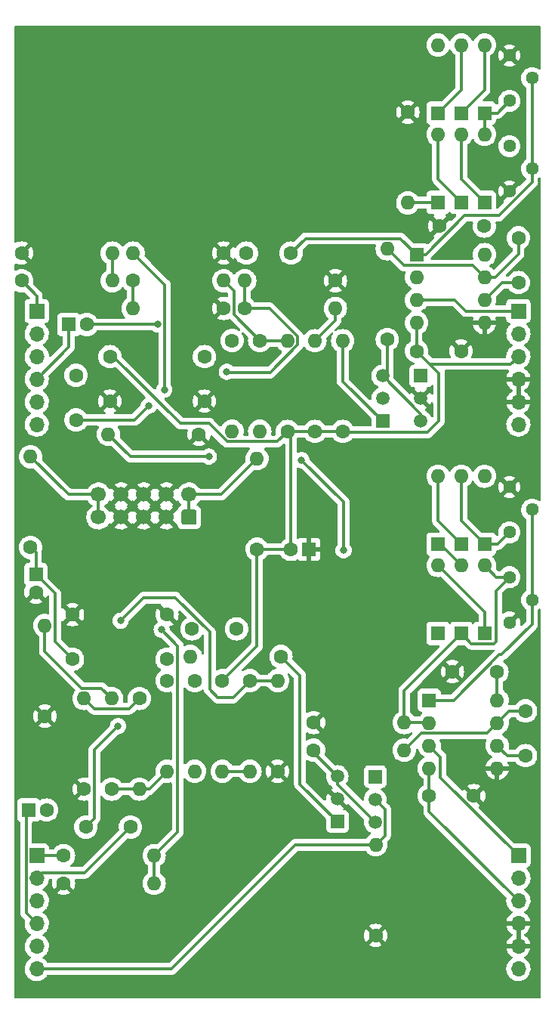
<source format=gtl>
G04 #@! TF.GenerationSoftware,KiCad,Pcbnew,6.0.10+dfsg-1~bpo11+1*
G04 #@! TF.CreationDate,2023-01-12T20:06:21+00:00*
G04 #@! TF.ProjectId,MS20-VCF,4d533230-2d56-4434-962e-6b696361645f,rev?*
G04 #@! TF.SameCoordinates,Original*
G04 #@! TF.FileFunction,Copper,L1,Top*
G04 #@! TF.FilePolarity,Positive*
%FSLAX46Y46*%
G04 Gerber Fmt 4.6, Leading zero omitted, Abs format (unit mm)*
G04 Created by KiCad (PCBNEW 6.0.10+dfsg-1~bpo11+1) date 2023-01-12 20:06:21*
%MOMM*%
%LPD*%
G01*
G04 APERTURE LIST*
G04 #@! TA.AperFunction,ComponentPad*
%ADD10C,1.600000*%
G04 #@! TD*
G04 #@! TA.AperFunction,ComponentPad*
%ADD11R,1.600000X1.600000*%
G04 #@! TD*
G04 #@! TA.AperFunction,ComponentPad*
%ADD12O,1.600000X1.600000*%
G04 #@! TD*
G04 #@! TA.AperFunction,ComponentPad*
%ADD13R,1.700000X1.700000*%
G04 #@! TD*
G04 #@! TA.AperFunction,ComponentPad*
%ADD14O,1.700000X1.700000*%
G04 #@! TD*
G04 #@! TA.AperFunction,ComponentPad*
%ADD15R,1.500000X1.500000*%
G04 #@! TD*
G04 #@! TA.AperFunction,ComponentPad*
%ADD16C,1.500000*%
G04 #@! TD*
G04 #@! TA.AperFunction,ComponentPad*
%ADD17C,1.440000*%
G04 #@! TD*
G04 #@! TA.AperFunction,ComponentPad*
%ADD18C,1.700000*%
G04 #@! TD*
G04 #@! TA.AperFunction,ViaPad*
%ADD19C,0.800000*%
G04 #@! TD*
G04 #@! TA.AperFunction,Conductor*
%ADD20C,0.300000*%
G04 #@! TD*
G04 APERTURE END LIST*
D10*
X87000000Y-60800000D03*
X87000000Y-65800000D03*
X87800000Y-113800000D03*
X87800000Y-118800000D03*
X38500000Y-126800000D03*
X43500000Y-126800000D03*
D11*
X83200000Y-56820000D03*
D12*
X83200000Y-49200000D03*
D11*
X83200000Y-46810000D03*
D12*
X83200000Y-39190000D03*
D11*
X80600000Y-56820000D03*
D12*
X80600000Y-49200000D03*
D11*
X80600000Y-46810000D03*
D12*
X80600000Y-39190000D03*
D11*
X78000000Y-56820000D03*
D12*
X78000000Y-49200000D03*
D11*
X78000000Y-46810000D03*
D12*
X78000000Y-39190000D03*
D13*
X87000000Y-69000000D03*
D14*
X87000000Y-71540000D03*
X87000000Y-74080000D03*
X87000000Y-76620000D03*
X87000000Y-79160000D03*
X87000000Y-81700000D03*
D13*
X33000000Y-130000000D03*
D14*
X33000000Y-132540000D03*
X33000000Y-135080000D03*
X33000000Y-137620000D03*
X33000000Y-140160000D03*
X33000000Y-142700000D03*
D15*
X76040000Y-76260000D03*
D16*
X76040000Y-78800000D03*
X76040000Y-81340000D03*
D15*
X71760000Y-81340000D03*
D16*
X71760000Y-78800000D03*
X71760000Y-76260000D03*
D15*
X66700000Y-126200000D03*
D16*
X66700000Y-123660000D03*
X66700000Y-121120000D03*
D10*
X53960000Y-68700000D03*
D12*
X43800000Y-68700000D03*
D10*
X31300000Y-62500000D03*
D12*
X41460000Y-62500000D03*
D10*
X54900000Y-72300000D03*
D12*
X54900000Y-82460000D03*
D10*
X43800000Y-65600000D03*
D12*
X53960000Y-65600000D03*
D10*
X67300000Y-82480000D03*
D12*
X67300000Y-72320000D03*
D10*
X51180000Y-82800000D03*
D12*
X41020000Y-82800000D03*
D10*
X58000000Y-72300000D03*
D12*
X58000000Y-82460000D03*
D10*
X66480000Y-65600000D03*
D12*
X56320000Y-65600000D03*
D10*
X53960000Y-62500000D03*
D12*
X43800000Y-62500000D03*
D10*
X56320000Y-68700000D03*
D12*
X66480000Y-68700000D03*
D10*
X74600000Y-46720000D03*
D12*
X74600000Y-56880000D03*
D10*
X38300000Y-122560000D03*
D12*
X38300000Y-112400000D03*
D10*
X60380000Y-107700000D03*
D12*
X50220000Y-107700000D03*
D10*
X44500000Y-112400000D03*
D12*
X44500000Y-122560000D03*
D10*
X50700000Y-110400000D03*
D12*
X50700000Y-120560000D03*
D10*
X64040000Y-118200000D03*
D12*
X74200000Y-118200000D03*
D10*
X71000000Y-138960000D03*
D12*
X71000000Y-128800000D03*
D10*
X47600000Y-110400000D03*
D12*
X47600000Y-120560000D03*
D10*
X41400000Y-122560000D03*
D12*
X41400000Y-112400000D03*
D10*
X60000000Y-120560000D03*
D12*
X60000000Y-110400000D03*
D10*
X33900000Y-114380000D03*
D12*
X33900000Y-104220000D03*
D10*
X56900000Y-110400000D03*
D12*
X56900000Y-120560000D03*
D10*
X53800000Y-110400000D03*
D12*
X53800000Y-120560000D03*
D10*
X64040000Y-115100000D03*
D12*
X74200000Y-115100000D03*
D11*
X77000000Y-112600000D03*
D12*
X77000000Y-115140000D03*
X77000000Y-117680000D03*
X77000000Y-120220000D03*
X84620000Y-120220000D03*
X84620000Y-117680000D03*
X84620000Y-115140000D03*
X84620000Y-112600000D03*
D13*
X87000000Y-130000000D03*
D14*
X87000000Y-132540000D03*
X87000000Y-135080000D03*
X87000000Y-137620000D03*
X87000000Y-140160000D03*
X87000000Y-142700000D03*
D10*
X72300000Y-72180000D03*
D12*
X72300000Y-62020000D03*
D11*
X75580000Y-62680000D03*
D12*
X75580000Y-65220000D03*
X75580000Y-67760000D03*
X75580000Y-70300000D03*
X83200000Y-70300000D03*
X83200000Y-67760000D03*
X83200000Y-65220000D03*
X83200000Y-62680000D03*
D15*
X70940000Y-121160000D03*
D16*
X70940000Y-123700000D03*
X70940000Y-126240000D03*
D10*
X50400000Y-104600000D03*
X55400000Y-104600000D03*
D11*
X78000000Y-95120000D03*
D12*
X78000000Y-87500000D03*
D11*
X80600000Y-95120000D03*
D12*
X80600000Y-87500000D03*
D11*
X83200000Y-95120000D03*
D12*
X83200000Y-87500000D03*
D11*
X83200000Y-105120000D03*
D12*
X83200000Y-97500000D03*
D11*
X80600000Y-105120000D03*
D12*
X80600000Y-97500000D03*
D11*
X78000000Y-105120000D03*
D12*
X78000000Y-97500000D03*
D10*
X56500000Y-62500000D03*
X61500000Y-62500000D03*
X31300000Y-65600000D03*
D12*
X41460000Y-65600000D03*
D10*
X61100000Y-82480000D03*
D12*
X61100000Y-72320000D03*
D10*
X64200000Y-82480000D03*
D12*
X64200000Y-72320000D03*
D13*
X33000000Y-69000000D03*
D14*
X33000000Y-71540000D03*
X33000000Y-74080000D03*
X33000000Y-76620000D03*
X33000000Y-79160000D03*
X33000000Y-81700000D03*
D10*
X37400000Y-81200000D03*
X37400000Y-76200000D03*
X36000000Y-133100000D03*
D12*
X46160000Y-133100000D03*
D10*
X36000000Y-130000000D03*
D12*
X46160000Y-130000000D03*
D10*
X83180000Y-59480000D03*
X78180000Y-59480000D03*
X82000000Y-123300000D03*
X77000000Y-123300000D03*
X80580000Y-73480000D03*
X75580000Y-73480000D03*
X84600000Y-109400000D03*
X79600000Y-109400000D03*
D11*
X32900000Y-98500000D03*
D10*
X32900000Y-100500000D03*
D11*
X63500000Y-95700000D03*
D10*
X61500000Y-95700000D03*
D11*
X36600000Y-70500000D03*
D10*
X38600000Y-70500000D03*
X57700000Y-95680000D03*
D12*
X57700000Y-85520000D03*
D17*
X86000000Y-55590000D03*
X88540000Y-53050000D03*
X86000000Y-50510000D03*
X86000000Y-45440000D03*
X88540000Y-42900000D03*
X86000000Y-40360000D03*
D11*
X32100000Y-124900000D03*
D10*
X34100000Y-124900000D03*
X32300000Y-95480000D03*
D12*
X32300000Y-85320000D03*
D17*
X86000000Y-103900000D03*
X88540000Y-101360000D03*
X86000000Y-98820000D03*
X86000000Y-93790000D03*
X88540000Y-91250000D03*
X86000000Y-88710000D03*
G04 #@! TA.AperFunction,ComponentPad*
G36*
G01*
X50680000Y-92950000D02*
X49480000Y-92950000D01*
G75*
G02*
X49230000Y-92700000I0J250000D01*
G01*
X49230000Y-91500000D01*
G75*
G02*
X49480000Y-91250000I250000J0D01*
G01*
X50680000Y-91250000D01*
G75*
G02*
X50930000Y-91500000I0J-250000D01*
G01*
X50930000Y-92700000D01*
G75*
G02*
X50680000Y-92950000I-250000J0D01*
G01*
G37*
G04 #@! TD.AperFunction*
D18*
X50080000Y-89560000D03*
X47540000Y-92100000D03*
X47540000Y-89560000D03*
X45000000Y-92100000D03*
X45000000Y-89560000D03*
X42460000Y-92100000D03*
X42460000Y-89560000D03*
X39920000Y-92100000D03*
X39920000Y-89560000D03*
D10*
X37000000Y-108000000D03*
X37000000Y-103000000D03*
X41200000Y-79100000D03*
X41200000Y-74100000D03*
X47600000Y-103000000D03*
X47600000Y-108000000D03*
X51800000Y-74100000D03*
X51800000Y-79100000D03*
D19*
X67400000Y-95800000D03*
X62700000Y-85700000D03*
X46600000Y-70500000D03*
X45540266Y-79617035D03*
X42100000Y-115500000D03*
X52300000Y-85300000D03*
X47300000Y-77800000D03*
X47000000Y-104700000D03*
X54300000Y-75800000D03*
X42400000Y-103700000D03*
D20*
X32900000Y-98500000D02*
X32900000Y-96080000D01*
X35050000Y-100650000D02*
X35050000Y-106050000D01*
X32900000Y-96080000D02*
X32300000Y-95480000D01*
X84600000Y-109400000D02*
X84600000Y-112580000D01*
X84600000Y-112580000D02*
X84620000Y-112600000D01*
X62700000Y-85700000D02*
X67400000Y-90400000D01*
X35050000Y-106050000D02*
X37000000Y-108000000D01*
X32900000Y-98500000D02*
X35050000Y-100650000D01*
X67400000Y-90400000D02*
X67400000Y-95800000D01*
X61500000Y-82880000D02*
X61100000Y-82480000D01*
X77000000Y-125080000D02*
X87000000Y-135080000D01*
X61100000Y-82480000D02*
X64200000Y-82480000D01*
X49100000Y-81600000D02*
X52300000Y-81600000D01*
X87000000Y-74080000D02*
X86150000Y-74930000D01*
X77000000Y-123300000D02*
X77000000Y-120220000D01*
X86150000Y-74930000D02*
X77030000Y-74930000D01*
X41600000Y-74100000D02*
X49100000Y-81600000D01*
X57700000Y-95680000D02*
X61480000Y-95680000D01*
X75580000Y-70300000D02*
X75580000Y-73480000D01*
X77000000Y-123300000D02*
X77000000Y-125080000D01*
X59950000Y-83630000D02*
X61100000Y-82480000D01*
X77030000Y-74930000D02*
X75580000Y-73480000D01*
X52300000Y-81600000D02*
X54330000Y-83630000D01*
X61500000Y-95700000D02*
X61500000Y-82880000D01*
X77030000Y-74930000D02*
X78100000Y-76000000D01*
X57700000Y-95680000D02*
X57700000Y-106500000D01*
X67420000Y-82600000D02*
X67300000Y-82480000D01*
X76800000Y-82600000D02*
X67420000Y-82600000D01*
X78100000Y-81300000D02*
X76800000Y-82600000D01*
X57700000Y-106500000D02*
X53800000Y-110400000D01*
X54330000Y-83630000D02*
X59950000Y-83630000D01*
X61480000Y-95680000D02*
X61500000Y-95700000D01*
X78100000Y-76000000D02*
X78100000Y-81300000D01*
X64200000Y-82480000D02*
X67300000Y-82480000D01*
X41200000Y-74100000D02*
X41600000Y-74100000D01*
X72300000Y-62020000D02*
X74180000Y-63900000D01*
X81880000Y-63900000D02*
X83200000Y-65220000D01*
X87000000Y-60800000D02*
X87000000Y-62600000D01*
X87000000Y-62600000D02*
X84380000Y-65220000D01*
X74180000Y-63900000D02*
X81880000Y-63900000D01*
X84380000Y-65220000D02*
X83200000Y-65220000D01*
X41460000Y-62500000D02*
X41460000Y-65600000D01*
X38600000Y-70500000D02*
X46600000Y-70500000D01*
X66480000Y-68700000D02*
X66480000Y-70040000D01*
X66480000Y-70040000D02*
X64200000Y-72320000D01*
X67300000Y-76880000D02*
X71760000Y-81340000D01*
X87000000Y-65800000D02*
X85160000Y-65800000D01*
X67300000Y-72320000D02*
X67300000Y-76880000D01*
X85160000Y-65800000D02*
X83200000Y-67760000D01*
X36600000Y-73020000D02*
X33000000Y-76620000D01*
X36600000Y-70500000D02*
X36600000Y-73020000D01*
X63130000Y-60870000D02*
X61500000Y-62500000D01*
X88540000Y-42900000D02*
X88540000Y-53050000D01*
X88540000Y-54563209D02*
X84803209Y-58300000D01*
X84803209Y-58300000D02*
X80986346Y-58300000D01*
X75580000Y-62680000D02*
X73770000Y-60870000D01*
X73770000Y-60870000D02*
X63130000Y-60870000D01*
X88540000Y-53050000D02*
X88540000Y-54563209D01*
X80986346Y-58300000D02*
X76606346Y-62680000D01*
X76606346Y-62680000D02*
X75580000Y-62680000D01*
X45540266Y-79617035D02*
X43957301Y-81200000D01*
X43957301Y-81200000D02*
X37400000Y-81200000D01*
X56900000Y-120560000D02*
X53800000Y-120560000D01*
X43500000Y-126800000D02*
X38350000Y-131950000D01*
X38350000Y-131950000D02*
X33590000Y-131950000D01*
X33590000Y-131950000D02*
X33000000Y-132540000D01*
X31800000Y-136420000D02*
X33000000Y-137620000D01*
X31800000Y-125200000D02*
X31800000Y-136420000D01*
X32100000Y-124900000D02*
X31800000Y-125200000D01*
X83200000Y-46810000D02*
X83200000Y-49200000D01*
X83200000Y-46810000D02*
X84630000Y-46810000D01*
X84630000Y-46810000D02*
X86000000Y-45440000D01*
X78000000Y-49200000D02*
X78000000Y-54220000D01*
X78000000Y-54220000D02*
X80600000Y-56820000D01*
X80600000Y-44210000D02*
X78000000Y-46810000D01*
X80600000Y-39190000D02*
X80600000Y-44210000D01*
X79773654Y-112600000D02*
X77000000Y-112600000D01*
X88540000Y-101360000D02*
X88540000Y-91250000D01*
X88540000Y-101360000D02*
X88540000Y-104060000D01*
X84873654Y-107500000D02*
X79773654Y-112600000D01*
X88540000Y-104060000D02*
X85100000Y-107500000D01*
X85100000Y-107500000D02*
X84873654Y-107500000D01*
X78220000Y-95120000D02*
X80600000Y-97500000D01*
X78000000Y-95120000D02*
X78220000Y-95120000D01*
X84670000Y-95120000D02*
X86000000Y-93790000D01*
X80600000Y-92520000D02*
X83200000Y-95120000D01*
X83200000Y-95120000D02*
X84670000Y-95120000D01*
X80600000Y-87500000D02*
X80600000Y-92520000D01*
X74200000Y-111520000D02*
X80600000Y-105120000D01*
X81750000Y-106270000D02*
X84230000Y-106270000D01*
X80600000Y-105120000D02*
X81750000Y-106270000D01*
X84500689Y-100319311D02*
X86000000Y-98820000D01*
X74200000Y-115100000D02*
X74200000Y-111520000D01*
X86000000Y-98820000D02*
X84520000Y-98820000D01*
X74200000Y-115100000D02*
X76960000Y-115100000D01*
X84520000Y-98820000D02*
X83200000Y-97500000D01*
X84230000Y-106270000D02*
X84500689Y-105999311D01*
X84500689Y-105999311D02*
X84500689Y-100319311D01*
X76960000Y-115100000D02*
X77000000Y-115140000D01*
X38500000Y-126800000D02*
X39450000Y-125850000D01*
X39450000Y-118150000D02*
X42100000Y-115500000D01*
X39450000Y-125850000D02*
X39450000Y-118150000D01*
X39920000Y-89560000D02*
X39920000Y-92100000D01*
X39920000Y-89560000D02*
X36540000Y-89560000D01*
X36540000Y-89560000D02*
X32300000Y-85320000D01*
X50080000Y-89560000D02*
X53660000Y-89560000D01*
X53660000Y-89560000D02*
X57700000Y-85520000D01*
X50080000Y-92100000D02*
X50080000Y-89560000D01*
X33000000Y-69000000D02*
X33000000Y-67300000D01*
X33000000Y-67300000D02*
X31300000Y-65600000D01*
X43520000Y-85300000D02*
X41020000Y-82800000D01*
X52300000Y-85300000D02*
X43520000Y-85300000D01*
X75580000Y-67760000D02*
X79860000Y-67760000D01*
X79860000Y-67760000D02*
X81100000Y-69000000D01*
X81100000Y-69000000D02*
X87000000Y-69000000D01*
X85960000Y-113800000D02*
X84620000Y-115140000D01*
X87800000Y-113800000D02*
X85960000Y-113800000D01*
X84620000Y-115140000D02*
X83470000Y-116290000D01*
X83470000Y-116290000D02*
X76110000Y-116290000D01*
X76110000Y-116290000D02*
X74200000Y-118200000D01*
X36000000Y-130000000D02*
X33000000Y-130000000D01*
X72040000Y-127760000D02*
X72040000Y-124800000D01*
X71000000Y-128800000D02*
X62000000Y-128800000D01*
X62000000Y-128800000D02*
X48100000Y-142700000D01*
X72040000Y-124800000D02*
X70940000Y-123700000D01*
X48100000Y-142700000D02*
X33000000Y-142700000D01*
X71000000Y-128800000D02*
X72040000Y-127760000D01*
X87000000Y-130000000D02*
X78269656Y-121269656D01*
X78269656Y-118949656D02*
X77000000Y-117680000D01*
X78269656Y-121269656D02*
X78269656Y-118949656D01*
X76040000Y-80540000D02*
X76040000Y-81340000D01*
X72300000Y-75720000D02*
X71760000Y-76260000D01*
X71760000Y-76260000D02*
X76040000Y-80540000D01*
X72300000Y-72180000D02*
X72300000Y-75720000D01*
X62500000Y-122000000D02*
X62500000Y-109820000D01*
X66700000Y-126200000D02*
X62500000Y-122000000D01*
X62500000Y-109820000D02*
X60380000Y-107700000D01*
X66700000Y-122000000D02*
X66700000Y-121120000D01*
X66700000Y-121120000D02*
X64040000Y-118460000D01*
X70940000Y-126240000D02*
X66700000Y-122000000D01*
X64040000Y-118460000D02*
X64040000Y-118200000D01*
X58020000Y-72320000D02*
X58000000Y-72300000D01*
X61100000Y-72320000D02*
X58020000Y-72320000D01*
X55110000Y-66750000D02*
X55110000Y-69410000D01*
X55110000Y-69410000D02*
X58000000Y-72300000D01*
X53960000Y-65600000D02*
X55110000Y-66750000D01*
X47350000Y-77750000D02*
X47350000Y-66050000D01*
X47300000Y-77800000D02*
X47350000Y-77750000D01*
X47350000Y-66050000D02*
X43800000Y-62500000D01*
X85740000Y-118800000D02*
X84620000Y-117680000D01*
X87800000Y-118800000D02*
X85740000Y-118800000D01*
X47600000Y-120560000D02*
X45600000Y-122560000D01*
X44500000Y-122560000D02*
X41400000Y-122560000D01*
X45600000Y-122560000D02*
X44500000Y-122560000D01*
X48800000Y-127360000D02*
X46160000Y-130000000D01*
X46160000Y-133100000D02*
X46160000Y-130000000D01*
X48800000Y-106500000D02*
X48800000Y-127360000D01*
X47000000Y-104700000D02*
X48800000Y-106500000D01*
X80600000Y-54220000D02*
X83200000Y-56820000D01*
X80600000Y-49200000D02*
X80600000Y-54220000D01*
X74660000Y-56820000D02*
X74600000Y-56880000D01*
X78000000Y-56820000D02*
X74660000Y-56820000D01*
X83200000Y-44210000D02*
X80600000Y-46810000D01*
X83200000Y-39190000D02*
X83200000Y-44210000D01*
X78000000Y-92520000D02*
X80600000Y-95120000D01*
X78000000Y-87500000D02*
X78000000Y-92520000D01*
X83200000Y-102700000D02*
X78000000Y-97500000D01*
X83200000Y-105120000D02*
X83200000Y-102700000D01*
X43800000Y-65600000D02*
X43800000Y-68700000D01*
X56320000Y-68700000D02*
X59106346Y-68700000D01*
X59146346Y-75900000D02*
X57400000Y-75900000D01*
X59106346Y-68700000D02*
X62250000Y-71843654D01*
X57400000Y-75900000D02*
X54400000Y-75900000D01*
X62250000Y-72796346D02*
X59146346Y-75900000D01*
X62250000Y-71843654D02*
X62250000Y-72796346D01*
X56320000Y-65600000D02*
X56320000Y-68700000D01*
X54400000Y-75900000D02*
X54300000Y-75800000D01*
X38300000Y-112400000D02*
X39450000Y-113550000D01*
X43350000Y-113550000D02*
X44500000Y-112400000D01*
X39450000Y-113550000D02*
X43350000Y-113550000D01*
X45000000Y-101100000D02*
X48526346Y-101100000D01*
X60000000Y-110400000D02*
X56900000Y-110400000D01*
X55000000Y-112300000D02*
X56900000Y-110400000D01*
X52400000Y-104973654D02*
X52400000Y-111400000D01*
X53300000Y-112300000D02*
X55000000Y-112300000D01*
X52400000Y-111400000D02*
X53300000Y-112300000D01*
X42400000Y-103700000D02*
X45000000Y-101100000D01*
X48526346Y-101100000D02*
X52400000Y-104973654D01*
X38050000Y-111250000D02*
X40250000Y-111250000D01*
X33900000Y-104220000D02*
X33900000Y-107100000D01*
X33900000Y-107100000D02*
X38050000Y-111250000D01*
X40250000Y-111250000D02*
X41400000Y-112400000D01*
G04 #@! TA.AperFunction,Conductor*
G36*
X89429365Y-54016903D02*
G01*
X89477948Y-54068673D01*
X89491500Y-54125518D01*
X89491500Y-90174482D01*
X89471498Y-90242603D01*
X89417842Y-90289096D01*
X89347568Y-90299200D01*
X89293230Y-90277695D01*
X89215698Y-90223407D01*
X89156597Y-90182024D01*
X89151619Y-90179703D01*
X89151616Y-90179701D01*
X88966759Y-90093501D01*
X88966758Y-90093500D01*
X88961777Y-90091178D01*
X88956469Y-90089756D01*
X88956467Y-90089755D01*
X88759457Y-90036966D01*
X88759455Y-90036966D01*
X88754142Y-90035542D01*
X88540000Y-90016807D01*
X88325858Y-90035542D01*
X88320545Y-90036966D01*
X88320543Y-90036966D01*
X88123533Y-90089755D01*
X88123531Y-90089756D01*
X88118223Y-90091178D01*
X88113243Y-90093500D01*
X88113241Y-90093501D01*
X87928385Y-90179701D01*
X87928382Y-90179703D01*
X87923404Y-90182024D01*
X87747319Y-90305319D01*
X87595319Y-90457319D01*
X87472024Y-90633404D01*
X87469703Y-90638382D01*
X87469701Y-90638385D01*
X87383501Y-90823241D01*
X87381178Y-90828223D01*
X87379756Y-90833531D01*
X87379755Y-90833533D01*
X87338526Y-90987401D01*
X87325542Y-91035858D01*
X87306807Y-91250000D01*
X87325542Y-91464142D01*
X87326966Y-91469455D01*
X87326966Y-91469457D01*
X87369798Y-91629305D01*
X87381178Y-91671777D01*
X87383500Y-91676757D01*
X87383501Y-91676759D01*
X87410936Y-91735592D01*
X87472024Y-91866596D01*
X87595319Y-92042681D01*
X87747319Y-92194681D01*
X87827770Y-92251013D01*
X87872099Y-92306470D01*
X87881500Y-92354226D01*
X87881500Y-100255774D01*
X87861498Y-100323895D01*
X87827770Y-100358987D01*
X87747319Y-100415319D01*
X87595319Y-100567319D01*
X87472024Y-100743404D01*
X87469703Y-100748382D01*
X87469701Y-100748385D01*
X87383501Y-100933241D01*
X87381178Y-100938223D01*
X87325542Y-101145858D01*
X87306807Y-101360000D01*
X87325542Y-101574142D01*
X87326966Y-101579455D01*
X87326966Y-101579457D01*
X87375713Y-101761380D01*
X87381178Y-101781777D01*
X87383500Y-101786757D01*
X87383501Y-101786759D01*
X87448297Y-101925713D01*
X87472024Y-101976596D01*
X87595319Y-102152681D01*
X87747319Y-102304681D01*
X87827770Y-102361013D01*
X87872099Y-102416470D01*
X87881500Y-102464226D01*
X87881500Y-103735050D01*
X87861498Y-103803171D01*
X87844595Y-103824145D01*
X87421760Y-104246980D01*
X87359448Y-104281006D01*
X87288633Y-104275941D01*
X87231797Y-104233394D01*
X87206986Y-104166874D01*
X87210958Y-104125275D01*
X87212540Y-104119372D01*
X87214443Y-104108575D01*
X87232212Y-103905475D01*
X87232212Y-103894525D01*
X87214443Y-103691425D01*
X87212540Y-103680632D01*
X87159774Y-103483705D01*
X87156028Y-103473413D01*
X87069865Y-103288636D01*
X87064387Y-103279150D01*
X87040051Y-103244393D01*
X87029573Y-103236018D01*
X87016127Y-103243085D01*
X86089095Y-104170116D01*
X86026783Y-104204141D01*
X85955967Y-104199076D01*
X85910905Y-104170115D01*
X85729885Y-103989095D01*
X85695859Y-103926783D01*
X85700924Y-103855968D01*
X85729884Y-103810905D01*
X86657638Y-102883151D01*
X86664066Y-102871377D01*
X86654773Y-102859365D01*
X86620854Y-102835615D01*
X86611359Y-102830132D01*
X86426587Y-102743972D01*
X86416295Y-102740226D01*
X86219368Y-102687460D01*
X86208575Y-102685557D01*
X86005475Y-102667788D01*
X85994525Y-102667788D01*
X85791425Y-102685557D01*
X85780632Y-102687460D01*
X85583705Y-102740226D01*
X85573413Y-102743972D01*
X85388642Y-102830132D01*
X85379147Y-102835615D01*
X85357460Y-102850800D01*
X85290186Y-102873488D01*
X85221325Y-102856203D01*
X85172741Y-102804433D01*
X85159189Y-102747587D01*
X85159189Y-100644261D01*
X85179191Y-100576140D01*
X85196094Y-100555166D01*
X85681186Y-100070074D01*
X85743498Y-100036048D01*
X85785792Y-100035208D01*
X85785858Y-100034458D01*
X86000000Y-100053193D01*
X86214142Y-100034458D01*
X86219455Y-100033034D01*
X86219457Y-100033034D01*
X86416467Y-99980245D01*
X86416469Y-99980244D01*
X86421777Y-99978822D01*
X86426759Y-99976499D01*
X86611616Y-99890299D01*
X86611619Y-99890297D01*
X86616597Y-99887976D01*
X86792681Y-99764681D01*
X86944681Y-99612681D01*
X87067976Y-99436596D01*
X87076781Y-99417715D01*
X87156499Y-99246759D01*
X87156500Y-99246757D01*
X87158822Y-99241777D01*
X87162620Y-99227605D01*
X87213034Y-99039457D01*
X87213034Y-99039455D01*
X87214458Y-99034142D01*
X87233193Y-98820000D01*
X87214458Y-98605858D01*
X87213034Y-98600543D01*
X87160245Y-98403533D01*
X87160244Y-98403531D01*
X87158822Y-98398223D01*
X87156499Y-98393241D01*
X87070299Y-98208385D01*
X87070297Y-98208382D01*
X87067976Y-98203404D01*
X86944681Y-98027319D01*
X86792681Y-97875319D01*
X86616597Y-97752024D01*
X86611619Y-97749703D01*
X86611616Y-97749701D01*
X86426759Y-97663501D01*
X86426758Y-97663500D01*
X86421777Y-97661178D01*
X86416469Y-97659756D01*
X86416467Y-97659755D01*
X86219457Y-97606966D01*
X86219455Y-97606966D01*
X86214142Y-97605542D01*
X86000000Y-97586807D01*
X85785858Y-97605542D01*
X85780545Y-97606966D01*
X85780543Y-97606966D01*
X85583533Y-97659755D01*
X85583531Y-97659756D01*
X85578223Y-97661178D01*
X85573243Y-97663500D01*
X85573241Y-97663501D01*
X85388385Y-97749701D01*
X85388382Y-97749703D01*
X85383404Y-97752024D01*
X85207319Y-97875319D01*
X85055319Y-98027319D01*
X85052160Y-98031831D01*
X84998987Y-98107770D01*
X84943530Y-98152099D01*
X84895774Y-98161500D01*
X84844950Y-98161500D01*
X84776829Y-98141498D01*
X84755855Y-98124595D01*
X84516624Y-97885364D01*
X84482598Y-97823052D01*
X84484012Y-97763659D01*
X84492118Y-97733405D01*
X84492119Y-97733402D01*
X84493543Y-97728087D01*
X84513498Y-97500000D01*
X84493543Y-97271913D01*
X84471996Y-97191500D01*
X84435707Y-97056067D01*
X84435706Y-97056065D01*
X84434284Y-97050757D01*
X84412260Y-97003525D01*
X84339849Y-96848238D01*
X84339846Y-96848233D01*
X84337523Y-96843251D01*
X84263863Y-96738054D01*
X84209357Y-96660211D01*
X84209355Y-96660208D01*
X84206198Y-96655700D01*
X84148272Y-96597774D01*
X84114246Y-96535462D01*
X84119311Y-96464647D01*
X84161858Y-96407811D01*
X84193137Y-96390697D01*
X84238297Y-96373767D01*
X84246705Y-96370615D01*
X84363261Y-96283261D01*
X84450615Y-96166705D01*
X84501745Y-96030316D01*
X84508500Y-95968134D01*
X84508500Y-95906003D01*
X84528502Y-95837882D01*
X84582158Y-95791389D01*
X84630542Y-95780065D01*
X84678369Y-95778562D01*
X84682327Y-95778500D01*
X84711432Y-95778500D01*
X84715832Y-95777944D01*
X84727664Y-95777012D01*
X84773831Y-95775562D01*
X84794421Y-95769580D01*
X84813782Y-95765570D01*
X84820770Y-95764688D01*
X84827204Y-95763875D01*
X84827205Y-95763875D01*
X84835064Y-95762882D01*
X84842429Y-95759966D01*
X84842433Y-95759965D01*
X84878021Y-95745874D01*
X84889231Y-95742035D01*
X84933600Y-95729145D01*
X84952065Y-95718225D01*
X84969805Y-95709534D01*
X84989756Y-95701635D01*
X85027129Y-95674482D01*
X85037048Y-95667967D01*
X85069977Y-95648493D01*
X85069981Y-95648490D01*
X85076807Y-95644453D01*
X85091971Y-95629289D01*
X85107005Y-95616448D01*
X85117943Y-95608501D01*
X85124357Y-95603841D01*
X85153803Y-95568247D01*
X85161792Y-95559468D01*
X85681186Y-95040074D01*
X85743498Y-95006048D01*
X85785792Y-95005208D01*
X85785858Y-95004458D01*
X86000000Y-95023193D01*
X86214142Y-95004458D01*
X86219455Y-95003034D01*
X86219457Y-95003034D01*
X86416467Y-94950245D01*
X86416469Y-94950244D01*
X86421777Y-94948822D01*
X86426759Y-94946499D01*
X86611616Y-94860299D01*
X86611619Y-94860297D01*
X86616597Y-94857976D01*
X86792681Y-94734681D01*
X86944681Y-94582681D01*
X87067976Y-94406596D01*
X87072034Y-94397895D01*
X87156499Y-94216759D01*
X87156500Y-94216757D01*
X87158822Y-94211777D01*
X87161366Y-94202285D01*
X87213034Y-94009457D01*
X87213034Y-94009455D01*
X87214458Y-94004142D01*
X87233193Y-93790000D01*
X87214458Y-93575858D01*
X87213034Y-93570543D01*
X87160245Y-93373533D01*
X87160244Y-93373531D01*
X87158822Y-93368223D01*
X87128476Y-93303146D01*
X87070299Y-93178385D01*
X87070297Y-93178382D01*
X87067976Y-93173404D01*
X86944681Y-92997319D01*
X86792681Y-92845319D01*
X86616597Y-92722024D01*
X86611619Y-92719703D01*
X86611616Y-92719701D01*
X86426759Y-92633501D01*
X86426758Y-92633500D01*
X86421777Y-92631178D01*
X86416469Y-92629756D01*
X86416467Y-92629755D01*
X86219457Y-92576966D01*
X86219455Y-92576966D01*
X86214142Y-92575542D01*
X86000000Y-92556807D01*
X85785858Y-92575542D01*
X85780545Y-92576966D01*
X85780543Y-92576966D01*
X85583533Y-92629755D01*
X85583531Y-92629756D01*
X85578223Y-92631178D01*
X85573243Y-92633500D01*
X85573241Y-92633501D01*
X85388385Y-92719701D01*
X85388382Y-92719703D01*
X85383404Y-92722024D01*
X85207319Y-92845319D01*
X85055319Y-92997319D01*
X84932024Y-93173404D01*
X84929703Y-93178382D01*
X84929701Y-93178385D01*
X84871524Y-93303146D01*
X84841178Y-93368223D01*
X84839756Y-93373531D01*
X84839755Y-93373533D01*
X84786966Y-93570543D01*
X84785542Y-93575858D01*
X84766807Y-93790000D01*
X84767286Y-93795475D01*
X84785542Y-94004142D01*
X84784202Y-94004259D01*
X84777045Y-94068404D01*
X84749926Y-94108814D01*
X84680293Y-94178447D01*
X84617981Y-94212473D01*
X84547166Y-94207408D01*
X84490330Y-94164861D01*
X84473216Y-94133582D01*
X84453767Y-94081703D01*
X84450615Y-94073295D01*
X84363261Y-93956739D01*
X84246705Y-93869385D01*
X84110316Y-93818255D01*
X84048134Y-93811500D01*
X82874949Y-93811500D01*
X82806828Y-93791498D01*
X82785854Y-93774595D01*
X81295405Y-92284145D01*
X81261379Y-92221833D01*
X81258500Y-92195050D01*
X81258500Y-89738621D01*
X85335933Y-89738621D01*
X85345227Y-89750635D01*
X85379146Y-89774385D01*
X85388641Y-89779868D01*
X85573413Y-89866028D01*
X85583705Y-89869774D01*
X85780632Y-89922540D01*
X85791425Y-89924443D01*
X85994525Y-89942212D01*
X86005475Y-89942212D01*
X86208575Y-89924443D01*
X86219368Y-89922540D01*
X86416295Y-89869774D01*
X86426587Y-89866028D01*
X86611359Y-89779868D01*
X86620854Y-89774385D01*
X86655607Y-89750051D01*
X86663983Y-89739572D01*
X86656916Y-89726127D01*
X86012811Y-89082021D01*
X85998868Y-89074408D01*
X85997034Y-89074539D01*
X85990420Y-89078790D01*
X85342360Y-89726851D01*
X85335933Y-89738621D01*
X81258500Y-89738621D01*
X81258500Y-88701888D01*
X81278502Y-88633767D01*
X81312228Y-88598676D01*
X81395119Y-88540635D01*
X81439789Y-88509357D01*
X81439792Y-88509355D01*
X81444300Y-88506198D01*
X81606198Y-88344300D01*
X81623818Y-88319137D01*
X81676233Y-88244280D01*
X81737523Y-88156749D01*
X81785805Y-88053207D01*
X81832722Y-87999922D01*
X81900999Y-87980461D01*
X81968959Y-88001003D01*
X82014195Y-88053207D01*
X82062477Y-88156749D01*
X82123767Y-88244280D01*
X82176183Y-88319137D01*
X82193802Y-88344300D01*
X82355700Y-88506198D01*
X82360208Y-88509355D01*
X82360211Y-88509357D01*
X82404881Y-88540635D01*
X82543251Y-88637523D01*
X82548233Y-88639846D01*
X82548238Y-88639849D01*
X82737875Y-88728277D01*
X82750757Y-88734284D01*
X82756065Y-88735706D01*
X82756067Y-88735707D01*
X82966598Y-88792119D01*
X82966600Y-88792119D01*
X82971913Y-88793543D01*
X83200000Y-88813498D01*
X83428087Y-88793543D01*
X83433400Y-88792119D01*
X83433402Y-88792119D01*
X83643933Y-88735707D01*
X83643935Y-88735706D01*
X83649243Y-88734284D01*
X83662125Y-88728277D01*
X83689579Y-88715475D01*
X84767788Y-88715475D01*
X84785557Y-88918575D01*
X84787460Y-88929368D01*
X84840226Y-89126295D01*
X84843972Y-89136587D01*
X84930135Y-89321364D01*
X84935613Y-89330850D01*
X84959949Y-89365607D01*
X84970428Y-89373983D01*
X84983872Y-89366917D01*
X85627979Y-88722811D01*
X85634356Y-88711132D01*
X86364408Y-88711132D01*
X86364539Y-88712966D01*
X86368790Y-88719580D01*
X87016851Y-89367640D01*
X87028621Y-89374067D01*
X87040635Y-89364772D01*
X87064387Y-89330850D01*
X87069865Y-89321364D01*
X87156028Y-89136587D01*
X87159774Y-89126295D01*
X87212540Y-88929368D01*
X87214443Y-88918575D01*
X87232212Y-88715475D01*
X87232212Y-88704525D01*
X87214443Y-88501425D01*
X87212540Y-88490632D01*
X87159774Y-88293705D01*
X87156028Y-88283413D01*
X87069865Y-88098636D01*
X87064387Y-88089150D01*
X87040051Y-88054393D01*
X87029572Y-88046017D01*
X87016128Y-88053083D01*
X86372021Y-88697189D01*
X86364408Y-88711132D01*
X85634356Y-88711132D01*
X85635592Y-88708868D01*
X85635461Y-88707034D01*
X85631210Y-88700420D01*
X84983149Y-88052360D01*
X84971379Y-88045933D01*
X84959365Y-88055228D01*
X84935613Y-88089150D01*
X84930135Y-88098636D01*
X84843972Y-88283413D01*
X84840226Y-88293705D01*
X84787460Y-88490632D01*
X84785557Y-88501425D01*
X84767788Y-88704525D01*
X84767788Y-88715475D01*
X83689579Y-88715475D01*
X83851762Y-88639849D01*
X83851767Y-88639846D01*
X83856749Y-88637523D01*
X83995119Y-88540635D01*
X84039789Y-88509357D01*
X84039792Y-88509355D01*
X84044300Y-88506198D01*
X84206198Y-88344300D01*
X84223818Y-88319137D01*
X84276233Y-88244280D01*
X84337523Y-88156749D01*
X84339846Y-88151767D01*
X84339849Y-88151762D01*
X84431961Y-87954225D01*
X84431961Y-87954224D01*
X84434284Y-87949243D01*
X84493543Y-87728087D01*
X84497713Y-87680428D01*
X85336017Y-87680428D01*
X85343083Y-87693872D01*
X85987189Y-88337979D01*
X86001132Y-88345592D01*
X86002966Y-88345461D01*
X86009580Y-88341210D01*
X86657640Y-87693149D01*
X86664067Y-87681379D01*
X86654773Y-87669365D01*
X86620854Y-87645615D01*
X86611359Y-87640132D01*
X86426587Y-87553972D01*
X86416295Y-87550226D01*
X86219368Y-87497460D01*
X86208575Y-87495557D01*
X86005475Y-87477788D01*
X85994525Y-87477788D01*
X85791425Y-87495557D01*
X85780632Y-87497460D01*
X85583705Y-87550226D01*
X85573413Y-87553972D01*
X85388636Y-87640135D01*
X85379150Y-87645613D01*
X85344393Y-87669949D01*
X85336017Y-87680428D01*
X84497713Y-87680428D01*
X84513498Y-87500000D01*
X84493543Y-87271913D01*
X84434284Y-87050757D01*
X84385805Y-86946793D01*
X84339849Y-86848238D01*
X84339846Y-86848233D01*
X84337523Y-86843251D01*
X84206198Y-86655700D01*
X84044300Y-86493802D01*
X84039792Y-86490645D01*
X84039789Y-86490643D01*
X83952532Y-86429545D01*
X83856749Y-86362477D01*
X83851767Y-86360154D01*
X83851762Y-86360151D01*
X83654225Y-86268039D01*
X83654224Y-86268039D01*
X83649243Y-86265716D01*
X83643935Y-86264294D01*
X83643933Y-86264293D01*
X83433402Y-86207881D01*
X83433400Y-86207881D01*
X83428087Y-86206457D01*
X83200000Y-86186502D01*
X82971913Y-86206457D01*
X82966600Y-86207881D01*
X82966598Y-86207881D01*
X82756067Y-86264293D01*
X82756065Y-86264294D01*
X82750757Y-86265716D01*
X82745776Y-86268039D01*
X82745775Y-86268039D01*
X82548238Y-86360151D01*
X82548233Y-86360154D01*
X82543251Y-86362477D01*
X82447468Y-86429545D01*
X82360211Y-86490643D01*
X82360208Y-86490645D01*
X82355700Y-86493802D01*
X82193802Y-86655700D01*
X82062477Y-86843251D01*
X82060152Y-86848238D01*
X82014195Y-86946793D01*
X81967278Y-87000078D01*
X81899001Y-87019539D01*
X81831041Y-86998997D01*
X81785805Y-86946793D01*
X81739848Y-86848238D01*
X81737523Y-86843251D01*
X81606198Y-86655700D01*
X81444300Y-86493802D01*
X81439792Y-86490645D01*
X81439789Y-86490643D01*
X81352532Y-86429545D01*
X81256749Y-86362477D01*
X81251767Y-86360154D01*
X81251762Y-86360151D01*
X81054225Y-86268039D01*
X81054224Y-86268039D01*
X81049243Y-86265716D01*
X81043935Y-86264294D01*
X81043933Y-86264293D01*
X80833402Y-86207881D01*
X80833400Y-86207881D01*
X80828087Y-86206457D01*
X80600000Y-86186502D01*
X80371913Y-86206457D01*
X80366600Y-86207881D01*
X80366598Y-86207881D01*
X80156067Y-86264293D01*
X80156065Y-86264294D01*
X80150757Y-86265716D01*
X80145776Y-86268039D01*
X80145775Y-86268039D01*
X79948238Y-86360151D01*
X79948233Y-86360154D01*
X79943251Y-86362477D01*
X79847468Y-86429545D01*
X79760211Y-86490643D01*
X79760208Y-86490645D01*
X79755700Y-86493802D01*
X79593802Y-86655700D01*
X79462477Y-86843251D01*
X79460152Y-86848238D01*
X79414195Y-86946793D01*
X79367278Y-87000078D01*
X79299001Y-87019539D01*
X79231041Y-86998997D01*
X79185805Y-86946793D01*
X79139848Y-86848238D01*
X79137523Y-86843251D01*
X79006198Y-86655700D01*
X78844300Y-86493802D01*
X78839792Y-86490645D01*
X78839789Y-86490643D01*
X78752532Y-86429545D01*
X78656749Y-86362477D01*
X78651767Y-86360154D01*
X78651762Y-86360151D01*
X78454225Y-86268039D01*
X78454224Y-86268039D01*
X78449243Y-86265716D01*
X78443935Y-86264294D01*
X78443933Y-86264293D01*
X78233402Y-86207881D01*
X78233400Y-86207881D01*
X78228087Y-86206457D01*
X78000000Y-86186502D01*
X77771913Y-86206457D01*
X77766600Y-86207881D01*
X77766598Y-86207881D01*
X77556067Y-86264293D01*
X77556065Y-86264294D01*
X77550757Y-86265716D01*
X77545776Y-86268039D01*
X77545775Y-86268039D01*
X77348238Y-86360151D01*
X77348233Y-86360154D01*
X77343251Y-86362477D01*
X77247468Y-86429545D01*
X77160211Y-86490643D01*
X77160208Y-86490645D01*
X77155700Y-86493802D01*
X76993802Y-86655700D01*
X76862477Y-86843251D01*
X76860154Y-86848233D01*
X76860151Y-86848238D01*
X76814195Y-86946793D01*
X76765716Y-87050757D01*
X76706457Y-87271913D01*
X76686502Y-87500000D01*
X76706457Y-87728087D01*
X76765716Y-87949243D01*
X76768039Y-87954224D01*
X76768039Y-87954225D01*
X76860151Y-88151762D01*
X76860154Y-88151767D01*
X76862477Y-88156749D01*
X76923767Y-88244280D01*
X76976183Y-88319137D01*
X76993802Y-88344300D01*
X77155700Y-88506198D01*
X77160208Y-88509355D01*
X77160211Y-88509357D01*
X77204881Y-88540635D01*
X77287772Y-88598676D01*
X77332099Y-88654132D01*
X77341500Y-88701888D01*
X77341500Y-92437944D01*
X77340941Y-92449800D01*
X77339212Y-92457537D01*
X77339461Y-92465459D01*
X77341438Y-92528369D01*
X77341500Y-92532327D01*
X77341500Y-92561432D01*
X77342056Y-92565832D01*
X77342988Y-92577664D01*
X77344438Y-92623831D01*
X77346650Y-92631444D01*
X77346650Y-92631445D01*
X77350419Y-92644416D01*
X77354430Y-92663782D01*
X77357118Y-92685064D01*
X77360034Y-92692429D01*
X77360035Y-92692433D01*
X77374126Y-92728021D01*
X77377965Y-92739231D01*
X77390855Y-92783600D01*
X77401775Y-92802065D01*
X77410466Y-92819805D01*
X77418365Y-92839756D01*
X77442804Y-92873393D01*
X77445516Y-92877126D01*
X77452033Y-92887048D01*
X77471507Y-92919977D01*
X77471510Y-92919981D01*
X77475547Y-92926807D01*
X77490711Y-92941971D01*
X77503551Y-92957004D01*
X77516159Y-92974357D01*
X77551752Y-93003802D01*
X77560532Y-93011792D01*
X78145145Y-93596405D01*
X78179171Y-93658717D01*
X78174106Y-93729532D01*
X78131559Y-93786368D01*
X78065039Y-93811179D01*
X78056050Y-93811500D01*
X77151866Y-93811500D01*
X77089684Y-93818255D01*
X76953295Y-93869385D01*
X76836739Y-93956739D01*
X76749385Y-94073295D01*
X76698255Y-94209684D01*
X76691500Y-94271866D01*
X76691500Y-95968134D01*
X76698255Y-96030316D01*
X76749385Y-96166705D01*
X76836739Y-96283261D01*
X76953295Y-96370615D01*
X76961703Y-96373767D01*
X77006863Y-96390697D01*
X77063627Y-96433339D01*
X77088327Y-96499901D01*
X77073119Y-96569249D01*
X77051728Y-96597774D01*
X76993802Y-96655700D01*
X76990645Y-96660208D01*
X76990643Y-96660211D01*
X76936137Y-96738054D01*
X76862477Y-96843251D01*
X76860154Y-96848233D01*
X76860151Y-96848238D01*
X76787740Y-97003525D01*
X76765716Y-97050757D01*
X76764294Y-97056065D01*
X76764293Y-97056067D01*
X76728004Y-97191500D01*
X76706457Y-97271913D01*
X76686502Y-97500000D01*
X76706457Y-97728087D01*
X76707881Y-97733400D01*
X76707881Y-97733402D01*
X76760304Y-97929044D01*
X76765716Y-97949243D01*
X76768039Y-97954224D01*
X76768039Y-97954225D01*
X76860151Y-98151762D01*
X76860154Y-98151767D01*
X76862477Y-98156749D01*
X76993802Y-98344300D01*
X77155700Y-98506198D01*
X77160208Y-98509355D01*
X77160211Y-98509357D01*
X77238389Y-98564098D01*
X77343251Y-98637523D01*
X77348233Y-98639846D01*
X77348238Y-98639849D01*
X77545775Y-98731961D01*
X77550757Y-98734284D01*
X77556065Y-98735706D01*
X77556067Y-98735707D01*
X77766598Y-98792119D01*
X77766600Y-98792119D01*
X77771913Y-98793543D01*
X78000000Y-98813498D01*
X78228087Y-98793543D01*
X78235766Y-98791485D01*
X78263659Y-98784012D01*
X78334635Y-98785702D01*
X78385364Y-98816624D01*
X82504595Y-102935855D01*
X82538621Y-102998167D01*
X82541500Y-103024950D01*
X82541500Y-103685500D01*
X82521498Y-103753621D01*
X82467842Y-103800114D01*
X82415500Y-103811500D01*
X82351866Y-103811500D01*
X82289684Y-103818255D01*
X82153295Y-103869385D01*
X82036739Y-103956739D01*
X82000824Y-104004660D01*
X81943967Y-104047173D01*
X81873149Y-104052199D01*
X81810855Y-104018139D01*
X81799183Y-104004670D01*
X81763261Y-103956739D01*
X81646705Y-103869385D01*
X81510316Y-103818255D01*
X81448134Y-103811500D01*
X79751866Y-103811500D01*
X79689684Y-103818255D01*
X79553295Y-103869385D01*
X79436739Y-103956739D01*
X79400824Y-104004660D01*
X79343967Y-104047173D01*
X79273149Y-104052199D01*
X79210855Y-104018139D01*
X79199183Y-104004670D01*
X79163261Y-103956739D01*
X79046705Y-103869385D01*
X78910316Y-103818255D01*
X78848134Y-103811500D01*
X77151866Y-103811500D01*
X77089684Y-103818255D01*
X76953295Y-103869385D01*
X76836739Y-103956739D01*
X76749385Y-104073295D01*
X76698255Y-104209684D01*
X76691500Y-104271866D01*
X76691500Y-105968134D01*
X76698255Y-106030316D01*
X76749385Y-106166705D01*
X76836739Y-106283261D01*
X76953295Y-106370615D01*
X77089684Y-106421745D01*
X77151866Y-106428500D01*
X78056050Y-106428500D01*
X78124171Y-106448502D01*
X78170664Y-106502158D01*
X78180768Y-106572432D01*
X78151274Y-106637012D01*
X78145145Y-106643595D01*
X73792395Y-110996345D01*
X73783615Y-111004335D01*
X73783613Y-111004337D01*
X73776920Y-111008584D01*
X73771494Y-111014362D01*
X73771493Y-111014363D01*
X73728396Y-111060257D01*
X73725641Y-111063099D01*
X73705073Y-111083667D01*
X73702356Y-111087170D01*
X73694648Y-111096195D01*
X73663028Y-111129867D01*
X73659207Y-111136818D01*
X73659206Y-111136819D01*
X73652697Y-111148658D01*
X73641843Y-111165182D01*
X73634018Y-111175271D01*
X73628696Y-111182132D01*
X73625549Y-111189404D01*
X73625548Y-111189406D01*
X73610346Y-111224535D01*
X73605124Y-111235195D01*
X73588390Y-111265634D01*
X73582876Y-111275663D01*
X73577541Y-111296441D01*
X73571142Y-111315131D01*
X73562620Y-111334824D01*
X73561380Y-111342655D01*
X73555394Y-111380448D01*
X73552987Y-111392071D01*
X73541500Y-111436812D01*
X73541500Y-111458259D01*
X73539949Y-111477969D01*
X73536594Y-111499152D01*
X73537340Y-111507043D01*
X73540941Y-111545138D01*
X73541500Y-111556996D01*
X73541500Y-113898112D01*
X73521498Y-113966233D01*
X73487772Y-114001324D01*
X73423328Y-114046448D01*
X73360211Y-114090643D01*
X73360208Y-114090645D01*
X73355700Y-114093802D01*
X73193802Y-114255700D01*
X73190645Y-114260208D01*
X73190643Y-114260211D01*
X73162635Y-114300211D01*
X73062477Y-114443251D01*
X73060154Y-114448233D01*
X73060151Y-114448238D01*
X72983177Y-114613312D01*
X72965716Y-114650757D01*
X72964294Y-114656065D01*
X72964293Y-114656067D01*
X72907881Y-114866598D01*
X72906457Y-114871913D01*
X72886502Y-115100000D01*
X72906457Y-115328087D01*
X72907881Y-115333400D01*
X72907881Y-115333402D01*
X72959318Y-115525364D01*
X72965716Y-115549243D01*
X72968039Y-115554224D01*
X72968039Y-115554225D01*
X73060151Y-115751762D01*
X73060154Y-115751767D01*
X73062477Y-115756749D01*
X73193802Y-115944300D01*
X73355700Y-116106198D01*
X73360208Y-116109355D01*
X73360211Y-116109357D01*
X73407260Y-116142301D01*
X73543251Y-116237523D01*
X73548233Y-116239846D01*
X73548238Y-116239849D01*
X73744765Y-116331490D01*
X73750757Y-116334284D01*
X73756065Y-116335706D01*
X73756067Y-116335707D01*
X73966598Y-116392119D01*
X73966600Y-116392119D01*
X73971913Y-116393543D01*
X74200000Y-116413498D01*
X74428087Y-116393543D01*
X74433400Y-116392119D01*
X74433402Y-116392119D01*
X74643933Y-116335707D01*
X74643935Y-116335706D01*
X74649243Y-116334284D01*
X74655235Y-116331490D01*
X74851762Y-116239849D01*
X74851767Y-116239846D01*
X74856749Y-116237523D01*
X74926111Y-116188955D01*
X74993385Y-116166267D01*
X75062245Y-116183552D01*
X75110830Y-116235322D01*
X75123713Y-116305139D01*
X75096804Y-116370839D01*
X75087477Y-116381263D01*
X74585364Y-116883376D01*
X74523052Y-116917402D01*
X74463659Y-116915988D01*
X74433405Y-116907882D01*
X74428087Y-116906457D01*
X74200000Y-116886502D01*
X73971913Y-116906457D01*
X73966600Y-116907881D01*
X73966598Y-116907881D01*
X73756067Y-116964293D01*
X73756065Y-116964294D01*
X73750757Y-116965716D01*
X73745776Y-116968039D01*
X73745775Y-116968039D01*
X73548238Y-117060151D01*
X73548233Y-117060154D01*
X73543251Y-117062477D01*
X73516772Y-117081018D01*
X73360211Y-117190643D01*
X73360208Y-117190645D01*
X73355700Y-117193802D01*
X73193802Y-117355700D01*
X73062477Y-117543251D01*
X73060154Y-117548233D01*
X73060151Y-117548238D01*
X72983011Y-117713667D01*
X72965716Y-117750757D01*
X72964294Y-117756065D01*
X72964293Y-117756067D01*
X72907881Y-117966598D01*
X72906457Y-117971913D01*
X72886502Y-118200000D01*
X72906457Y-118428087D01*
X72907881Y-118433400D01*
X72907881Y-118433402D01*
X72962508Y-118637269D01*
X72965716Y-118649243D01*
X72968039Y-118654224D01*
X72968039Y-118654225D01*
X73060151Y-118851762D01*
X73060154Y-118851767D01*
X73062477Y-118856749D01*
X73101296Y-118912188D01*
X73182450Y-119028087D01*
X73193802Y-119044300D01*
X73355700Y-119206198D01*
X73360208Y-119209355D01*
X73360211Y-119209357D01*
X73379810Y-119223080D01*
X73543251Y-119337523D01*
X73548233Y-119339846D01*
X73548238Y-119339849D01*
X73745775Y-119431961D01*
X73750757Y-119434284D01*
X73756065Y-119435706D01*
X73756067Y-119435707D01*
X73966598Y-119492119D01*
X73966600Y-119492119D01*
X73971913Y-119493543D01*
X74200000Y-119513498D01*
X74428087Y-119493543D01*
X74433400Y-119492119D01*
X74433402Y-119492119D01*
X74643933Y-119435707D01*
X74643935Y-119435706D01*
X74649243Y-119434284D01*
X74654225Y-119431961D01*
X74851762Y-119339849D01*
X74851767Y-119339846D01*
X74856749Y-119337523D01*
X75020190Y-119223080D01*
X75039789Y-119209357D01*
X75039792Y-119209355D01*
X75044300Y-119206198D01*
X75206198Y-119044300D01*
X75217551Y-119028087D01*
X75298704Y-118912188D01*
X75337523Y-118856749D01*
X75339846Y-118851767D01*
X75339849Y-118851762D01*
X75431961Y-118654225D01*
X75431961Y-118654224D01*
X75434284Y-118649243D01*
X75437493Y-118637269D01*
X75492119Y-118433402D01*
X75492119Y-118433400D01*
X75493543Y-118428087D01*
X75513498Y-118200000D01*
X75507550Y-118132015D01*
X75521539Y-118062411D01*
X75570938Y-118011419D01*
X75640064Y-117995228D01*
X75706970Y-118018980D01*
X75750413Y-118075134D01*
X75754777Y-118088422D01*
X75764290Y-118123925D01*
X75764293Y-118123933D01*
X75765716Y-118129243D01*
X75768039Y-118134224D01*
X75768039Y-118134225D01*
X75860151Y-118331762D01*
X75860154Y-118331767D01*
X75862477Y-118336749D01*
X75911548Y-118406829D01*
X75952878Y-118465854D01*
X75993802Y-118524300D01*
X76155700Y-118686198D01*
X76160208Y-118689355D01*
X76160211Y-118689357D01*
X76218828Y-118730401D01*
X76343251Y-118817523D01*
X76348233Y-118819846D01*
X76348238Y-118819849D01*
X76382457Y-118835805D01*
X76435742Y-118882722D01*
X76455203Y-118950999D01*
X76434661Y-119018959D01*
X76382457Y-119064195D01*
X76348238Y-119080151D01*
X76348233Y-119080154D01*
X76343251Y-119082477D01*
X76238389Y-119155902D01*
X76160211Y-119210643D01*
X76160208Y-119210645D01*
X76155700Y-119213802D01*
X75993802Y-119375700D01*
X75990645Y-119380208D01*
X75990643Y-119380211D01*
X75950613Y-119437380D01*
X75862477Y-119563251D01*
X75860154Y-119568233D01*
X75860151Y-119568238D01*
X75791389Y-119715700D01*
X75765716Y-119770757D01*
X75764294Y-119776065D01*
X75764293Y-119776067D01*
X75718089Y-119948503D01*
X75706457Y-119991913D01*
X75686502Y-120220000D01*
X75706457Y-120448087D01*
X75707881Y-120453400D01*
X75707881Y-120453402D01*
X75736748Y-120561132D01*
X75765716Y-120669243D01*
X75768039Y-120674224D01*
X75768039Y-120674225D01*
X75860151Y-120871762D01*
X75860154Y-120871767D01*
X75862477Y-120876749D01*
X75895940Y-120924539D01*
X75958619Y-121014053D01*
X75993802Y-121064300D01*
X76155700Y-121226198D01*
X76160208Y-121229355D01*
X76160211Y-121229357D01*
X76213196Y-121266457D01*
X76287772Y-121318676D01*
X76332099Y-121374132D01*
X76341500Y-121421888D01*
X76341500Y-122098112D01*
X76321498Y-122166233D01*
X76287772Y-122201324D01*
X76269589Y-122214056D01*
X76160211Y-122290643D01*
X76160208Y-122290645D01*
X76155700Y-122293802D01*
X75993802Y-122455700D01*
X75990645Y-122460208D01*
X75990643Y-122460211D01*
X75971475Y-122487586D01*
X75862477Y-122643251D01*
X75860154Y-122648233D01*
X75860151Y-122648238D01*
X75792503Y-122793312D01*
X75765716Y-122850757D01*
X75764294Y-122856065D01*
X75764293Y-122856067D01*
X75708621Y-123063838D01*
X75706457Y-123071913D01*
X75686502Y-123300000D01*
X75706457Y-123528087D01*
X75707881Y-123533400D01*
X75707881Y-123533402D01*
X75762366Y-123736739D01*
X75765716Y-123749243D01*
X75768039Y-123754224D01*
X75768039Y-123754225D01*
X75860151Y-123951762D01*
X75860154Y-123951767D01*
X75862477Y-123956749D01*
X75901312Y-124012211D01*
X75975242Y-124117793D01*
X75993802Y-124144300D01*
X76155700Y-124306198D01*
X76160208Y-124309355D01*
X76160211Y-124309357D01*
X76164577Y-124312414D01*
X76287772Y-124398676D01*
X76332099Y-124454132D01*
X76341500Y-124501888D01*
X76341500Y-124997944D01*
X76340941Y-125009800D01*
X76339212Y-125017537D01*
X76339461Y-125025459D01*
X76341438Y-125088369D01*
X76341500Y-125092327D01*
X76341500Y-125121432D01*
X76342056Y-125125832D01*
X76342988Y-125137664D01*
X76344438Y-125183831D01*
X76346650Y-125191444D01*
X76346650Y-125191445D01*
X76350419Y-125204416D01*
X76354430Y-125223782D01*
X76357118Y-125245064D01*
X76360034Y-125252429D01*
X76360035Y-125252433D01*
X76374126Y-125288021D01*
X76377965Y-125299231D01*
X76390855Y-125343600D01*
X76401775Y-125362065D01*
X76410466Y-125379805D01*
X76418365Y-125399756D01*
X76445516Y-125437126D01*
X76452033Y-125447048D01*
X76471507Y-125479977D01*
X76471510Y-125479981D01*
X76475547Y-125486807D01*
X76490711Y-125501971D01*
X76503551Y-125517004D01*
X76516159Y-125534357D01*
X76548676Y-125561257D01*
X76551752Y-125563802D01*
X76560532Y-125571792D01*
X85642101Y-134653361D01*
X85676127Y-134715673D01*
X85674424Y-134776125D01*
X85660989Y-134824570D01*
X85637251Y-135046695D01*
X85637548Y-135051848D01*
X85637548Y-135051851D01*
X85643011Y-135146590D01*
X85650110Y-135269715D01*
X85651247Y-135274761D01*
X85651248Y-135274767D01*
X85671119Y-135362939D01*
X85699222Y-135487639D01*
X85783266Y-135694616D01*
X85899987Y-135885088D01*
X86046250Y-136053938D01*
X86218126Y-136196632D01*
X86291955Y-136239774D01*
X86340679Y-136291412D01*
X86353750Y-136361195D01*
X86327019Y-136426967D01*
X86286562Y-136460327D01*
X86278457Y-136464546D01*
X86269738Y-136470036D01*
X86099433Y-136597905D01*
X86091726Y-136604748D01*
X85944590Y-136758717D01*
X85938104Y-136766727D01*
X85818098Y-136942649D01*
X85813000Y-136951623D01*
X85723338Y-137144783D01*
X85719775Y-137154470D01*
X85664389Y-137354183D01*
X85665912Y-137362607D01*
X85678292Y-137366000D01*
X88318344Y-137366000D01*
X88331875Y-137362027D01*
X88333180Y-137352947D01*
X88291214Y-137185875D01*
X88287894Y-137176124D01*
X88202972Y-136980814D01*
X88198105Y-136971739D01*
X88082426Y-136792926D01*
X88076136Y-136784757D01*
X87932806Y-136627240D01*
X87925273Y-136620215D01*
X87758139Y-136488222D01*
X87749556Y-136482520D01*
X87712602Y-136462120D01*
X87662631Y-136411687D01*
X87647859Y-136342245D01*
X87672975Y-136275839D01*
X87700327Y-136249232D01*
X87723797Y-136232491D01*
X87879860Y-136121173D01*
X88038096Y-135963489D01*
X88097594Y-135880689D01*
X88165435Y-135786277D01*
X88168453Y-135782077D01*
X88267430Y-135581811D01*
X88332370Y-135368069D01*
X88361529Y-135146590D01*
X88363156Y-135080000D01*
X88344852Y-134857361D01*
X88290431Y-134640702D01*
X88201354Y-134435840D01*
X88136270Y-134335236D01*
X88082822Y-134252617D01*
X88082820Y-134252614D01*
X88080014Y-134248277D01*
X87929670Y-134083051D01*
X87925619Y-134079852D01*
X87925615Y-134079848D01*
X87758414Y-133947800D01*
X87758410Y-133947798D01*
X87754359Y-133944598D01*
X87713053Y-133921796D01*
X87663084Y-133871364D01*
X87648312Y-133801921D01*
X87673428Y-133735516D01*
X87700780Y-133708909D01*
X87744603Y-133677650D01*
X87879860Y-133581173D01*
X87906903Y-133554225D01*
X88034435Y-133427137D01*
X88038096Y-133423489D01*
X88168453Y-133242077D01*
X88235966Y-133105475D01*
X88265136Y-133046453D01*
X88265137Y-133046451D01*
X88267430Y-133041811D01*
X88299900Y-132934940D01*
X88330865Y-132833023D01*
X88330865Y-132833021D01*
X88332370Y-132828069D01*
X88361529Y-132606590D01*
X88361935Y-132589965D01*
X88363074Y-132543365D01*
X88363074Y-132543361D01*
X88363156Y-132540000D01*
X88344852Y-132317361D01*
X88290431Y-132100702D01*
X88201354Y-131895840D01*
X88080014Y-131708277D01*
X88076532Y-131704450D01*
X87932798Y-131546488D01*
X87901746Y-131482642D01*
X87910141Y-131412143D01*
X87955317Y-131357375D01*
X87981761Y-131343706D01*
X88088297Y-131303767D01*
X88096705Y-131300615D01*
X88213261Y-131213261D01*
X88300615Y-131096705D01*
X88351745Y-130960316D01*
X88358500Y-130898134D01*
X88358500Y-129101866D01*
X88351745Y-129039684D01*
X88300615Y-128903295D01*
X88213261Y-128786739D01*
X88096705Y-128699385D01*
X87960316Y-128648255D01*
X87898134Y-128641500D01*
X86624950Y-128641500D01*
X86556829Y-128621498D01*
X86535855Y-128604595D01*
X82587226Y-124655966D01*
X82553200Y-124593654D01*
X82558265Y-124522839D01*
X82600812Y-124466003D01*
X82623069Y-124452677D01*
X82651509Y-124439415D01*
X82661006Y-124433931D01*
X82713048Y-124397491D01*
X82721424Y-124387012D01*
X82714356Y-124373566D01*
X81641922Y-123301132D01*
X82364408Y-123301132D01*
X82364539Y-123302965D01*
X82368790Y-123309580D01*
X83074287Y-124015077D01*
X83086062Y-124021507D01*
X83098077Y-124012211D01*
X83133931Y-123961006D01*
X83139414Y-123951511D01*
X83231490Y-123754053D01*
X83235236Y-123743761D01*
X83291625Y-123533312D01*
X83293528Y-123522519D01*
X83312517Y-123305475D01*
X83312517Y-123294525D01*
X83293528Y-123077481D01*
X83291625Y-123066688D01*
X83235236Y-122856239D01*
X83231490Y-122845947D01*
X83139414Y-122648489D01*
X83133931Y-122638994D01*
X83097491Y-122586952D01*
X83087012Y-122578576D01*
X83073566Y-122585644D01*
X82372022Y-123287188D01*
X82364408Y-123301132D01*
X81641922Y-123301132D01*
X80925713Y-122584923D01*
X80913938Y-122578493D01*
X80901923Y-122587789D01*
X80866069Y-122638994D01*
X80860585Y-122648491D01*
X80847323Y-122676931D01*
X80800405Y-122730215D01*
X80732127Y-122749675D01*
X80664168Y-122729132D01*
X80644034Y-122712774D01*
X80144248Y-122212988D01*
X81278576Y-122212988D01*
X81285644Y-122226434D01*
X81987188Y-122927978D01*
X82001132Y-122935592D01*
X82002965Y-122935461D01*
X82009580Y-122931210D01*
X82715077Y-122225713D01*
X82721507Y-122213938D01*
X82712211Y-122201923D01*
X82661006Y-122166069D01*
X82651511Y-122160586D01*
X82454053Y-122068510D01*
X82443761Y-122064764D01*
X82233312Y-122008375D01*
X82222519Y-122006472D01*
X82005475Y-121987483D01*
X81994525Y-121987483D01*
X81777481Y-122006472D01*
X81766688Y-122008375D01*
X81556239Y-122064764D01*
X81545947Y-122068510D01*
X81348489Y-122160586D01*
X81338994Y-122166069D01*
X81286952Y-122202509D01*
X81278576Y-122212988D01*
X80144248Y-122212988D01*
X78965061Y-121033801D01*
X78931035Y-120971489D01*
X78928156Y-120944706D01*
X78928156Y-120486522D01*
X83337273Y-120486522D01*
X83384764Y-120663761D01*
X83388510Y-120674053D01*
X83480586Y-120871511D01*
X83486069Y-120881007D01*
X83611028Y-121059467D01*
X83618084Y-121067875D01*
X83772125Y-121221916D01*
X83780533Y-121228972D01*
X83958993Y-121353931D01*
X83968489Y-121359414D01*
X84165947Y-121451490D01*
X84176239Y-121455236D01*
X84348503Y-121501394D01*
X84362599Y-121501058D01*
X84366000Y-121493116D01*
X84366000Y-121487967D01*
X84874000Y-121487967D01*
X84877973Y-121501498D01*
X84886522Y-121502727D01*
X85063761Y-121455236D01*
X85074053Y-121451490D01*
X85271511Y-121359414D01*
X85281007Y-121353931D01*
X85459467Y-121228972D01*
X85467875Y-121221916D01*
X85621916Y-121067875D01*
X85628972Y-121059467D01*
X85753931Y-120881007D01*
X85759414Y-120871511D01*
X85851490Y-120674053D01*
X85855236Y-120663761D01*
X85901394Y-120491497D01*
X85901058Y-120477401D01*
X85893116Y-120474000D01*
X84892115Y-120474000D01*
X84876876Y-120478475D01*
X84875671Y-120479865D01*
X84874000Y-120487548D01*
X84874000Y-121487967D01*
X84366000Y-121487967D01*
X84366000Y-120492115D01*
X84361525Y-120476876D01*
X84360135Y-120475671D01*
X84352452Y-120474000D01*
X83352033Y-120474000D01*
X83338502Y-120477973D01*
X83337273Y-120486522D01*
X78928156Y-120486522D01*
X78928156Y-119031715D01*
X78928715Y-119019859D01*
X78930445Y-119012119D01*
X78929233Y-118973543D01*
X78928218Y-118941267D01*
X78928156Y-118937309D01*
X78928156Y-118908224D01*
X78927602Y-118903835D01*
X78926669Y-118891993D01*
X78926387Y-118882998D01*
X78925218Y-118845825D01*
X78919236Y-118825235D01*
X78915226Y-118805872D01*
X78913531Y-118792452D01*
X78913531Y-118792451D01*
X78912538Y-118784592D01*
X78909622Y-118777227D01*
X78909621Y-118777223D01*
X78895530Y-118741635D01*
X78891691Y-118730425D01*
X78878801Y-118686056D01*
X78867881Y-118667591D01*
X78859190Y-118649851D01*
X78851291Y-118629900D01*
X78824138Y-118592527D01*
X78817623Y-118582608D01*
X78798149Y-118549679D01*
X78798146Y-118549675D01*
X78794109Y-118542849D01*
X78778945Y-118527685D01*
X78766104Y-118512651D01*
X78758157Y-118501713D01*
X78753497Y-118495299D01*
X78717903Y-118465853D01*
X78709124Y-118457864D01*
X78316624Y-118065364D01*
X78282598Y-118003052D01*
X78284012Y-117943659D01*
X78292118Y-117913405D01*
X78292119Y-117913402D01*
X78293543Y-117908087D01*
X78313498Y-117680000D01*
X78293543Y-117451913D01*
X78292119Y-117446598D01*
X78235707Y-117236067D01*
X78235706Y-117236065D01*
X78234284Y-117230757D01*
X78186251Y-117127749D01*
X78175590Y-117057558D01*
X78204570Y-116992746D01*
X78263990Y-116953889D01*
X78300446Y-116948500D01*
X83319554Y-116948500D01*
X83387675Y-116968502D01*
X83434168Y-117022158D01*
X83444272Y-117092432D01*
X83433750Y-117127748D01*
X83385716Y-117230757D01*
X83384294Y-117236065D01*
X83384293Y-117236067D01*
X83327881Y-117446598D01*
X83326457Y-117451913D01*
X83306502Y-117680000D01*
X83326457Y-117908087D01*
X83327881Y-117913400D01*
X83327881Y-117913402D01*
X83380016Y-118107969D01*
X83385716Y-118129243D01*
X83388039Y-118134224D01*
X83388039Y-118134225D01*
X83480151Y-118331762D01*
X83480154Y-118331767D01*
X83482477Y-118336749D01*
X83531548Y-118406829D01*
X83572878Y-118465854D01*
X83613802Y-118524300D01*
X83775700Y-118686198D01*
X83780208Y-118689355D01*
X83780211Y-118689357D01*
X83838828Y-118730401D01*
X83963251Y-118817523D01*
X83968233Y-118819846D01*
X83968238Y-118819849D01*
X84003049Y-118836081D01*
X84056334Y-118882998D01*
X84075795Y-118951275D01*
X84055253Y-119019235D01*
X84003049Y-119064471D01*
X83968489Y-119080586D01*
X83958993Y-119086069D01*
X83780533Y-119211028D01*
X83772125Y-119218084D01*
X83618084Y-119372125D01*
X83611028Y-119380533D01*
X83486069Y-119558993D01*
X83480586Y-119568489D01*
X83388510Y-119765947D01*
X83384765Y-119776237D01*
X83338606Y-119948503D01*
X83338942Y-119962599D01*
X83346884Y-119966000D01*
X85887967Y-119966000D01*
X85901498Y-119962027D01*
X85902727Y-119953478D01*
X85855235Y-119776237D01*
X85851490Y-119765947D01*
X85791710Y-119637750D01*
X85781049Y-119567559D01*
X85810029Y-119502746D01*
X85869448Y-119463889D01*
X85905905Y-119458500D01*
X86598112Y-119458500D01*
X86666233Y-119478502D01*
X86701324Y-119512228D01*
X86733163Y-119557699D01*
X86789216Y-119637750D01*
X86793802Y-119644300D01*
X86955700Y-119806198D01*
X86960208Y-119809355D01*
X86960211Y-119809357D01*
X87015072Y-119847771D01*
X87143251Y-119937523D01*
X87148233Y-119939846D01*
X87148238Y-119939849D01*
X87339642Y-120029101D01*
X87350757Y-120034284D01*
X87356065Y-120035706D01*
X87356067Y-120035707D01*
X87566598Y-120092119D01*
X87566600Y-120092119D01*
X87571913Y-120093543D01*
X87800000Y-120113498D01*
X88028087Y-120093543D01*
X88033400Y-120092119D01*
X88033402Y-120092119D01*
X88243933Y-120035707D01*
X88243935Y-120035706D01*
X88249243Y-120034284D01*
X88260358Y-120029101D01*
X88451762Y-119939849D01*
X88451767Y-119939846D01*
X88456749Y-119937523D01*
X88584928Y-119847771D01*
X88639789Y-119809357D01*
X88639792Y-119809355D01*
X88644300Y-119806198D01*
X88806198Y-119644300D01*
X88810785Y-119637750D01*
X88869566Y-119553802D01*
X88937523Y-119456749D01*
X88939846Y-119451767D01*
X88939849Y-119451762D01*
X89031961Y-119254225D01*
X89031961Y-119254224D01*
X89034284Y-119249243D01*
X89041295Y-119223080D01*
X89092119Y-119033402D01*
X89092119Y-119033400D01*
X89093543Y-119028087D01*
X89113498Y-118800000D01*
X89093543Y-118571913D01*
X89092119Y-118566598D01*
X89035707Y-118356067D01*
X89035706Y-118356065D01*
X89034284Y-118350757D01*
X89025427Y-118331762D01*
X88939849Y-118148238D01*
X88939846Y-118148233D01*
X88937523Y-118143251D01*
X88818070Y-117972655D01*
X88809357Y-117960211D01*
X88809355Y-117960208D01*
X88806198Y-117955700D01*
X88644300Y-117793802D01*
X88639792Y-117790645D01*
X88639789Y-117790643D01*
X88534858Y-117717170D01*
X88456749Y-117662477D01*
X88451767Y-117660154D01*
X88451762Y-117660151D01*
X88254225Y-117568039D01*
X88254224Y-117568039D01*
X88249243Y-117565716D01*
X88243935Y-117564294D01*
X88243933Y-117564293D01*
X88033402Y-117507881D01*
X88033400Y-117507881D01*
X88028087Y-117506457D01*
X87800000Y-117486502D01*
X87571913Y-117506457D01*
X87566600Y-117507881D01*
X87566598Y-117507881D01*
X87356067Y-117564293D01*
X87356065Y-117564294D01*
X87350757Y-117565716D01*
X87345776Y-117568039D01*
X87345775Y-117568039D01*
X87148238Y-117660151D01*
X87148233Y-117660154D01*
X87143251Y-117662477D01*
X87065142Y-117717170D01*
X86960211Y-117790643D01*
X86960208Y-117790645D01*
X86955700Y-117793802D01*
X86793802Y-117955700D01*
X86710449Y-118074741D01*
X86701325Y-118087771D01*
X86645868Y-118132099D01*
X86598112Y-118141500D01*
X86064950Y-118141500D01*
X85996829Y-118121498D01*
X85975853Y-118104594D01*
X85936622Y-118065362D01*
X85902598Y-118003050D01*
X85904012Y-117943657D01*
X85912119Y-117913402D01*
X85912119Y-117913400D01*
X85913543Y-117908087D01*
X85933498Y-117680000D01*
X85913543Y-117451913D01*
X85912119Y-117446598D01*
X85855707Y-117236067D01*
X85855706Y-117236065D01*
X85854284Y-117230757D01*
X85835579Y-117190643D01*
X85759849Y-117028238D01*
X85759846Y-117028233D01*
X85757523Y-117023251D01*
X85675407Y-116905978D01*
X85629357Y-116840211D01*
X85629355Y-116840208D01*
X85626198Y-116835700D01*
X85464300Y-116673802D01*
X85459792Y-116670645D01*
X85459789Y-116670643D01*
X85381611Y-116615902D01*
X85276749Y-116542477D01*
X85271767Y-116540154D01*
X85271762Y-116540151D01*
X85237543Y-116524195D01*
X85184258Y-116477278D01*
X85164797Y-116409001D01*
X85185339Y-116341041D01*
X85237543Y-116295805D01*
X85271762Y-116279849D01*
X85271767Y-116279846D01*
X85276749Y-116277523D01*
X85412100Y-116182749D01*
X85459789Y-116149357D01*
X85459792Y-116149355D01*
X85464300Y-116146198D01*
X85626198Y-115984300D01*
X85654207Y-115944300D01*
X85709543Y-115865271D01*
X85757523Y-115796749D01*
X85759846Y-115791767D01*
X85759849Y-115791762D01*
X85851961Y-115594225D01*
X85851961Y-115594224D01*
X85854284Y-115589243D01*
X85871401Y-115525364D01*
X85912119Y-115373402D01*
X85912120Y-115373399D01*
X85913543Y-115368087D01*
X85933498Y-115140000D01*
X85913543Y-114911913D01*
X85904317Y-114877481D01*
X85904012Y-114876341D01*
X85905702Y-114805365D01*
X85936624Y-114754636D01*
X86195855Y-114495405D01*
X86258167Y-114461379D01*
X86284950Y-114458500D01*
X86598112Y-114458500D01*
X86666233Y-114478502D01*
X86701325Y-114512229D01*
X86786514Y-114633891D01*
X86793802Y-114644300D01*
X86955700Y-114806198D01*
X86960208Y-114809355D01*
X86960211Y-114809357D01*
X86980782Y-114823761D01*
X87143251Y-114937523D01*
X87148233Y-114939846D01*
X87148238Y-114939849D01*
X87210269Y-114968774D01*
X87350757Y-115034284D01*
X87356065Y-115035706D01*
X87356067Y-115035707D01*
X87566598Y-115092119D01*
X87566600Y-115092119D01*
X87571913Y-115093543D01*
X87800000Y-115113498D01*
X88028087Y-115093543D01*
X88033400Y-115092119D01*
X88033402Y-115092119D01*
X88243933Y-115035707D01*
X88243935Y-115035706D01*
X88249243Y-115034284D01*
X88389731Y-114968774D01*
X88451762Y-114939849D01*
X88451767Y-114939846D01*
X88456749Y-114937523D01*
X88619218Y-114823761D01*
X88639789Y-114809357D01*
X88639792Y-114809355D01*
X88644300Y-114806198D01*
X88806198Y-114644300D01*
X88813487Y-114633891D01*
X88898675Y-114512229D01*
X88937523Y-114456749D01*
X88939846Y-114451767D01*
X88939849Y-114451762D01*
X89031961Y-114254225D01*
X89031961Y-114254224D01*
X89034284Y-114249243D01*
X89044087Y-114212660D01*
X89092119Y-114033402D01*
X89092119Y-114033400D01*
X89093543Y-114028087D01*
X89113498Y-113800000D01*
X89093543Y-113571913D01*
X89092119Y-113566598D01*
X89035707Y-113356067D01*
X89035706Y-113356065D01*
X89034284Y-113350757D01*
X89031961Y-113345775D01*
X88939849Y-113148238D01*
X88939846Y-113148233D01*
X88937523Y-113143251D01*
X88811594Y-112963406D01*
X88809357Y-112960211D01*
X88809355Y-112960208D01*
X88806198Y-112955700D01*
X88644300Y-112793802D01*
X88639792Y-112790645D01*
X88639789Y-112790643D01*
X88521198Y-112707605D01*
X88456749Y-112662477D01*
X88451767Y-112660154D01*
X88451762Y-112660151D01*
X88254225Y-112568039D01*
X88254224Y-112568039D01*
X88249243Y-112565716D01*
X88243935Y-112564294D01*
X88243933Y-112564293D01*
X88033402Y-112507881D01*
X88033400Y-112507881D01*
X88028087Y-112506457D01*
X87800000Y-112486502D01*
X87571913Y-112506457D01*
X87566600Y-112507881D01*
X87566598Y-112507881D01*
X87356067Y-112564293D01*
X87356065Y-112564294D01*
X87350757Y-112565716D01*
X87345776Y-112568039D01*
X87345775Y-112568039D01*
X87148238Y-112660151D01*
X87148233Y-112660154D01*
X87143251Y-112662477D01*
X87078802Y-112707605D01*
X86960211Y-112790643D01*
X86960208Y-112790645D01*
X86955700Y-112793802D01*
X86793802Y-112955700D01*
X86790645Y-112960208D01*
X86790643Y-112960211D01*
X86788406Y-112963406D01*
X86702235Y-113086472D01*
X86701325Y-113087771D01*
X86645868Y-113132099D01*
X86598112Y-113141500D01*
X86042056Y-113141500D01*
X86030200Y-113140941D01*
X86030197Y-113140941D01*
X86022463Y-113139212D01*
X85998120Y-113139977D01*
X85929404Y-113122124D01*
X85881249Y-113069956D01*
X85868943Y-113000034D01*
X85872455Y-112981428D01*
X85880989Y-112949581D01*
X85896101Y-112893181D01*
X85912119Y-112833402D01*
X85912119Y-112833400D01*
X85913543Y-112828087D01*
X85933498Y-112600000D01*
X85913543Y-112371913D01*
X85859953Y-112171913D01*
X85855707Y-112156067D01*
X85855706Y-112156065D01*
X85854284Y-112150757D01*
X85814797Y-112066076D01*
X85759849Y-111948238D01*
X85759846Y-111948233D01*
X85757523Y-111943251D01*
X85668071Y-111815500D01*
X85629357Y-111760211D01*
X85629355Y-111760208D01*
X85626198Y-111755700D01*
X85464300Y-111593802D01*
X85459792Y-111590645D01*
X85459789Y-111590643D01*
X85312229Y-111487320D01*
X85267901Y-111431863D01*
X85258500Y-111384107D01*
X85258500Y-110601888D01*
X85278502Y-110533767D01*
X85312228Y-110498676D01*
X85381685Y-110450042D01*
X85439789Y-110409357D01*
X85439792Y-110409355D01*
X85444300Y-110406198D01*
X85606198Y-110244300D01*
X85737523Y-110056749D01*
X85739846Y-110051767D01*
X85739849Y-110051762D01*
X85831961Y-109854225D01*
X85831961Y-109854224D01*
X85834284Y-109849243D01*
X85853222Y-109778568D01*
X85892119Y-109633402D01*
X85892119Y-109633400D01*
X85893543Y-109628087D01*
X85913498Y-109400000D01*
X85893543Y-109171913D01*
X85885172Y-109140673D01*
X85835707Y-108956067D01*
X85835706Y-108956065D01*
X85834284Y-108950757D01*
X85803693Y-108885154D01*
X85739849Y-108748238D01*
X85739846Y-108748233D01*
X85737523Y-108743251D01*
X85606198Y-108555700D01*
X85444300Y-108393802D01*
X85439792Y-108390645D01*
X85439789Y-108390643D01*
X85345945Y-108324933D01*
X85301617Y-108269476D01*
X85294308Y-108198857D01*
X85326339Y-108135496D01*
X85363663Y-108109254D01*
X85363599Y-108109145D01*
X85363600Y-108109145D01*
X85382065Y-108098225D01*
X85399805Y-108089534D01*
X85419756Y-108081635D01*
X85457129Y-108054482D01*
X85467048Y-108047967D01*
X85499977Y-108028493D01*
X85499981Y-108028490D01*
X85506807Y-108024453D01*
X85521971Y-108009289D01*
X85537005Y-107996448D01*
X85547943Y-107988501D01*
X85554357Y-107983841D01*
X85583803Y-107948247D01*
X85591792Y-107939468D01*
X88947605Y-104583655D01*
X88956385Y-104575665D01*
X88956387Y-104575663D01*
X88963080Y-104571416D01*
X88981611Y-104551683D01*
X89011604Y-104519743D01*
X89014359Y-104516901D01*
X89034927Y-104496333D01*
X89037647Y-104492826D01*
X89045353Y-104483804D01*
X89071544Y-104455913D01*
X89076972Y-104450133D01*
X89080794Y-104443181D01*
X89087303Y-104431342D01*
X89098157Y-104414818D01*
X89106445Y-104404132D01*
X89111304Y-104397868D01*
X89114452Y-104390594D01*
X89129654Y-104355465D01*
X89134876Y-104344805D01*
X89153305Y-104311284D01*
X89153306Y-104311282D01*
X89157124Y-104304337D01*
X89162459Y-104283559D01*
X89168858Y-104264869D01*
X89177380Y-104245176D01*
X89184606Y-104199552D01*
X89187013Y-104187929D01*
X89196528Y-104150868D01*
X89198500Y-104143188D01*
X89198500Y-104121741D01*
X89200051Y-104102031D01*
X89202166Y-104088677D01*
X89203406Y-104080848D01*
X89199059Y-104034859D01*
X89198500Y-104023004D01*
X89198500Y-102464226D01*
X89218502Y-102396105D01*
X89252227Y-102361015D01*
X89293232Y-102332303D01*
X89360504Y-102309617D01*
X89429365Y-102326903D01*
X89477948Y-102378673D01*
X89491500Y-102435518D01*
X89491500Y-145865500D01*
X89471498Y-145933621D01*
X89417842Y-145980114D01*
X89365500Y-145991500D01*
X30634500Y-145991500D01*
X30566379Y-145971498D01*
X30519886Y-145917842D01*
X30508500Y-145865500D01*
X30508500Y-122565475D01*
X36987483Y-122565475D01*
X37006472Y-122782519D01*
X37008375Y-122793312D01*
X37064764Y-123003761D01*
X37068510Y-123014053D01*
X37160586Y-123211511D01*
X37166069Y-123221006D01*
X37202509Y-123273048D01*
X37212988Y-123281424D01*
X37226434Y-123274356D01*
X37927978Y-122572812D01*
X37935592Y-122558868D01*
X37935461Y-122557035D01*
X37931210Y-122550420D01*
X37225713Y-121844923D01*
X37213938Y-121838493D01*
X37201923Y-121847789D01*
X37166069Y-121898994D01*
X37160586Y-121908489D01*
X37068510Y-122105947D01*
X37064764Y-122116239D01*
X37008375Y-122326688D01*
X37006472Y-122337481D01*
X36987483Y-122554525D01*
X36987483Y-122565475D01*
X30508500Y-122565475D01*
X30508500Y-115466062D01*
X33178493Y-115466062D01*
X33187789Y-115478077D01*
X33238994Y-115513931D01*
X33248489Y-115519414D01*
X33445947Y-115611490D01*
X33456239Y-115615236D01*
X33666688Y-115671625D01*
X33677481Y-115673528D01*
X33894525Y-115692517D01*
X33905475Y-115692517D01*
X34122519Y-115673528D01*
X34133312Y-115671625D01*
X34343761Y-115615236D01*
X34354053Y-115611490D01*
X34551511Y-115519414D01*
X34561006Y-115513931D01*
X34613048Y-115477491D01*
X34621424Y-115467012D01*
X34614356Y-115453566D01*
X33912812Y-114752022D01*
X33898868Y-114744408D01*
X33897035Y-114744539D01*
X33890420Y-114748790D01*
X33184923Y-115454287D01*
X33178493Y-115466062D01*
X30508500Y-115466062D01*
X30508500Y-114385475D01*
X32587483Y-114385475D01*
X32606472Y-114602519D01*
X32608375Y-114613312D01*
X32664764Y-114823761D01*
X32668510Y-114834053D01*
X32760586Y-115031511D01*
X32766069Y-115041006D01*
X32802509Y-115093048D01*
X32812988Y-115101424D01*
X32826434Y-115094356D01*
X33527978Y-114392812D01*
X33534356Y-114381132D01*
X34264408Y-114381132D01*
X34264539Y-114382965D01*
X34268790Y-114389580D01*
X34974287Y-115095077D01*
X34986062Y-115101507D01*
X34998077Y-115092211D01*
X35033931Y-115041006D01*
X35039414Y-115031511D01*
X35131490Y-114834053D01*
X35135236Y-114823761D01*
X35191625Y-114613312D01*
X35193528Y-114602519D01*
X35212517Y-114385475D01*
X35212517Y-114374525D01*
X35193528Y-114157481D01*
X35191625Y-114146688D01*
X35135236Y-113936239D01*
X35131490Y-113925947D01*
X35039414Y-113728489D01*
X35033931Y-113718994D01*
X34997491Y-113666952D01*
X34987012Y-113658576D01*
X34973566Y-113665644D01*
X34272022Y-114367188D01*
X34264408Y-114381132D01*
X33534356Y-114381132D01*
X33535592Y-114378868D01*
X33535461Y-114377035D01*
X33531210Y-114370420D01*
X32825713Y-113664923D01*
X32813938Y-113658493D01*
X32801923Y-113667789D01*
X32766069Y-113718994D01*
X32760586Y-113728489D01*
X32668510Y-113925947D01*
X32664764Y-113936239D01*
X32608375Y-114146688D01*
X32606472Y-114157481D01*
X32587483Y-114374525D01*
X32587483Y-114385475D01*
X30508500Y-114385475D01*
X30508500Y-113292988D01*
X33178576Y-113292988D01*
X33185644Y-113306434D01*
X33887188Y-114007978D01*
X33901132Y-114015592D01*
X33902965Y-114015461D01*
X33909580Y-114011210D01*
X34615077Y-113305713D01*
X34621507Y-113293938D01*
X34612211Y-113281923D01*
X34561006Y-113246069D01*
X34551511Y-113240586D01*
X34354053Y-113148510D01*
X34343761Y-113144764D01*
X34133312Y-113088375D01*
X34122519Y-113086472D01*
X33905475Y-113067483D01*
X33894525Y-113067483D01*
X33677481Y-113086472D01*
X33666688Y-113088375D01*
X33456239Y-113144764D01*
X33445947Y-113148510D01*
X33248489Y-113240586D01*
X33238994Y-113246069D01*
X33186952Y-113282509D01*
X33178576Y-113292988D01*
X30508500Y-113292988D01*
X30508500Y-101586062D01*
X32178493Y-101586062D01*
X32187789Y-101598077D01*
X32238994Y-101633931D01*
X32248489Y-101639414D01*
X32445947Y-101731490D01*
X32456239Y-101735236D01*
X32666688Y-101791625D01*
X32677481Y-101793528D01*
X32894525Y-101812517D01*
X32905475Y-101812517D01*
X33122519Y-101793528D01*
X33133312Y-101791625D01*
X33343761Y-101735236D01*
X33354053Y-101731490D01*
X33551511Y-101639414D01*
X33561006Y-101633931D01*
X33613048Y-101597491D01*
X33621424Y-101587012D01*
X33614356Y-101573566D01*
X32912812Y-100872022D01*
X32898868Y-100864408D01*
X32897035Y-100864539D01*
X32890420Y-100868790D01*
X32184923Y-101574287D01*
X32178493Y-101586062D01*
X30508500Y-101586062D01*
X30508500Y-95480000D01*
X30986502Y-95480000D01*
X31006457Y-95708087D01*
X31007881Y-95713400D01*
X31007881Y-95713402D01*
X31052247Y-95878975D01*
X31065716Y-95929243D01*
X31068039Y-95934224D01*
X31068039Y-95934225D01*
X31160151Y-96131762D01*
X31160154Y-96131767D01*
X31162477Y-96136749D01*
X31222073Y-96221861D01*
X31260039Y-96276081D01*
X31293802Y-96324300D01*
X31455700Y-96486198D01*
X31460208Y-96489355D01*
X31460211Y-96489357D01*
X31526056Y-96535462D01*
X31643251Y-96617523D01*
X31648233Y-96619846D01*
X31648238Y-96619849D01*
X31838353Y-96708500D01*
X31850757Y-96714284D01*
X31856065Y-96715706D01*
X31856067Y-96715707D01*
X32066598Y-96772119D01*
X32066600Y-96772119D01*
X32071913Y-96773543D01*
X32077389Y-96774022D01*
X32077394Y-96774023D01*
X32117860Y-96777563D01*
X32126481Y-96778317D01*
X32192600Y-96804180D01*
X32234239Y-96861684D01*
X32241500Y-96903838D01*
X32241500Y-97065500D01*
X32221498Y-97133621D01*
X32167842Y-97180114D01*
X32115500Y-97191500D01*
X32051866Y-97191500D01*
X31989684Y-97198255D01*
X31853295Y-97249385D01*
X31736739Y-97336739D01*
X31649385Y-97453295D01*
X31598255Y-97589684D01*
X31591500Y-97651866D01*
X31591500Y-99348134D01*
X31598255Y-99410316D01*
X31649385Y-99546705D01*
X31654771Y-99553891D01*
X31731355Y-99656078D01*
X31731358Y-99656081D01*
X31736739Y-99663261D01*
X31743919Y-99668642D01*
X31750270Y-99674993D01*
X31748128Y-99677135D01*
X31781564Y-99721846D01*
X31786594Y-99792664D01*
X31768477Y-99834035D01*
X31768818Y-99834232D01*
X31767048Y-99837298D01*
X31766701Y-99838090D01*
X31766071Y-99838989D01*
X31760586Y-99848489D01*
X31668510Y-100045947D01*
X31664764Y-100056239D01*
X31608375Y-100266688D01*
X31606472Y-100277481D01*
X31587483Y-100494525D01*
X31587483Y-100505475D01*
X31606472Y-100722519D01*
X31608375Y-100733312D01*
X31664764Y-100943761D01*
X31668510Y-100954053D01*
X31760586Y-101151511D01*
X31766069Y-101161006D01*
X31802509Y-101213048D01*
X31812988Y-101221424D01*
X31826434Y-101214356D01*
X32810905Y-100229885D01*
X32873217Y-100195859D01*
X32944032Y-100200924D01*
X32989095Y-100229885D01*
X33974287Y-101215077D01*
X33986062Y-101221507D01*
X33998077Y-101212211D01*
X34033931Y-101161006D01*
X34039414Y-101151511D01*
X34131490Y-100954053D01*
X34135236Y-100943760D01*
X34137346Y-100935887D01*
X34174300Y-100875266D01*
X34238161Y-100844246D01*
X34308655Y-100852677D01*
X34348147Y-100879407D01*
X34354595Y-100885855D01*
X34388621Y-100948167D01*
X34391500Y-100974950D01*
X34391500Y-102832832D01*
X34371498Y-102900953D01*
X34317842Y-102947446D01*
X34247568Y-102957550D01*
X34232895Y-102954540D01*
X34128087Y-102926457D01*
X33900000Y-102906502D01*
X33671913Y-102926457D01*
X33666600Y-102927881D01*
X33666598Y-102927881D01*
X33456067Y-102984293D01*
X33456065Y-102984294D01*
X33450757Y-102985716D01*
X33445776Y-102988039D01*
X33445775Y-102988039D01*
X33248238Y-103080151D01*
X33248233Y-103080154D01*
X33243251Y-103082477D01*
X33138389Y-103155902D01*
X33060211Y-103210643D01*
X33060208Y-103210645D01*
X33055700Y-103213802D01*
X32893802Y-103375700D01*
X32890645Y-103380208D01*
X32890643Y-103380211D01*
X32846145Y-103443761D01*
X32762477Y-103563251D01*
X32760154Y-103568233D01*
X32760151Y-103568238D01*
X32668767Y-103764214D01*
X32665716Y-103770757D01*
X32664294Y-103776065D01*
X32664293Y-103776067D01*
X32621641Y-103935246D01*
X32606457Y-103991913D01*
X32586502Y-104220000D01*
X32606457Y-104448087D01*
X32607881Y-104453400D01*
X32607881Y-104453402D01*
X32660399Y-104649398D01*
X32665716Y-104669243D01*
X32668039Y-104674224D01*
X32668039Y-104674225D01*
X32760151Y-104871762D01*
X32760154Y-104871767D01*
X32762477Y-104876749D01*
X32813208Y-104949200D01*
X32890633Y-105059774D01*
X32893802Y-105064300D01*
X33055700Y-105226198D01*
X33060208Y-105229355D01*
X33060211Y-105229357D01*
X33077058Y-105241153D01*
X33187772Y-105318676D01*
X33232099Y-105374132D01*
X33241500Y-105421888D01*
X33241500Y-107017944D01*
X33240941Y-107029800D01*
X33239212Y-107037537D01*
X33239461Y-107045459D01*
X33241438Y-107108369D01*
X33241500Y-107112327D01*
X33241500Y-107141432D01*
X33242056Y-107145832D01*
X33242988Y-107157664D01*
X33244438Y-107203831D01*
X33246650Y-107211444D01*
X33246650Y-107211445D01*
X33250419Y-107224416D01*
X33254430Y-107243782D01*
X33257118Y-107265064D01*
X33260034Y-107272429D01*
X33260035Y-107272433D01*
X33274126Y-107308021D01*
X33277965Y-107319231D01*
X33290855Y-107363600D01*
X33301775Y-107382065D01*
X33310466Y-107399805D01*
X33318365Y-107419756D01*
X33345516Y-107457126D01*
X33352033Y-107467048D01*
X33371507Y-107499977D01*
X33371510Y-107499981D01*
X33375547Y-107506807D01*
X33390711Y-107521971D01*
X33403551Y-107537004D01*
X33416159Y-107554357D01*
X33451752Y-107583802D01*
X33460532Y-107591792D01*
X37272843Y-111404103D01*
X37306869Y-111466415D01*
X37301804Y-111537230D01*
X37286961Y-111565469D01*
X37165634Y-111738742D01*
X37165633Y-111738744D01*
X37162477Y-111743251D01*
X37160154Y-111748233D01*
X37160151Y-111748238D01*
X37069216Y-111943251D01*
X37065716Y-111950757D01*
X37064294Y-111956065D01*
X37064293Y-111956067D01*
X37013461Y-112145775D01*
X37006457Y-112171913D01*
X36986502Y-112400000D01*
X37006457Y-112628087D01*
X37007880Y-112633399D01*
X37007881Y-112633402D01*
X37060974Y-112831544D01*
X37065716Y-112849243D01*
X37068039Y-112854224D01*
X37068039Y-112854225D01*
X37160151Y-113051762D01*
X37160154Y-113051767D01*
X37162477Y-113056749D01*
X37293802Y-113244300D01*
X37455700Y-113406198D01*
X37460208Y-113409355D01*
X37460211Y-113409357D01*
X37520442Y-113451531D01*
X37643251Y-113537523D01*
X37648233Y-113539846D01*
X37648238Y-113539849D01*
X37845775Y-113631961D01*
X37850757Y-113634284D01*
X37856065Y-113635706D01*
X37856067Y-113635707D01*
X38066598Y-113692119D01*
X38066600Y-113692119D01*
X38071913Y-113693543D01*
X38300000Y-113713498D01*
X38528087Y-113693543D01*
X38535766Y-113691485D01*
X38563659Y-113684012D01*
X38634635Y-113685702D01*
X38685364Y-113716624D01*
X38926345Y-113957605D01*
X38934335Y-113966385D01*
X38938584Y-113973080D01*
X38944362Y-113978506D01*
X38944363Y-113978507D01*
X38990257Y-114021604D01*
X38993099Y-114024359D01*
X39013667Y-114044927D01*
X39017170Y-114047644D01*
X39026195Y-114055352D01*
X39059867Y-114086972D01*
X39066818Y-114090793D01*
X39066819Y-114090794D01*
X39078658Y-114097303D01*
X39095182Y-114108157D01*
X39105271Y-114115982D01*
X39112132Y-114121304D01*
X39119404Y-114124451D01*
X39119406Y-114124452D01*
X39154535Y-114139654D01*
X39165195Y-114144876D01*
X39195168Y-114161354D01*
X39205663Y-114167124D01*
X39226441Y-114172459D01*
X39245131Y-114178858D01*
X39264824Y-114187380D01*
X39299563Y-114192882D01*
X39310448Y-114194606D01*
X39322071Y-114197013D01*
X39346754Y-114203350D01*
X39366812Y-114208500D01*
X39388259Y-114208500D01*
X39407969Y-114210051D01*
X39429152Y-114213406D01*
X39475141Y-114209059D01*
X39486996Y-114208500D01*
X43267944Y-114208500D01*
X43279800Y-114209059D01*
X43279803Y-114209059D01*
X43287537Y-114210788D01*
X43358369Y-114208562D01*
X43362327Y-114208500D01*
X43391432Y-114208500D01*
X43395832Y-114207944D01*
X43407664Y-114207012D01*
X43453831Y-114205562D01*
X43474421Y-114199580D01*
X43493782Y-114195570D01*
X43501416Y-114194606D01*
X43507204Y-114193875D01*
X43507205Y-114193875D01*
X43515064Y-114192882D01*
X43522429Y-114189966D01*
X43522433Y-114189965D01*
X43558021Y-114175874D01*
X43569231Y-114172035D01*
X43613600Y-114159145D01*
X43632065Y-114148225D01*
X43649805Y-114139534D01*
X43669756Y-114131635D01*
X43707129Y-114104482D01*
X43717048Y-114097967D01*
X43749977Y-114078493D01*
X43749981Y-114078490D01*
X43756807Y-114074453D01*
X43771971Y-114059289D01*
X43787005Y-114046448D01*
X43804357Y-114033841D01*
X43833803Y-113998247D01*
X43841792Y-113989468D01*
X44114636Y-113716624D01*
X44176948Y-113682598D01*
X44236341Y-113684012D01*
X44264234Y-113691485D01*
X44271913Y-113693543D01*
X44500000Y-113713498D01*
X44728087Y-113693543D01*
X44733400Y-113692119D01*
X44733402Y-113692119D01*
X44943933Y-113635707D01*
X44943935Y-113635706D01*
X44949243Y-113634284D01*
X44954225Y-113631961D01*
X45151762Y-113539849D01*
X45151767Y-113539846D01*
X45156749Y-113537523D01*
X45279558Y-113451531D01*
X45339789Y-113409357D01*
X45339792Y-113409355D01*
X45344300Y-113406198D01*
X45506198Y-113244300D01*
X45637523Y-113056749D01*
X45639846Y-113051767D01*
X45639849Y-113051762D01*
X45731961Y-112854225D01*
X45731961Y-112854224D01*
X45734284Y-112849243D01*
X45739027Y-112831544D01*
X45792119Y-112633402D01*
X45792120Y-112633399D01*
X45793543Y-112628087D01*
X45813498Y-112400000D01*
X45793543Y-112171913D01*
X45786539Y-112145775D01*
X45735707Y-111956067D01*
X45735706Y-111956065D01*
X45734284Y-111950757D01*
X45730784Y-111943251D01*
X45639849Y-111748238D01*
X45639846Y-111748233D01*
X45637523Y-111743251D01*
X45535606Y-111597699D01*
X45509357Y-111560211D01*
X45509355Y-111560208D01*
X45506198Y-111555700D01*
X45344300Y-111393802D01*
X45339792Y-111390645D01*
X45339789Y-111390643D01*
X45249327Y-111327301D01*
X45156749Y-111262477D01*
X45151767Y-111260154D01*
X45151762Y-111260151D01*
X44954225Y-111168039D01*
X44954224Y-111168039D01*
X44949243Y-111165716D01*
X44943935Y-111164294D01*
X44943933Y-111164293D01*
X44733402Y-111107881D01*
X44733400Y-111107881D01*
X44728087Y-111106457D01*
X44500000Y-111086502D01*
X44271913Y-111106457D01*
X44266600Y-111107881D01*
X44266598Y-111107881D01*
X44056067Y-111164293D01*
X44056065Y-111164294D01*
X44050757Y-111165716D01*
X44045776Y-111168039D01*
X44045775Y-111168039D01*
X43848238Y-111260151D01*
X43848233Y-111260154D01*
X43843251Y-111262477D01*
X43750673Y-111327301D01*
X43660211Y-111390643D01*
X43660208Y-111390645D01*
X43655700Y-111393802D01*
X43493802Y-111555700D01*
X43490645Y-111560208D01*
X43490643Y-111560211D01*
X43464394Y-111597699D01*
X43362477Y-111743251D01*
X43360154Y-111748233D01*
X43360151Y-111748238D01*
X43269216Y-111943251D01*
X43265716Y-111950757D01*
X43264294Y-111956065D01*
X43264293Y-111956067D01*
X43213461Y-112145775D01*
X43206457Y-112171913D01*
X43186502Y-112400000D01*
X43206457Y-112628087D01*
X43207881Y-112633402D01*
X43207882Y-112633405D01*
X43215988Y-112663659D01*
X43214298Y-112734635D01*
X43183376Y-112785364D01*
X43114145Y-112854595D01*
X43051833Y-112888621D01*
X43025050Y-112891500D01*
X42787168Y-112891500D01*
X42719047Y-112871498D01*
X42672554Y-112817842D01*
X42662450Y-112747568D01*
X42665461Y-112732888D01*
X42666635Y-112728507D01*
X42693543Y-112628087D01*
X42713498Y-112400000D01*
X42693543Y-112171913D01*
X42686539Y-112145775D01*
X42635707Y-111956067D01*
X42635706Y-111956065D01*
X42634284Y-111950757D01*
X42630784Y-111943251D01*
X42539849Y-111748238D01*
X42539846Y-111748233D01*
X42537523Y-111743251D01*
X42435606Y-111597699D01*
X42409357Y-111560211D01*
X42409355Y-111560208D01*
X42406198Y-111555700D01*
X42244300Y-111393802D01*
X42239792Y-111390645D01*
X42239789Y-111390643D01*
X42149327Y-111327301D01*
X42056749Y-111262477D01*
X42051767Y-111260154D01*
X42051762Y-111260151D01*
X41854225Y-111168039D01*
X41854224Y-111168039D01*
X41849243Y-111165716D01*
X41843935Y-111164294D01*
X41843933Y-111164293D01*
X41633402Y-111107881D01*
X41633400Y-111107881D01*
X41628087Y-111106457D01*
X41400000Y-111086502D01*
X41171913Y-111106457D01*
X41166595Y-111107882D01*
X41136341Y-111115988D01*
X41065365Y-111114298D01*
X41014636Y-111083376D01*
X40773655Y-110842395D01*
X40765665Y-110833615D01*
X40765663Y-110833613D01*
X40761416Y-110826920D01*
X40709742Y-110778395D01*
X40706901Y-110775641D01*
X40686333Y-110755073D01*
X40682826Y-110752353D01*
X40673804Y-110744647D01*
X40645913Y-110718456D01*
X40640133Y-110713028D01*
X40633181Y-110709206D01*
X40621342Y-110702697D01*
X40604818Y-110691843D01*
X40594132Y-110683555D01*
X40587868Y-110678696D01*
X40580596Y-110675549D01*
X40580594Y-110675548D01*
X40545465Y-110660346D01*
X40534805Y-110655124D01*
X40501284Y-110636695D01*
X40501282Y-110636694D01*
X40494337Y-110632876D01*
X40473559Y-110627541D01*
X40454869Y-110621142D01*
X40435176Y-110612620D01*
X40389552Y-110605394D01*
X40377929Y-110602987D01*
X40349928Y-110595798D01*
X40333188Y-110591500D01*
X40311741Y-110591500D01*
X40292031Y-110589949D01*
X40278677Y-110587834D01*
X40270848Y-110586594D01*
X40224859Y-110590941D01*
X40213004Y-110591500D01*
X38374949Y-110591500D01*
X38306828Y-110571498D01*
X38285854Y-110554595D01*
X37222080Y-109490820D01*
X37188054Y-109428508D01*
X37193119Y-109357692D01*
X37235666Y-109300857D01*
X37278563Y-109280018D01*
X37443936Y-109235706D01*
X37449243Y-109234284D01*
X37460418Y-109229073D01*
X37651762Y-109139849D01*
X37651767Y-109139846D01*
X37656749Y-109137523D01*
X37802508Y-109035461D01*
X37839789Y-109009357D01*
X37839792Y-109009355D01*
X37844300Y-109006198D01*
X38006198Y-108844300D01*
X38010944Y-108837523D01*
X38073286Y-108748489D01*
X38137523Y-108656749D01*
X38139846Y-108651767D01*
X38139849Y-108651762D01*
X38231961Y-108454225D01*
X38231961Y-108454224D01*
X38234284Y-108449243D01*
X38249140Y-108393802D01*
X38292119Y-108233402D01*
X38292119Y-108233400D01*
X38293543Y-108228087D01*
X38313498Y-108000000D01*
X38293543Y-107771913D01*
X38265184Y-107666076D01*
X38235707Y-107556067D01*
X38235706Y-107556065D01*
X38234284Y-107550757D01*
X38231961Y-107545775D01*
X38139849Y-107348238D01*
X38139846Y-107348233D01*
X38137523Y-107343251D01*
X38006198Y-107155700D01*
X37844300Y-106993802D01*
X37839792Y-106990645D01*
X37839789Y-106990643D01*
X37734634Y-106917013D01*
X37656749Y-106862477D01*
X37651767Y-106860154D01*
X37651762Y-106860151D01*
X37454225Y-106768039D01*
X37454224Y-106768039D01*
X37449243Y-106765716D01*
X37443935Y-106764294D01*
X37443933Y-106764293D01*
X37233402Y-106707881D01*
X37233400Y-106707881D01*
X37228087Y-106706457D01*
X37000000Y-106686502D01*
X36771913Y-106706457D01*
X36766595Y-106707882D01*
X36736341Y-106715988D01*
X36665365Y-106714298D01*
X36614636Y-106683376D01*
X35745405Y-105814145D01*
X35711379Y-105751833D01*
X35708500Y-105725050D01*
X35708500Y-104086062D01*
X36278493Y-104086062D01*
X36287789Y-104098077D01*
X36338994Y-104133931D01*
X36348489Y-104139414D01*
X36545947Y-104231490D01*
X36556239Y-104235236D01*
X36766688Y-104291625D01*
X36777481Y-104293528D01*
X36994525Y-104312517D01*
X37005475Y-104312517D01*
X37222519Y-104293528D01*
X37233312Y-104291625D01*
X37443761Y-104235236D01*
X37454053Y-104231490D01*
X37651511Y-104139414D01*
X37661006Y-104133931D01*
X37713048Y-104097491D01*
X37721424Y-104087012D01*
X37714356Y-104073566D01*
X37012812Y-103372022D01*
X36998868Y-103364408D01*
X36997035Y-103364539D01*
X36990420Y-103368790D01*
X36284923Y-104074287D01*
X36278493Y-104086062D01*
X35708500Y-104086062D01*
X35708500Y-103819992D01*
X35728502Y-103751871D01*
X35782158Y-103705378D01*
X35852432Y-103695274D01*
X35912918Y-103721460D01*
X35926434Y-103714356D01*
X36627978Y-103012812D01*
X36634356Y-103001132D01*
X37364408Y-103001132D01*
X37364539Y-103002965D01*
X37368790Y-103009580D01*
X38074287Y-103715077D01*
X38086062Y-103721507D01*
X38098077Y-103712211D01*
X38133931Y-103661006D01*
X38139414Y-103651511D01*
X38231490Y-103454053D01*
X38235236Y-103443761D01*
X38291625Y-103233312D01*
X38293528Y-103222519D01*
X38312517Y-103005475D01*
X38312517Y-102994525D01*
X38293528Y-102777481D01*
X38291625Y-102766688D01*
X38235236Y-102556239D01*
X38231490Y-102545947D01*
X38139414Y-102348489D01*
X38133931Y-102338994D01*
X38097491Y-102286952D01*
X38087012Y-102278576D01*
X38073566Y-102285644D01*
X37372022Y-102987188D01*
X37364408Y-103001132D01*
X36634356Y-103001132D01*
X36635592Y-102998868D01*
X36635461Y-102997035D01*
X36631210Y-102990420D01*
X35925713Y-102284923D01*
X35913938Y-102278493D01*
X35911599Y-102280302D01*
X35845480Y-102306165D01*
X35775876Y-102292175D01*
X35724884Y-102242775D01*
X35708500Y-102180644D01*
X35708500Y-101912988D01*
X36278576Y-101912988D01*
X36285644Y-101926434D01*
X36987188Y-102627978D01*
X37001132Y-102635592D01*
X37002965Y-102635461D01*
X37009580Y-102631210D01*
X37715077Y-101925713D01*
X37721507Y-101913938D01*
X37712211Y-101901923D01*
X37661006Y-101866069D01*
X37651511Y-101860586D01*
X37454053Y-101768510D01*
X37443761Y-101764764D01*
X37233312Y-101708375D01*
X37222519Y-101706472D01*
X37005475Y-101687483D01*
X36994525Y-101687483D01*
X36777481Y-101706472D01*
X36766688Y-101708375D01*
X36556239Y-101764764D01*
X36545947Y-101768510D01*
X36348489Y-101860586D01*
X36338994Y-101866069D01*
X36286952Y-101902509D01*
X36278576Y-101912988D01*
X35708500Y-101912988D01*
X35708500Y-100732056D01*
X35709059Y-100720200D01*
X35709059Y-100720197D01*
X35710788Y-100712463D01*
X35708562Y-100641631D01*
X35708500Y-100637673D01*
X35708500Y-100608568D01*
X35707944Y-100604168D01*
X35707012Y-100592330D01*
X35706504Y-100576140D01*
X35705562Y-100546169D01*
X35699580Y-100525579D01*
X35695570Y-100506216D01*
X35695477Y-100505475D01*
X35692882Y-100484936D01*
X35689966Y-100477571D01*
X35689965Y-100477567D01*
X35675874Y-100441979D01*
X35672035Y-100430769D01*
X35659145Y-100386400D01*
X35648225Y-100367935D01*
X35639534Y-100350195D01*
X35631635Y-100330244D01*
X35604482Y-100292871D01*
X35597967Y-100282952D01*
X35578493Y-100250023D01*
X35578490Y-100250019D01*
X35574453Y-100243193D01*
X35559289Y-100228029D01*
X35546448Y-100212995D01*
X35538501Y-100202057D01*
X35533841Y-100195643D01*
X35498247Y-100166197D01*
X35489468Y-100158208D01*
X34245405Y-98914145D01*
X34211379Y-98851833D01*
X34208500Y-98825050D01*
X34208500Y-97651866D01*
X34201745Y-97589684D01*
X34150615Y-97453295D01*
X34063261Y-97336739D01*
X33946705Y-97249385D01*
X33810316Y-97198255D01*
X33748134Y-97191500D01*
X33684500Y-97191500D01*
X33616379Y-97171498D01*
X33569886Y-97117842D01*
X33558500Y-97065500D01*
X33558500Y-96162056D01*
X33559059Y-96150200D01*
X33559059Y-96150197D01*
X33560788Y-96142463D01*
X33558562Y-96071631D01*
X33558500Y-96067673D01*
X33558500Y-96038568D01*
X33557944Y-96034168D01*
X33557012Y-96022330D01*
X33556192Y-95996206D01*
X33555562Y-95976169D01*
X33549580Y-95955579D01*
X33545569Y-95936206D01*
X33544453Y-95927364D01*
X33547754Y-95878975D01*
X33592119Y-95713402D01*
X33592119Y-95713400D01*
X33593543Y-95708087D01*
X33613498Y-95480000D01*
X33593543Y-95251913D01*
X33534284Y-95030757D01*
X33530534Y-95022714D01*
X33439849Y-94828238D01*
X33439846Y-94828233D01*
X33437523Y-94823251D01*
X33335606Y-94677699D01*
X33309357Y-94640211D01*
X33309355Y-94640208D01*
X33306198Y-94635700D01*
X33144300Y-94473802D01*
X33139792Y-94470645D01*
X33139789Y-94470643D01*
X33046823Y-94405548D01*
X32956749Y-94342477D01*
X32951767Y-94340154D01*
X32951762Y-94340151D01*
X32754225Y-94248039D01*
X32754224Y-94248039D01*
X32749243Y-94245716D01*
X32743935Y-94244294D01*
X32743933Y-94244293D01*
X32533402Y-94187881D01*
X32533400Y-94187881D01*
X32528087Y-94186457D01*
X32300000Y-94166502D01*
X32071913Y-94186457D01*
X32066600Y-94187881D01*
X32066598Y-94187881D01*
X31856067Y-94244293D01*
X31856065Y-94244294D01*
X31850757Y-94245716D01*
X31845776Y-94248039D01*
X31845775Y-94248039D01*
X31648238Y-94340151D01*
X31648233Y-94340154D01*
X31643251Y-94342477D01*
X31553177Y-94405548D01*
X31460211Y-94470643D01*
X31460208Y-94470645D01*
X31455700Y-94473802D01*
X31293802Y-94635700D01*
X31290645Y-94640208D01*
X31290643Y-94640211D01*
X31264394Y-94677699D01*
X31162477Y-94823251D01*
X31160154Y-94828233D01*
X31160151Y-94828238D01*
X31069466Y-95022714D01*
X31065716Y-95030757D01*
X31006457Y-95251913D01*
X30986502Y-95480000D01*
X30508500Y-95480000D01*
X30508500Y-85320000D01*
X30986502Y-85320000D01*
X31006457Y-85548087D01*
X31007881Y-85553400D01*
X31007881Y-85553402D01*
X31053347Y-85723080D01*
X31065716Y-85769243D01*
X31068039Y-85774224D01*
X31068039Y-85774225D01*
X31160151Y-85971762D01*
X31160154Y-85971767D01*
X31162477Y-85976749D01*
X31293802Y-86164300D01*
X31455700Y-86326198D01*
X31460208Y-86329355D01*
X31460211Y-86329357D01*
X31538389Y-86384098D01*
X31643251Y-86457523D01*
X31648233Y-86459846D01*
X31648238Y-86459849D01*
X31803616Y-86532302D01*
X31850757Y-86554284D01*
X31856065Y-86555706D01*
X31856067Y-86555707D01*
X32066598Y-86612119D01*
X32066600Y-86612119D01*
X32071913Y-86613543D01*
X32300000Y-86633498D01*
X32528087Y-86613543D01*
X32546908Y-86608500D01*
X32563659Y-86604012D01*
X32634635Y-86605702D01*
X32685364Y-86636624D01*
X36016345Y-89967605D01*
X36024335Y-89976385D01*
X36028584Y-89983080D01*
X36034362Y-89988506D01*
X36034363Y-89988507D01*
X36080257Y-90031604D01*
X36083099Y-90034359D01*
X36103667Y-90054927D01*
X36107170Y-90057644D01*
X36116195Y-90065352D01*
X36149867Y-90096972D01*
X36156818Y-90100793D01*
X36156819Y-90100794D01*
X36168658Y-90107303D01*
X36185182Y-90118157D01*
X36195271Y-90125982D01*
X36202132Y-90131304D01*
X36209404Y-90134451D01*
X36209406Y-90134452D01*
X36244535Y-90149654D01*
X36255195Y-90154876D01*
X36285168Y-90171354D01*
X36295663Y-90177124D01*
X36316441Y-90182459D01*
X36335131Y-90188858D01*
X36354824Y-90197380D01*
X36362647Y-90198619D01*
X36362650Y-90198620D01*
X36400457Y-90204608D01*
X36412079Y-90207015D01*
X36449133Y-90216529D01*
X36449137Y-90216530D01*
X36456812Y-90218500D01*
X36478253Y-90218500D01*
X36497962Y-90220051D01*
X36519152Y-90223407D01*
X36527044Y-90222661D01*
X36565148Y-90219059D01*
X36577006Y-90218500D01*
X38659594Y-90218500D01*
X38727715Y-90238502D01*
X38767027Y-90278665D01*
X38819987Y-90365088D01*
X38966250Y-90533938D01*
X39138126Y-90676632D01*
X39142583Y-90679236D01*
X39142588Y-90679240D01*
X39199070Y-90712245D01*
X39247794Y-90763883D01*
X39261500Y-90821033D01*
X39261500Y-90834705D01*
X39241498Y-90902826D01*
X39201441Y-90939572D01*
X39202570Y-90941364D01*
X39198200Y-90944116D01*
X39193607Y-90946507D01*
X39189465Y-90949617D01*
X39067304Y-91041338D01*
X39014965Y-91080635D01*
X39011393Y-91084373D01*
X38928580Y-91171032D01*
X38860629Y-91242138D01*
X38734743Y-91426680D01*
X38640688Y-91629305D01*
X38580989Y-91844570D01*
X38557251Y-92066695D01*
X38557548Y-92071848D01*
X38557548Y-92071851D01*
X38568897Y-92268673D01*
X38570110Y-92289715D01*
X38571247Y-92294761D01*
X38571248Y-92294767D01*
X38584648Y-92354226D01*
X38619222Y-92507639D01*
X38703266Y-92714616D01*
X38740072Y-92774678D01*
X38790008Y-92856166D01*
X38819987Y-92905088D01*
X38966250Y-93073938D01*
X39138126Y-93216632D01*
X39331000Y-93329338D01*
X39539692Y-93409030D01*
X39544760Y-93410061D01*
X39544763Y-93410062D01*
X39649604Y-93431392D01*
X39758597Y-93453567D01*
X39763772Y-93453757D01*
X39763774Y-93453757D01*
X39976673Y-93461564D01*
X39976677Y-93461564D01*
X39981837Y-93461753D01*
X39986957Y-93461097D01*
X39986959Y-93461097D01*
X40198288Y-93434025D01*
X40198289Y-93434025D01*
X40203416Y-93433368D01*
X40208366Y-93431883D01*
X40412429Y-93370661D01*
X40412434Y-93370659D01*
X40417384Y-93369174D01*
X40617994Y-93270896D01*
X40682544Y-93224853D01*
X41699977Y-93224853D01*
X41705258Y-93231907D01*
X41866756Y-93326279D01*
X41876042Y-93330729D01*
X42075001Y-93406703D01*
X42084899Y-93409579D01*
X42293595Y-93452038D01*
X42303823Y-93453257D01*
X42516650Y-93461062D01*
X42526936Y-93460595D01*
X42738185Y-93433534D01*
X42748262Y-93431392D01*
X42952255Y-93370191D01*
X42961842Y-93366433D01*
X43153098Y-93272738D01*
X43161944Y-93267465D01*
X43209247Y-93233723D01*
X43216211Y-93224853D01*
X44239977Y-93224853D01*
X44245258Y-93231907D01*
X44406756Y-93326279D01*
X44416042Y-93330729D01*
X44615001Y-93406703D01*
X44624899Y-93409579D01*
X44833595Y-93452038D01*
X44843823Y-93453257D01*
X45056650Y-93461062D01*
X45066936Y-93460595D01*
X45278185Y-93433534D01*
X45288262Y-93431392D01*
X45492255Y-93370191D01*
X45501842Y-93366433D01*
X45693098Y-93272738D01*
X45701944Y-93267465D01*
X45749247Y-93233723D01*
X45756211Y-93224853D01*
X46779977Y-93224853D01*
X46785258Y-93231907D01*
X46946756Y-93326279D01*
X46956042Y-93330729D01*
X47155001Y-93406703D01*
X47164899Y-93409579D01*
X47373595Y-93452038D01*
X47383823Y-93453257D01*
X47596650Y-93461062D01*
X47606936Y-93460595D01*
X47818185Y-93433534D01*
X47828262Y-93431392D01*
X48032255Y-93370191D01*
X48041842Y-93366433D01*
X48233098Y-93272738D01*
X48241944Y-93267465D01*
X48289247Y-93233723D01*
X48297648Y-93223023D01*
X48290660Y-93209870D01*
X47552812Y-92472022D01*
X47538868Y-92464408D01*
X47537035Y-92464539D01*
X47530420Y-92468790D01*
X46786737Y-93212473D01*
X46779977Y-93224853D01*
X45756211Y-93224853D01*
X45757648Y-93223023D01*
X45750660Y-93209870D01*
X45012812Y-92472022D01*
X44998868Y-92464408D01*
X44997035Y-92464539D01*
X44990420Y-92468790D01*
X44246737Y-93212473D01*
X44239977Y-93224853D01*
X43216211Y-93224853D01*
X43217648Y-93223023D01*
X43210660Y-93209870D01*
X42472812Y-92472022D01*
X42458868Y-92464408D01*
X42457035Y-92464539D01*
X42450420Y-92468790D01*
X41706737Y-93212473D01*
X41699977Y-93224853D01*
X40682544Y-93224853D01*
X40799860Y-93141173D01*
X40958096Y-92983489D01*
X40982890Y-92948985D01*
X41088453Y-92802077D01*
X41089640Y-92802930D01*
X41136960Y-92759362D01*
X41206897Y-92747145D01*
X41272338Y-92774678D01*
X41300166Y-92806512D01*
X41326459Y-92849419D01*
X41336916Y-92858880D01*
X41345694Y-92855096D01*
X42087978Y-92112812D01*
X42094356Y-92101132D01*
X42824408Y-92101132D01*
X42824539Y-92102965D01*
X42828790Y-92109580D01*
X43570474Y-92851264D01*
X43582484Y-92857823D01*
X43594223Y-92848855D01*
X43628022Y-92801819D01*
X43629149Y-92802629D01*
X43676659Y-92758881D01*
X43746596Y-92746661D01*
X43812038Y-92774191D01*
X43839870Y-92806029D01*
X43866459Y-92849419D01*
X43876916Y-92858880D01*
X43885694Y-92855096D01*
X44627978Y-92112812D01*
X44634356Y-92101132D01*
X45364408Y-92101132D01*
X45364539Y-92102965D01*
X45368790Y-92109580D01*
X46110474Y-92851264D01*
X46122484Y-92857823D01*
X46134223Y-92848855D01*
X46168022Y-92801819D01*
X46169149Y-92802629D01*
X46216659Y-92758881D01*
X46286596Y-92746661D01*
X46352038Y-92774191D01*
X46379870Y-92806029D01*
X46406459Y-92849419D01*
X46416916Y-92858880D01*
X46425694Y-92855096D01*
X47167978Y-92112812D01*
X47175592Y-92098868D01*
X47175461Y-92097035D01*
X47171210Y-92090420D01*
X46429849Y-91349059D01*
X46418313Y-91342759D01*
X46406028Y-91352384D01*
X46373192Y-91400520D01*
X46318281Y-91445523D01*
X46247756Y-91453694D01*
X46184009Y-91422440D01*
X46163311Y-91397955D01*
X46133062Y-91351197D01*
X46122377Y-91341995D01*
X46112812Y-91346398D01*
X45372022Y-92087188D01*
X45364408Y-92101132D01*
X44634356Y-92101132D01*
X44635592Y-92098868D01*
X44635461Y-92097035D01*
X44631210Y-92090420D01*
X43889849Y-91349059D01*
X43878313Y-91342759D01*
X43866028Y-91352384D01*
X43833192Y-91400520D01*
X43778281Y-91445523D01*
X43707756Y-91453694D01*
X43644009Y-91422440D01*
X43623311Y-91397955D01*
X43593062Y-91351197D01*
X43582377Y-91341995D01*
X43572812Y-91346398D01*
X42832022Y-92087188D01*
X42824408Y-92101132D01*
X42094356Y-92101132D01*
X42095592Y-92098868D01*
X42095461Y-92097035D01*
X42091210Y-92090420D01*
X41349849Y-91349059D01*
X41338313Y-91342759D01*
X41326031Y-91352382D01*
X41293499Y-91400072D01*
X41238587Y-91445075D01*
X41168063Y-91453246D01*
X41104316Y-91421992D01*
X41083618Y-91397508D01*
X41002822Y-91272617D01*
X41002820Y-91272614D01*
X41000014Y-91268277D01*
X40849670Y-91103051D01*
X40845619Y-91099852D01*
X40845615Y-91099848D01*
X40678412Y-90967799D01*
X40674359Y-90964598D01*
X40669841Y-90962104D01*
X40669835Y-90962100D01*
X40643605Y-90947620D01*
X40593635Y-90897187D01*
X40578500Y-90837312D01*
X40578500Y-90823961D01*
X40598502Y-90755840D01*
X40631332Y-90721382D01*
X40644142Y-90712245D01*
X40682544Y-90684853D01*
X41699977Y-90684853D01*
X41705258Y-90691907D01*
X41752479Y-90719501D01*
X41801203Y-90771139D01*
X41814274Y-90840922D01*
X41787543Y-90906694D01*
X41747087Y-90940053D01*
X41738466Y-90944541D01*
X41729734Y-90950039D01*
X41709677Y-90965099D01*
X41701223Y-90976427D01*
X41707968Y-90988758D01*
X42447188Y-91727978D01*
X42461132Y-91735592D01*
X42462965Y-91735461D01*
X42469580Y-91731210D01*
X43213389Y-90987401D01*
X43220410Y-90974544D01*
X43213611Y-90965213D01*
X43209559Y-90962521D01*
X43172116Y-90941852D01*
X43122145Y-90891420D01*
X43107373Y-90821977D01*
X43132489Y-90755572D01*
X43159840Y-90728965D01*
X43209247Y-90693723D01*
X43216211Y-90684853D01*
X44239977Y-90684853D01*
X44245258Y-90691907D01*
X44292479Y-90719501D01*
X44341203Y-90771139D01*
X44354274Y-90840922D01*
X44327543Y-90906694D01*
X44287087Y-90940053D01*
X44278466Y-90944541D01*
X44269734Y-90950039D01*
X44249677Y-90965099D01*
X44241223Y-90976427D01*
X44247968Y-90988758D01*
X44987188Y-91727978D01*
X45001132Y-91735592D01*
X45002965Y-91735461D01*
X45009580Y-91731210D01*
X45753389Y-90987401D01*
X45760410Y-90974544D01*
X45753611Y-90965213D01*
X45749559Y-90962521D01*
X45712116Y-90941852D01*
X45662145Y-90891420D01*
X45647373Y-90821977D01*
X45672489Y-90755572D01*
X45699840Y-90728965D01*
X45749247Y-90693723D01*
X45756211Y-90684853D01*
X46779977Y-90684853D01*
X46785258Y-90691907D01*
X46832479Y-90719501D01*
X46881203Y-90771139D01*
X46894274Y-90840922D01*
X46867543Y-90906694D01*
X46827087Y-90940053D01*
X46818466Y-90944541D01*
X46809734Y-90950039D01*
X46789677Y-90965099D01*
X46781223Y-90976427D01*
X46787968Y-90988758D01*
X47527188Y-91727978D01*
X47541132Y-91735592D01*
X47542965Y-91735461D01*
X47549580Y-91731210D01*
X48293389Y-90987401D01*
X48300410Y-90974544D01*
X48293611Y-90965213D01*
X48289559Y-90962521D01*
X48252116Y-90941852D01*
X48202145Y-90891420D01*
X48187373Y-90821977D01*
X48212489Y-90755572D01*
X48239840Y-90728965D01*
X48289247Y-90693723D01*
X48297648Y-90683023D01*
X48290660Y-90669870D01*
X47552812Y-89932022D01*
X47538868Y-89924408D01*
X47537035Y-89924539D01*
X47530420Y-89928790D01*
X46786737Y-90672473D01*
X46779977Y-90684853D01*
X45756211Y-90684853D01*
X45757648Y-90683023D01*
X45750660Y-90669870D01*
X45012812Y-89932022D01*
X44998868Y-89924408D01*
X44997035Y-89924539D01*
X44990420Y-89928790D01*
X44246737Y-90672473D01*
X44239977Y-90684853D01*
X43216211Y-90684853D01*
X43217648Y-90683023D01*
X43210660Y-90669870D01*
X42472812Y-89932022D01*
X42458868Y-89924408D01*
X42457035Y-89924539D01*
X42450420Y-89928790D01*
X41706737Y-90672473D01*
X41699977Y-90684853D01*
X40682544Y-90684853D01*
X40799860Y-90601173D01*
X40958096Y-90443489D01*
X41088453Y-90262077D01*
X41089640Y-90262930D01*
X41136960Y-90219362D01*
X41206897Y-90207145D01*
X41272338Y-90234678D01*
X41300166Y-90266512D01*
X41326459Y-90309419D01*
X41336916Y-90318880D01*
X41345694Y-90315096D01*
X42087978Y-89572812D01*
X42094356Y-89561132D01*
X42824408Y-89561132D01*
X42824539Y-89562965D01*
X42828790Y-89569580D01*
X43570474Y-90311264D01*
X43582484Y-90317823D01*
X43594223Y-90308855D01*
X43628022Y-90261819D01*
X43629149Y-90262629D01*
X43676659Y-90218881D01*
X43746596Y-90206661D01*
X43812038Y-90234191D01*
X43839870Y-90266029D01*
X43866459Y-90309419D01*
X43876916Y-90318880D01*
X43885694Y-90315096D01*
X44627978Y-89572812D01*
X44634356Y-89561132D01*
X45364408Y-89561132D01*
X45364539Y-89562965D01*
X45368790Y-89569580D01*
X46110474Y-90311264D01*
X46122484Y-90317823D01*
X46134223Y-90308855D01*
X46168022Y-90261819D01*
X46169149Y-90262629D01*
X46216659Y-90218881D01*
X46286596Y-90206661D01*
X46352038Y-90234191D01*
X46379870Y-90266029D01*
X46406459Y-90309419D01*
X46416916Y-90318880D01*
X46425694Y-90315096D01*
X47167978Y-89572812D01*
X47175592Y-89558868D01*
X47175461Y-89557035D01*
X47171210Y-89550420D01*
X46429849Y-88809059D01*
X46418313Y-88802759D01*
X46406028Y-88812384D01*
X46373192Y-88860520D01*
X46318281Y-88905523D01*
X46247756Y-88913694D01*
X46184009Y-88882440D01*
X46163311Y-88857955D01*
X46133062Y-88811197D01*
X46122377Y-88801995D01*
X46112812Y-88806398D01*
X45372022Y-89547188D01*
X45364408Y-89561132D01*
X44634356Y-89561132D01*
X44635592Y-89558868D01*
X44635461Y-89557035D01*
X44631210Y-89550420D01*
X43889849Y-88809059D01*
X43878313Y-88802759D01*
X43866028Y-88812384D01*
X43833192Y-88860520D01*
X43778281Y-88905523D01*
X43707756Y-88913694D01*
X43644009Y-88882440D01*
X43623311Y-88857955D01*
X43593062Y-88811197D01*
X43582377Y-88801995D01*
X43572812Y-88806398D01*
X42832022Y-89547188D01*
X42824408Y-89561132D01*
X42094356Y-89561132D01*
X42095592Y-89558868D01*
X42095461Y-89557035D01*
X42091210Y-89550420D01*
X41349849Y-88809059D01*
X41338313Y-88802759D01*
X41326031Y-88812382D01*
X41293499Y-88860072D01*
X41238587Y-88905075D01*
X41168063Y-88913246D01*
X41104316Y-88881992D01*
X41083618Y-88857508D01*
X41002822Y-88732617D01*
X41002820Y-88732614D01*
X41000014Y-88728277D01*
X40849670Y-88563051D01*
X40845619Y-88559852D01*
X40845615Y-88559848D01*
X40689338Y-88436427D01*
X41701223Y-88436427D01*
X41707968Y-88448758D01*
X42447188Y-89187978D01*
X42461132Y-89195592D01*
X42462965Y-89195461D01*
X42469580Y-89191210D01*
X43213389Y-88447401D01*
X43219382Y-88436427D01*
X44241223Y-88436427D01*
X44247968Y-88448758D01*
X44987188Y-89187978D01*
X45001132Y-89195592D01*
X45002965Y-89195461D01*
X45009580Y-89191210D01*
X45753389Y-88447401D01*
X45759382Y-88436427D01*
X46781223Y-88436427D01*
X46787968Y-88448758D01*
X47527188Y-89187978D01*
X47541132Y-89195592D01*
X47542965Y-89195461D01*
X47549580Y-89191210D01*
X48293389Y-88447401D01*
X48300410Y-88434544D01*
X48293611Y-88425213D01*
X48289554Y-88422518D01*
X48103117Y-88319599D01*
X48093705Y-88315369D01*
X47892959Y-88244280D01*
X47882989Y-88241646D01*
X47673327Y-88204301D01*
X47663073Y-88203331D01*
X47450116Y-88200728D01*
X47439832Y-88201448D01*
X47229321Y-88233661D01*
X47219293Y-88236050D01*
X47016868Y-88302212D01*
X47007359Y-88306209D01*
X46818466Y-88404540D01*
X46809734Y-88410039D01*
X46789677Y-88425099D01*
X46781223Y-88436427D01*
X45759382Y-88436427D01*
X45760410Y-88434544D01*
X45753611Y-88425213D01*
X45749554Y-88422518D01*
X45563117Y-88319599D01*
X45553705Y-88315369D01*
X45352959Y-88244280D01*
X45342989Y-88241646D01*
X45133327Y-88204301D01*
X45123073Y-88203331D01*
X44910116Y-88200728D01*
X44899832Y-88201448D01*
X44689321Y-88233661D01*
X44679293Y-88236050D01*
X44476868Y-88302212D01*
X44467359Y-88306209D01*
X44278466Y-88404540D01*
X44269734Y-88410039D01*
X44249677Y-88425099D01*
X44241223Y-88436427D01*
X43219382Y-88436427D01*
X43220410Y-88434544D01*
X43213611Y-88425213D01*
X43209554Y-88422518D01*
X43023117Y-88319599D01*
X43013705Y-88315369D01*
X42812959Y-88244280D01*
X42802989Y-88241646D01*
X42593327Y-88204301D01*
X42583073Y-88203331D01*
X42370116Y-88200728D01*
X42359832Y-88201448D01*
X42149321Y-88233661D01*
X42139293Y-88236050D01*
X41936868Y-88302212D01*
X41927359Y-88306209D01*
X41738466Y-88404540D01*
X41729734Y-88410039D01*
X41709677Y-88425099D01*
X41701223Y-88436427D01*
X40689338Y-88436427D01*
X40678414Y-88427800D01*
X40678410Y-88427798D01*
X40674359Y-88424598D01*
X40478789Y-88316638D01*
X40473920Y-88314914D01*
X40473916Y-88314912D01*
X40273087Y-88243795D01*
X40273083Y-88243794D01*
X40268212Y-88242069D01*
X40263119Y-88241162D01*
X40263116Y-88241161D01*
X40053373Y-88203800D01*
X40053367Y-88203799D01*
X40048284Y-88202894D01*
X39974452Y-88201992D01*
X39830081Y-88200228D01*
X39830079Y-88200228D01*
X39824911Y-88200165D01*
X39604091Y-88233955D01*
X39391756Y-88303357D01*
X39193607Y-88406507D01*
X39189474Y-88409610D01*
X39189471Y-88409612D01*
X39056623Y-88509357D01*
X39014965Y-88540635D01*
X38860629Y-88702138D01*
X38857715Y-88706410D01*
X38857714Y-88706411D01*
X38762149Y-88846504D01*
X38707238Y-88891507D01*
X38658061Y-88901500D01*
X36864950Y-88901500D01*
X36796829Y-88881498D01*
X36775855Y-88864595D01*
X33616624Y-85705364D01*
X33582598Y-85643052D01*
X33584012Y-85583659D01*
X33592118Y-85553405D01*
X33592119Y-85553402D01*
X33593543Y-85548087D01*
X33613498Y-85320000D01*
X33593543Y-85091913D01*
X33560998Y-84970455D01*
X33535707Y-84876067D01*
X33535706Y-84876065D01*
X33534284Y-84870757D01*
X33515841Y-84831206D01*
X33439849Y-84668238D01*
X33439846Y-84668233D01*
X33437523Y-84663251D01*
X33335605Y-84517697D01*
X33309357Y-84480211D01*
X33309355Y-84480208D01*
X33306198Y-84475700D01*
X33144300Y-84313802D01*
X33139792Y-84310645D01*
X33139789Y-84310643D01*
X33014880Y-84223181D01*
X32956749Y-84182477D01*
X32951767Y-84180154D01*
X32951762Y-84180151D01*
X32754225Y-84088039D01*
X32754224Y-84088039D01*
X32749243Y-84085716D01*
X32743935Y-84084294D01*
X32743933Y-84084293D01*
X32533402Y-84027881D01*
X32533400Y-84027881D01*
X32528087Y-84026457D01*
X32300000Y-84006502D01*
X32071913Y-84026457D01*
X32066600Y-84027881D01*
X32066598Y-84027881D01*
X31856067Y-84084293D01*
X31856065Y-84084294D01*
X31850757Y-84085716D01*
X31845776Y-84088039D01*
X31845775Y-84088039D01*
X31648238Y-84180151D01*
X31648233Y-84180154D01*
X31643251Y-84182477D01*
X31585120Y-84223181D01*
X31460211Y-84310643D01*
X31460208Y-84310645D01*
X31455700Y-84313802D01*
X31293802Y-84475700D01*
X31290645Y-84480208D01*
X31290643Y-84480211D01*
X31264395Y-84517697D01*
X31162477Y-84663251D01*
X31160154Y-84668233D01*
X31160151Y-84668238D01*
X31084159Y-84831206D01*
X31065716Y-84870757D01*
X31064294Y-84876065D01*
X31064293Y-84876067D01*
X31039002Y-84970455D01*
X31006457Y-85091913D01*
X30986502Y-85320000D01*
X30508500Y-85320000D01*
X30508500Y-66872468D01*
X30528502Y-66804347D01*
X30582158Y-66757854D01*
X30652432Y-66747750D01*
X30687750Y-66758273D01*
X30797301Y-66809357D01*
X30850757Y-66834284D01*
X30856065Y-66835706D01*
X30856067Y-66835707D01*
X31066598Y-66892119D01*
X31066600Y-66892119D01*
X31071913Y-66893543D01*
X31300000Y-66913498D01*
X31528087Y-66893543D01*
X31535766Y-66891485D01*
X31563659Y-66884012D01*
X31634635Y-66885702D01*
X31685364Y-66916624D01*
X32195145Y-67426405D01*
X32229171Y-67488717D01*
X32224106Y-67559532D01*
X32181559Y-67616368D01*
X32115039Y-67641179D01*
X32106050Y-67641500D01*
X32101866Y-67641500D01*
X32039684Y-67648255D01*
X31903295Y-67699385D01*
X31786739Y-67786739D01*
X31699385Y-67903295D01*
X31648255Y-68039684D01*
X31641500Y-68101866D01*
X31641500Y-69898134D01*
X31648255Y-69960316D01*
X31699385Y-70096705D01*
X31786739Y-70213261D01*
X31903295Y-70300615D01*
X31911704Y-70303767D01*
X31911705Y-70303768D01*
X32020451Y-70344535D01*
X32077216Y-70387176D01*
X32101916Y-70453738D01*
X32086709Y-70523087D01*
X32067316Y-70549568D01*
X31940629Y-70682138D01*
X31814743Y-70866680D01*
X31799003Y-70900590D01*
X31727414Y-71054816D01*
X31720688Y-71069305D01*
X31660989Y-71284570D01*
X31637251Y-71506695D01*
X31637548Y-71511848D01*
X31637548Y-71511851D01*
X31647162Y-71678590D01*
X31650110Y-71729715D01*
X31651247Y-71734761D01*
X31651248Y-71734767D01*
X31670431Y-71819886D01*
X31699222Y-71947639D01*
X31783266Y-72154616D01*
X31899987Y-72345088D01*
X32046250Y-72513938D01*
X32218126Y-72656632D01*
X32283871Y-72695050D01*
X32291445Y-72699476D01*
X32340169Y-72751114D01*
X32353240Y-72820897D01*
X32326509Y-72886669D01*
X32286055Y-72920027D01*
X32273607Y-72926507D01*
X32269474Y-72929610D01*
X32269471Y-72929612D01*
X32099100Y-73057530D01*
X32094965Y-73060635D01*
X32063270Y-73093802D01*
X31974706Y-73186479D01*
X31940629Y-73222138D01*
X31937715Y-73226410D01*
X31937714Y-73226411D01*
X31884237Y-73304805D01*
X31814743Y-73406680D01*
X31780709Y-73480000D01*
X31751162Y-73543655D01*
X31720688Y-73609305D01*
X31660989Y-73824570D01*
X31637251Y-74046695D01*
X31637548Y-74051848D01*
X31637548Y-74051851D01*
X31642833Y-74143510D01*
X31650110Y-74269715D01*
X31651247Y-74274761D01*
X31651248Y-74274767D01*
X31669239Y-74354596D01*
X31699222Y-74487639D01*
X31783266Y-74694616D01*
X31785965Y-74699020D01*
X31881308Y-74854606D01*
X31899987Y-74885088D01*
X32046250Y-75053938D01*
X32218126Y-75196632D01*
X32260679Y-75221498D01*
X32291445Y-75239476D01*
X32340169Y-75291114D01*
X32353240Y-75360897D01*
X32326509Y-75426669D01*
X32286055Y-75460027D01*
X32273607Y-75466507D01*
X32269474Y-75469610D01*
X32269471Y-75469612D01*
X32099100Y-75597530D01*
X32094965Y-75600635D01*
X32091393Y-75604373D01*
X31946431Y-75756067D01*
X31940629Y-75762138D01*
X31937715Y-75766410D01*
X31937714Y-75766411D01*
X31910323Y-75806565D01*
X31814743Y-75946680D01*
X31791754Y-75996206D01*
X31760999Y-76062463D01*
X31720688Y-76149305D01*
X31660989Y-76364570D01*
X31637251Y-76586695D01*
X31637548Y-76591848D01*
X31637548Y-76591851D01*
X31644195Y-76707128D01*
X31650110Y-76809715D01*
X31651247Y-76814761D01*
X31651248Y-76814767D01*
X31665449Y-76877778D01*
X31699222Y-77027639D01*
X31757269Y-77170593D01*
X31781042Y-77229138D01*
X31783266Y-77234616D01*
X31800694Y-77263056D01*
X31863828Y-77366081D01*
X31899987Y-77425088D01*
X31903367Y-77428990D01*
X31914352Y-77441671D01*
X32046250Y-77593938D01*
X32218126Y-77736632D01*
X32247299Y-77753679D01*
X32291445Y-77779476D01*
X32340169Y-77831114D01*
X32353240Y-77900897D01*
X32326509Y-77966669D01*
X32286055Y-78000027D01*
X32273607Y-78006507D01*
X32269474Y-78009610D01*
X32269471Y-78009612D01*
X32099100Y-78137530D01*
X32094965Y-78140635D01*
X32091393Y-78144373D01*
X31947337Y-78295119D01*
X31940629Y-78302138D01*
X31937715Y-78306410D01*
X31937714Y-78306411D01*
X31886010Y-78382207D01*
X31814743Y-78486680D01*
X31799003Y-78520590D01*
X31733019Y-78662741D01*
X31720688Y-78689305D01*
X31660989Y-78904570D01*
X31637251Y-79126695D01*
X31637548Y-79131848D01*
X31637548Y-79131851D01*
X31643770Y-79239756D01*
X31650110Y-79349715D01*
X31651247Y-79354761D01*
X31651248Y-79354767D01*
X31669534Y-79435907D01*
X31699222Y-79567639D01*
X31739346Y-79666453D01*
X31780478Y-79767749D01*
X31783266Y-79774616D01*
X31830143Y-79851113D01*
X31885287Y-79941099D01*
X31899987Y-79965088D01*
X32046250Y-80133938D01*
X32218126Y-80276632D01*
X32242697Y-80290990D01*
X32291445Y-80319476D01*
X32340169Y-80371114D01*
X32353240Y-80440897D01*
X32326509Y-80506669D01*
X32286055Y-80540027D01*
X32273607Y-80546507D01*
X32269474Y-80549610D01*
X32269471Y-80549612D01*
X32099100Y-80677530D01*
X32094965Y-80680635D01*
X32091393Y-80684373D01*
X31981554Y-80799313D01*
X31940629Y-80842138D01*
X31937715Y-80846410D01*
X31937714Y-80846411D01*
X31925404Y-80864457D01*
X31814743Y-81026680D01*
X31783194Y-81094647D01*
X31740800Y-81185978D01*
X31720688Y-81229305D01*
X31660989Y-81444570D01*
X31637251Y-81666695D01*
X31637548Y-81671848D01*
X31637548Y-81671851D01*
X31647241Y-81839965D01*
X31650110Y-81889715D01*
X31651247Y-81894761D01*
X31651248Y-81894767D01*
X31671119Y-81982939D01*
X31699222Y-82107639D01*
X31783266Y-82314616D01*
X31798729Y-82339849D01*
X31893206Y-82494022D01*
X31899987Y-82505088D01*
X32046250Y-82673938D01*
X32218126Y-82816632D01*
X32411000Y-82929338D01*
X32415825Y-82931180D01*
X32415826Y-82931181D01*
X32445889Y-82942661D01*
X32619692Y-83009030D01*
X32624760Y-83010061D01*
X32624763Y-83010062D01*
X32732017Y-83031883D01*
X32838597Y-83053567D01*
X32843772Y-83053757D01*
X32843774Y-83053757D01*
X33056673Y-83061564D01*
X33056677Y-83061564D01*
X33061837Y-83061753D01*
X33066957Y-83061097D01*
X33066959Y-83061097D01*
X33278288Y-83034025D01*
X33278289Y-83034025D01*
X33283416Y-83033368D01*
X33288366Y-83031883D01*
X33492429Y-82970661D01*
X33492434Y-82970659D01*
X33497384Y-82969174D01*
X33697994Y-82870896D01*
X33879860Y-82741173D01*
X34038096Y-82583489D01*
X34042477Y-82577393D01*
X34165435Y-82406277D01*
X34168453Y-82402077D01*
X34191193Y-82356067D01*
X34265136Y-82206453D01*
X34265137Y-82206451D01*
X34267430Y-82201811D01*
X34323864Y-82016067D01*
X34330865Y-81993023D01*
X34330865Y-81993021D01*
X34332370Y-81988069D01*
X34361529Y-81766590D01*
X34362559Y-81724453D01*
X34363074Y-81703365D01*
X34363074Y-81703361D01*
X34363156Y-81700000D01*
X34344852Y-81477361D01*
X34290431Y-81260702D01*
X34201354Y-81055840D01*
X34147059Y-80971913D01*
X34082822Y-80872617D01*
X34082820Y-80872614D01*
X34080014Y-80868277D01*
X33929670Y-80703051D01*
X33925619Y-80699852D01*
X33925615Y-80699848D01*
X33758414Y-80567800D01*
X33758410Y-80567798D01*
X33754359Y-80564598D01*
X33713053Y-80541796D01*
X33663084Y-80491364D01*
X33648312Y-80421921D01*
X33673428Y-80355516D01*
X33700780Y-80328909D01*
X33753940Y-80290990D01*
X33879860Y-80201173D01*
X33936460Y-80144771D01*
X33970334Y-80111015D01*
X34038096Y-80043489D01*
X34097594Y-79960689D01*
X34165435Y-79866277D01*
X34168453Y-79862077D01*
X34173292Y-79852287D01*
X34265136Y-79666453D01*
X34265137Y-79666451D01*
X34267430Y-79661811D01*
X34322918Y-79479180D01*
X34330865Y-79453023D01*
X34330865Y-79453021D01*
X34332370Y-79448069D01*
X34361529Y-79226590D01*
X34363156Y-79160000D01*
X34358673Y-79105475D01*
X39887483Y-79105475D01*
X39906472Y-79322519D01*
X39908375Y-79333312D01*
X39964764Y-79543761D01*
X39968510Y-79554053D01*
X40060586Y-79751511D01*
X40066069Y-79761006D01*
X40102509Y-79813048D01*
X40112988Y-79821424D01*
X40126434Y-79814356D01*
X40827978Y-79112812D01*
X40834356Y-79101132D01*
X41564408Y-79101132D01*
X41564539Y-79102965D01*
X41568790Y-79109580D01*
X42274287Y-79815077D01*
X42286062Y-79821507D01*
X42298077Y-79812211D01*
X42333931Y-79761006D01*
X42339414Y-79751511D01*
X42431490Y-79554053D01*
X42435236Y-79543761D01*
X42491625Y-79333312D01*
X42493528Y-79322519D01*
X42512517Y-79105475D01*
X42512517Y-79094525D01*
X42493528Y-78877481D01*
X42491625Y-78866688D01*
X42435236Y-78656239D01*
X42431490Y-78645947D01*
X42339414Y-78448489D01*
X42333931Y-78438994D01*
X42297491Y-78386952D01*
X42287012Y-78378576D01*
X42273566Y-78385644D01*
X41572022Y-79087188D01*
X41564408Y-79101132D01*
X40834356Y-79101132D01*
X40835592Y-79098868D01*
X40835461Y-79097035D01*
X40831210Y-79090420D01*
X40125713Y-78384923D01*
X40113938Y-78378493D01*
X40101923Y-78387789D01*
X40066069Y-78438994D01*
X40060586Y-78448489D01*
X39968510Y-78645947D01*
X39964764Y-78656239D01*
X39908375Y-78866688D01*
X39906472Y-78877481D01*
X39887483Y-79094525D01*
X39887483Y-79105475D01*
X34358673Y-79105475D01*
X34344852Y-78937361D01*
X34290431Y-78720702D01*
X34201354Y-78515840D01*
X34149439Y-78435592D01*
X34082822Y-78332617D01*
X34082820Y-78332614D01*
X34080014Y-78328277D01*
X33929670Y-78163051D01*
X33925619Y-78159852D01*
X33925615Y-78159848D01*
X33758414Y-78027800D01*
X33758410Y-78027798D01*
X33754359Y-78024598D01*
X33733327Y-78012988D01*
X40478576Y-78012988D01*
X40485644Y-78026434D01*
X41187188Y-78727978D01*
X41201132Y-78735592D01*
X41202965Y-78735461D01*
X41209580Y-78731210D01*
X41915077Y-78025713D01*
X41921507Y-78013938D01*
X41912211Y-78001923D01*
X41861006Y-77966069D01*
X41851511Y-77960586D01*
X41654053Y-77868510D01*
X41643761Y-77864764D01*
X41433312Y-77808375D01*
X41422519Y-77806472D01*
X41205475Y-77787483D01*
X41194525Y-77787483D01*
X40977481Y-77806472D01*
X40966688Y-77808375D01*
X40756239Y-77864764D01*
X40745947Y-77868510D01*
X40548489Y-77960586D01*
X40538994Y-77966069D01*
X40486952Y-78002509D01*
X40478576Y-78012988D01*
X33733327Y-78012988D01*
X33713053Y-78001796D01*
X33663084Y-77951364D01*
X33648312Y-77881921D01*
X33673428Y-77815516D01*
X33700780Y-77788909D01*
X33756889Y-77748887D01*
X33879860Y-77661173D01*
X33896898Y-77644195D01*
X34010490Y-77530999D01*
X34038096Y-77503489D01*
X34097594Y-77420689D01*
X34165435Y-77326277D01*
X34168453Y-77322077D01*
X34174924Y-77308985D01*
X34265136Y-77126453D01*
X34265137Y-77126451D01*
X34267430Y-77121811D01*
X34309352Y-76983831D01*
X34330865Y-76913023D01*
X34330865Y-76913021D01*
X34332370Y-76908069D01*
X34361529Y-76686590D01*
X34361964Y-76668794D01*
X34363074Y-76623365D01*
X34363074Y-76623361D01*
X34363156Y-76620000D01*
X34344852Y-76397361D01*
X34323919Y-76314022D01*
X34326723Y-76243081D01*
X34353450Y-76200000D01*
X36086502Y-76200000D01*
X36106457Y-76428087D01*
X36107881Y-76433400D01*
X36107881Y-76433402D01*
X36156982Y-76616646D01*
X36165716Y-76649243D01*
X36168039Y-76654224D01*
X36168039Y-76654225D01*
X36260151Y-76851762D01*
X36260154Y-76851767D01*
X36262477Y-76856749D01*
X36314977Y-76931727D01*
X36379437Y-77023784D01*
X36393802Y-77044300D01*
X36555700Y-77206198D01*
X36560208Y-77209355D01*
X36560211Y-77209357D01*
X36606736Y-77241934D01*
X36743251Y-77337523D01*
X36748233Y-77339846D01*
X36748238Y-77339849D01*
X36921602Y-77420689D01*
X36950757Y-77434284D01*
X36956065Y-77435706D01*
X36956067Y-77435707D01*
X37166598Y-77492119D01*
X37166600Y-77492119D01*
X37171913Y-77493543D01*
X37400000Y-77513498D01*
X37628087Y-77493543D01*
X37633400Y-77492119D01*
X37633402Y-77492119D01*
X37843933Y-77435707D01*
X37843935Y-77435706D01*
X37849243Y-77434284D01*
X37878398Y-77420689D01*
X38051762Y-77339849D01*
X38051767Y-77339846D01*
X38056749Y-77337523D01*
X38193264Y-77241934D01*
X38239789Y-77209357D01*
X38239792Y-77209355D01*
X38244300Y-77206198D01*
X38406198Y-77044300D01*
X38420564Y-77023784D01*
X38485023Y-76931727D01*
X38537523Y-76856749D01*
X38539846Y-76851767D01*
X38539849Y-76851762D01*
X38631961Y-76654225D01*
X38631961Y-76654224D01*
X38634284Y-76649243D01*
X38643019Y-76616646D01*
X38692119Y-76433402D01*
X38692119Y-76433400D01*
X38693543Y-76428087D01*
X38713498Y-76200000D01*
X38693543Y-75971913D01*
X38685635Y-75942401D01*
X38635707Y-75756067D01*
X38635706Y-75756065D01*
X38634284Y-75750757D01*
X38625739Y-75732432D01*
X38539849Y-75548238D01*
X38539846Y-75548233D01*
X38537523Y-75543251D01*
X38436996Y-75399684D01*
X38409357Y-75360211D01*
X38409355Y-75360208D01*
X38406198Y-75355700D01*
X38244300Y-75193802D01*
X38239792Y-75190645D01*
X38239789Y-75190643D01*
X38074926Y-75075205D01*
X38056749Y-75062477D01*
X38051767Y-75060154D01*
X38051762Y-75060151D01*
X37854225Y-74968039D01*
X37854224Y-74968039D01*
X37849243Y-74965716D01*
X37843935Y-74964294D01*
X37843933Y-74964293D01*
X37633402Y-74907881D01*
X37633400Y-74907881D01*
X37628087Y-74906457D01*
X37400000Y-74886502D01*
X37171913Y-74906457D01*
X37166600Y-74907881D01*
X37166598Y-74907881D01*
X36956067Y-74964293D01*
X36956065Y-74964294D01*
X36950757Y-74965716D01*
X36945776Y-74968039D01*
X36945775Y-74968039D01*
X36748238Y-75060151D01*
X36748233Y-75060154D01*
X36743251Y-75062477D01*
X36725074Y-75075205D01*
X36560211Y-75190643D01*
X36560208Y-75190645D01*
X36555700Y-75193802D01*
X36393802Y-75355700D01*
X36390645Y-75360208D01*
X36390643Y-75360211D01*
X36363004Y-75399684D01*
X36262477Y-75543251D01*
X36260154Y-75548233D01*
X36260151Y-75548238D01*
X36174261Y-75732432D01*
X36165716Y-75750757D01*
X36164294Y-75756065D01*
X36164293Y-75756067D01*
X36114365Y-75942401D01*
X36106457Y-75971913D01*
X36086502Y-76200000D01*
X34353450Y-76200000D01*
X34357028Y-76194232D01*
X37007605Y-73543655D01*
X37016385Y-73535665D01*
X37016387Y-73535663D01*
X37023080Y-73531416D01*
X37032028Y-73521888D01*
X37071604Y-73479743D01*
X37074359Y-73476901D01*
X37094927Y-73456333D01*
X37097647Y-73452826D01*
X37105353Y-73443804D01*
X37116915Y-73431492D01*
X37136972Y-73410133D01*
X37141223Y-73402401D01*
X37147303Y-73391342D01*
X37158157Y-73374818D01*
X37166445Y-73364132D01*
X37171304Y-73357868D01*
X37174452Y-73350594D01*
X37189654Y-73315465D01*
X37194876Y-73304805D01*
X37213305Y-73271284D01*
X37213306Y-73271282D01*
X37217124Y-73264337D01*
X37222459Y-73243559D01*
X37228858Y-73224869D01*
X37237380Y-73205176D01*
X37244606Y-73159552D01*
X37247013Y-73147929D01*
X37256528Y-73110868D01*
X37258500Y-73103188D01*
X37258500Y-73081741D01*
X37260051Y-73062031D01*
X37262166Y-73048677D01*
X37263406Y-73040848D01*
X37259059Y-72994859D01*
X37258500Y-72983004D01*
X37258500Y-71934500D01*
X37278502Y-71866379D01*
X37332158Y-71819886D01*
X37384500Y-71808500D01*
X37448134Y-71808500D01*
X37510316Y-71801745D01*
X37646705Y-71750615D01*
X37763261Y-71663261D01*
X37768642Y-71656081D01*
X37774992Y-71649731D01*
X37777232Y-71651971D01*
X37821565Y-71618829D01*
X37892384Y-71613810D01*
X37933790Y-71631949D01*
X37933981Y-71631617D01*
X37936964Y-71633339D01*
X37937797Y-71633704D01*
X37943251Y-71637523D01*
X37948233Y-71639846D01*
X37948238Y-71639849D01*
X38143193Y-71730757D01*
X38150757Y-71734284D01*
X38156065Y-71735706D01*
X38156067Y-71735707D01*
X38366598Y-71792119D01*
X38366600Y-71792119D01*
X38371913Y-71793543D01*
X38600000Y-71813498D01*
X38828087Y-71793543D01*
X38833400Y-71792119D01*
X38833402Y-71792119D01*
X39043933Y-71735707D01*
X39043935Y-71735706D01*
X39049243Y-71734284D01*
X39056807Y-71730757D01*
X39251762Y-71639849D01*
X39251767Y-71639846D01*
X39256749Y-71637523D01*
X39403881Y-71534500D01*
X39439789Y-71509357D01*
X39439792Y-71509355D01*
X39444300Y-71506198D01*
X39606198Y-71344300D01*
X39624825Y-71317699D01*
X39681717Y-71236448D01*
X39698676Y-71212228D01*
X39754132Y-71167901D01*
X39801888Y-71158500D01*
X45919776Y-71158500D01*
X45987897Y-71178502D01*
X45993834Y-71182562D01*
X45998062Y-71185634D01*
X46068002Y-71236448D01*
X46143248Y-71291118D01*
X46149276Y-71293802D01*
X46149278Y-71293803D01*
X46311681Y-71366109D01*
X46317712Y-71368794D01*
X46411113Y-71388647D01*
X46498056Y-71407128D01*
X46498061Y-71407128D01*
X46504513Y-71408500D01*
X46565500Y-71408500D01*
X46633621Y-71428502D01*
X46680114Y-71482158D01*
X46691500Y-71534500D01*
X46691500Y-77069710D01*
X46671498Y-77137831D01*
X46659136Y-77154020D01*
X46574249Y-77248297D01*
X46560960Y-77263056D01*
X46465473Y-77428444D01*
X46406458Y-77610072D01*
X46405768Y-77616633D01*
X46405768Y-77616635D01*
X46399344Y-77677755D01*
X46372330Y-77743412D01*
X46314109Y-77784041D01*
X46243163Y-77786744D01*
X46184939Y-77753679D01*
X42544224Y-74112964D01*
X42510198Y-74050652D01*
X42507798Y-74034850D01*
X42494023Y-73877394D01*
X42494022Y-73877389D01*
X42493543Y-73871913D01*
X42482234Y-73829707D01*
X42435707Y-73656067D01*
X42435706Y-73656065D01*
X42434284Y-73650757D01*
X42429595Y-73640702D01*
X42339849Y-73448238D01*
X42339846Y-73448233D01*
X42337523Y-73443251D01*
X42246857Y-73313767D01*
X42209357Y-73260211D01*
X42209355Y-73260208D01*
X42206198Y-73255700D01*
X42044300Y-73093802D01*
X42039792Y-73090645D01*
X42039789Y-73090643D01*
X41893058Y-72987901D01*
X41856749Y-72962477D01*
X41851767Y-72960154D01*
X41851762Y-72960151D01*
X41654225Y-72868039D01*
X41654224Y-72868039D01*
X41649243Y-72865716D01*
X41643935Y-72864294D01*
X41643933Y-72864293D01*
X41433402Y-72807881D01*
X41433400Y-72807881D01*
X41428087Y-72806457D01*
X41200000Y-72786502D01*
X40971913Y-72806457D01*
X40966600Y-72807881D01*
X40966598Y-72807881D01*
X40756067Y-72864293D01*
X40756065Y-72864294D01*
X40750757Y-72865716D01*
X40745776Y-72868039D01*
X40745775Y-72868039D01*
X40548238Y-72960151D01*
X40548233Y-72960154D01*
X40543251Y-72962477D01*
X40506942Y-72987901D01*
X40360211Y-73090643D01*
X40360208Y-73090645D01*
X40355700Y-73093802D01*
X40193802Y-73255700D01*
X40190645Y-73260208D01*
X40190643Y-73260211D01*
X40153143Y-73313767D01*
X40062477Y-73443251D01*
X40060154Y-73448233D01*
X40060151Y-73448238D01*
X39970405Y-73640702D01*
X39965716Y-73650757D01*
X39964294Y-73656065D01*
X39964293Y-73656067D01*
X39917766Y-73829707D01*
X39906457Y-73871913D01*
X39886502Y-74100000D01*
X39906457Y-74328087D01*
X39907881Y-74333400D01*
X39907881Y-74333402D01*
X39950492Y-74492425D01*
X39965716Y-74549243D01*
X39968039Y-74554224D01*
X39968039Y-74554225D01*
X40060151Y-74751762D01*
X40060154Y-74751767D01*
X40062477Y-74756749D01*
X40088209Y-74793498D01*
X40186514Y-74933891D01*
X40193802Y-74944300D01*
X40355700Y-75106198D01*
X40360208Y-75109355D01*
X40360211Y-75109357D01*
X40413598Y-75146739D01*
X40543251Y-75237523D01*
X40548233Y-75239846D01*
X40548238Y-75239849D01*
X40711469Y-75315964D01*
X40750757Y-75334284D01*
X40756065Y-75335706D01*
X40756067Y-75335707D01*
X40966598Y-75392119D01*
X40966600Y-75392119D01*
X40971913Y-75393543D01*
X41200000Y-75413498D01*
X41428087Y-75393543D01*
X41433400Y-75392119D01*
X41433402Y-75392119D01*
X41643933Y-75335707D01*
X41643935Y-75335706D01*
X41649243Y-75334284D01*
X41654225Y-75331961D01*
X41654230Y-75331959D01*
X41742360Y-75290864D01*
X41812551Y-75280203D01*
X41877364Y-75309183D01*
X41884704Y-75315964D01*
X45169169Y-78600429D01*
X45203195Y-78662741D01*
X45198130Y-78733556D01*
X45155583Y-78790392D01*
X45131323Y-78804631D01*
X45089544Y-78823232D01*
X45089542Y-78823233D01*
X45083514Y-78825917D01*
X44929013Y-78938169D01*
X44801226Y-79080091D01*
X44777283Y-79121562D01*
X44716544Y-79226765D01*
X44705739Y-79245479D01*
X44646724Y-79427107D01*
X44646034Y-79433670D01*
X44646034Y-79433671D01*
X44633511Y-79552821D01*
X44606498Y-79618477D01*
X44597296Y-79628745D01*
X43721446Y-80504595D01*
X43659134Y-80538621D01*
X43632351Y-80541500D01*
X41772034Y-80541500D01*
X41703913Y-80521498D01*
X41657420Y-80467842D01*
X41647316Y-80397568D01*
X41676810Y-80332988D01*
X41718784Y-80301305D01*
X41851511Y-80239414D01*
X41861006Y-80233931D01*
X41913048Y-80197491D01*
X41921424Y-80187012D01*
X41914356Y-80173566D01*
X41212812Y-79472022D01*
X41198868Y-79464408D01*
X41197035Y-79464539D01*
X41190420Y-79468790D01*
X40484923Y-80174287D01*
X40478493Y-80186062D01*
X40487789Y-80198077D01*
X40538994Y-80233931D01*
X40548489Y-80239414D01*
X40681216Y-80301305D01*
X40734501Y-80348222D01*
X40753962Y-80416500D01*
X40733420Y-80484459D01*
X40679397Y-80530525D01*
X40627966Y-80541500D01*
X38601888Y-80541500D01*
X38533767Y-80521498D01*
X38498675Y-80487771D01*
X38498514Y-80487540D01*
X38440209Y-80404272D01*
X38409357Y-80360211D01*
X38409355Y-80360208D01*
X38406198Y-80355700D01*
X38244300Y-80193802D01*
X38239792Y-80190645D01*
X38239789Y-80190643D01*
X38097525Y-80091029D01*
X38056749Y-80062477D01*
X38051767Y-80060154D01*
X38051762Y-80060151D01*
X37854225Y-79968039D01*
X37854224Y-79968039D01*
X37849243Y-79965716D01*
X37843935Y-79964294D01*
X37843933Y-79964293D01*
X37633402Y-79907881D01*
X37633400Y-79907881D01*
X37628087Y-79906457D01*
X37400000Y-79886502D01*
X37171913Y-79906457D01*
X37166600Y-79907881D01*
X37166598Y-79907881D01*
X36956067Y-79964293D01*
X36956065Y-79964294D01*
X36950757Y-79965716D01*
X36945776Y-79968039D01*
X36945775Y-79968039D01*
X36748238Y-80060151D01*
X36748233Y-80060154D01*
X36743251Y-80062477D01*
X36702475Y-80091029D01*
X36560211Y-80190643D01*
X36560208Y-80190645D01*
X36555700Y-80193802D01*
X36393802Y-80355700D01*
X36390645Y-80360208D01*
X36390643Y-80360211D01*
X36359791Y-80404272D01*
X36262477Y-80543251D01*
X36260154Y-80548233D01*
X36260151Y-80548238D01*
X36168039Y-80745775D01*
X36165716Y-80750757D01*
X36164294Y-80756065D01*
X36164293Y-80756067D01*
X36115022Y-80939949D01*
X36106457Y-80971913D01*
X36086502Y-81200000D01*
X36106457Y-81428087D01*
X36107881Y-81433400D01*
X36107881Y-81433402D01*
X36149847Y-81590018D01*
X36165716Y-81649243D01*
X36168039Y-81654224D01*
X36168039Y-81654225D01*
X36260151Y-81851762D01*
X36260154Y-81851767D01*
X36262477Y-81856749D01*
X36331763Y-81955700D01*
X36382744Y-82028507D01*
X36393802Y-82044300D01*
X36555700Y-82206198D01*
X36560208Y-82209355D01*
X36560211Y-82209357D01*
X36627578Y-82256528D01*
X36743251Y-82337523D01*
X36748233Y-82339846D01*
X36748238Y-82339849D01*
X36890695Y-82406277D01*
X36950757Y-82434284D01*
X36956065Y-82435706D01*
X36956067Y-82435707D01*
X37166598Y-82492119D01*
X37166600Y-82492119D01*
X37171913Y-82493543D01*
X37400000Y-82513498D01*
X37628087Y-82493543D01*
X37633400Y-82492119D01*
X37633402Y-82492119D01*
X37843933Y-82435707D01*
X37843935Y-82435706D01*
X37849243Y-82434284D01*
X37909305Y-82406277D01*
X38051762Y-82339849D01*
X38051767Y-82339846D01*
X38056749Y-82337523D01*
X38172422Y-82256528D01*
X38239789Y-82209357D01*
X38239792Y-82209355D01*
X38244300Y-82206198D01*
X38406198Y-82044300D01*
X38417257Y-82028507D01*
X38450042Y-81981685D01*
X38498676Y-81912228D01*
X38554132Y-81867901D01*
X38601888Y-81858500D01*
X39839818Y-81858500D01*
X39907939Y-81878502D01*
X39954432Y-81932158D01*
X39964536Y-82002432D01*
X39943031Y-82056771D01*
X39886874Y-82136972D01*
X39882477Y-82143251D01*
X39880154Y-82148233D01*
X39880151Y-82148238D01*
X39827026Y-82262166D01*
X39785716Y-82350757D01*
X39784294Y-82356065D01*
X39784293Y-82356067D01*
X39744363Y-82505088D01*
X39726457Y-82571913D01*
X39706502Y-82800000D01*
X39726457Y-83028087D01*
X39727881Y-83033400D01*
X39727881Y-83033402D01*
X39784278Y-83243875D01*
X39785716Y-83249243D01*
X39788039Y-83254224D01*
X39788039Y-83254225D01*
X39880151Y-83451762D01*
X39880154Y-83451767D01*
X39882477Y-83456749D01*
X40013802Y-83644300D01*
X40175700Y-83806198D01*
X40180208Y-83809355D01*
X40180211Y-83809357D01*
X40239439Y-83850829D01*
X40363251Y-83937523D01*
X40368233Y-83939846D01*
X40368238Y-83939849D01*
X40564765Y-84031490D01*
X40570757Y-84034284D01*
X40576065Y-84035706D01*
X40576067Y-84035707D01*
X40786598Y-84092119D01*
X40786600Y-84092119D01*
X40791913Y-84093543D01*
X41020000Y-84113498D01*
X41248087Y-84093543D01*
X41255766Y-84091485D01*
X41283659Y-84084012D01*
X41354635Y-84085702D01*
X41405364Y-84116624D01*
X42996345Y-85707605D01*
X43004335Y-85716385D01*
X43008584Y-85723080D01*
X43014362Y-85728506D01*
X43014363Y-85728507D01*
X43060257Y-85771604D01*
X43063099Y-85774359D01*
X43083667Y-85794927D01*
X43087170Y-85797644D01*
X43096195Y-85805352D01*
X43129867Y-85836972D01*
X43136818Y-85840793D01*
X43136819Y-85840794D01*
X43148658Y-85847303D01*
X43165182Y-85858157D01*
X43175271Y-85865982D01*
X43182132Y-85871304D01*
X43189404Y-85874451D01*
X43189406Y-85874452D01*
X43224535Y-85889654D01*
X43235196Y-85894876D01*
X43275663Y-85917124D01*
X43296441Y-85922459D01*
X43315131Y-85928858D01*
X43334824Y-85937380D01*
X43378596Y-85944313D01*
X43380448Y-85944606D01*
X43392071Y-85947013D01*
X43420072Y-85954202D01*
X43436812Y-85958500D01*
X43458259Y-85958500D01*
X43477969Y-85960051D01*
X43499152Y-85963406D01*
X43545141Y-85959059D01*
X43556996Y-85958500D01*
X51619776Y-85958500D01*
X51687897Y-85978502D01*
X51693834Y-85982562D01*
X51843248Y-86091118D01*
X51849276Y-86093802D01*
X51849278Y-86093803D01*
X51997486Y-86159789D01*
X52017712Y-86168794D01*
X52101021Y-86186502D01*
X52198056Y-86207128D01*
X52198061Y-86207128D01*
X52204513Y-86208500D01*
X52395487Y-86208500D01*
X52401939Y-86207128D01*
X52401944Y-86207128D01*
X52498979Y-86186502D01*
X52582288Y-86168794D01*
X52602514Y-86159789D01*
X52750722Y-86093803D01*
X52750724Y-86093802D01*
X52756752Y-86091118D01*
X52911253Y-85978866D01*
X52915675Y-85973955D01*
X53034621Y-85841852D01*
X53034622Y-85841851D01*
X53039040Y-85836944D01*
X53134527Y-85671556D01*
X53193542Y-85489928D01*
X53213504Y-85300000D01*
X53193542Y-85110072D01*
X53134527Y-84928444D01*
X53039040Y-84763056D01*
X52960385Y-84675700D01*
X52915675Y-84626045D01*
X52915674Y-84626044D01*
X52911253Y-84621134D01*
X52756752Y-84508882D01*
X52750724Y-84506198D01*
X52750722Y-84506197D01*
X52588319Y-84433891D01*
X52588318Y-84433891D01*
X52582288Y-84431206D01*
X52488887Y-84411353D01*
X52401944Y-84392872D01*
X52401939Y-84392872D01*
X52395487Y-84391500D01*
X52204513Y-84391500D01*
X52198061Y-84392872D01*
X52198056Y-84392872D01*
X52111113Y-84411353D01*
X52017712Y-84431206D01*
X52011682Y-84433891D01*
X52011681Y-84433891D01*
X51849278Y-84506197D01*
X51849276Y-84506198D01*
X51843248Y-84508882D01*
X51694092Y-84617251D01*
X51693837Y-84617436D01*
X51626969Y-84641294D01*
X51619776Y-84641500D01*
X43844950Y-84641500D01*
X43776829Y-84621498D01*
X43755855Y-84604595D01*
X43037322Y-83886062D01*
X50458493Y-83886062D01*
X50467789Y-83898077D01*
X50518994Y-83933931D01*
X50528489Y-83939414D01*
X50725947Y-84031490D01*
X50736239Y-84035236D01*
X50946688Y-84091625D01*
X50957481Y-84093528D01*
X51174525Y-84112517D01*
X51185475Y-84112517D01*
X51402519Y-84093528D01*
X51413312Y-84091625D01*
X51623761Y-84035236D01*
X51634053Y-84031490D01*
X51831511Y-83939414D01*
X51841006Y-83933931D01*
X51893048Y-83897491D01*
X51901424Y-83887012D01*
X51894356Y-83873566D01*
X51192812Y-83172022D01*
X51178868Y-83164408D01*
X51177035Y-83164539D01*
X51170420Y-83168790D01*
X50464923Y-83874287D01*
X50458493Y-83886062D01*
X43037322Y-83886062D01*
X42336624Y-83185364D01*
X42302598Y-83123052D01*
X42304012Y-83063659D01*
X42312118Y-83033405D01*
X42312119Y-83033402D01*
X42313543Y-83028087D01*
X42333498Y-82800000D01*
X42313543Y-82571913D01*
X42295637Y-82505088D01*
X42255707Y-82356067D01*
X42255706Y-82356065D01*
X42254284Y-82350757D01*
X42212974Y-82262166D01*
X42159849Y-82148238D01*
X42159846Y-82148233D01*
X42157523Y-82143251D01*
X42153127Y-82136972D01*
X42096969Y-82056771D01*
X42074281Y-81989497D01*
X42091566Y-81920636D01*
X42143336Y-81872052D01*
X42200182Y-81858500D01*
X43875245Y-81858500D01*
X43887101Y-81859059D01*
X43887104Y-81859059D01*
X43894838Y-81860788D01*
X43965670Y-81858562D01*
X43969628Y-81858500D01*
X43998733Y-81858500D01*
X44003133Y-81857944D01*
X44014965Y-81857012D01*
X44061132Y-81855562D01*
X44081722Y-81849580D01*
X44101083Y-81845570D01*
X44108071Y-81844688D01*
X44114505Y-81843875D01*
X44114506Y-81843875D01*
X44122365Y-81842882D01*
X44129730Y-81839966D01*
X44129734Y-81839965D01*
X44165322Y-81825874D01*
X44176532Y-81822035D01*
X44220901Y-81809145D01*
X44239366Y-81798225D01*
X44257106Y-81789534D01*
X44277057Y-81781635D01*
X44314430Y-81754482D01*
X44324349Y-81747967D01*
X44357278Y-81728493D01*
X44357282Y-81728490D01*
X44364108Y-81724453D01*
X44379272Y-81709289D01*
X44394306Y-81696448D01*
X44405244Y-81688501D01*
X44411658Y-81683841D01*
X44441104Y-81648247D01*
X44449093Y-81639468D01*
X45526121Y-80562440D01*
X45588433Y-80528414D01*
X45615216Y-80525535D01*
X45635753Y-80525535D01*
X45642205Y-80524163D01*
X45642210Y-80524163D01*
X45734267Y-80504595D01*
X45822554Y-80485829D01*
X45836356Y-80479684D01*
X45990988Y-80410838D01*
X45990990Y-80410837D01*
X45997018Y-80408153D01*
X46032920Y-80382069D01*
X46074714Y-80351703D01*
X46151519Y-80295901D01*
X46193658Y-80249101D01*
X46274887Y-80158887D01*
X46274888Y-80158886D01*
X46279306Y-80153979D01*
X46282605Y-80148266D01*
X46282608Y-80148261D01*
X46359504Y-80015073D01*
X46410887Y-79966080D01*
X46480600Y-79952644D01*
X46546511Y-79979031D01*
X46557718Y-79988978D01*
X48576345Y-82007605D01*
X48584335Y-82016385D01*
X48588584Y-82023080D01*
X48594362Y-82028506D01*
X48594363Y-82028507D01*
X48640257Y-82071604D01*
X48643099Y-82074359D01*
X48663667Y-82094927D01*
X48667170Y-82097644D01*
X48676195Y-82105352D01*
X48709867Y-82136972D01*
X48716818Y-82140793D01*
X48716819Y-82140794D01*
X48728658Y-82147303D01*
X48745182Y-82158157D01*
X48755271Y-82165982D01*
X48762132Y-82171304D01*
X48769404Y-82174451D01*
X48769406Y-82174452D01*
X48804535Y-82189654D01*
X48815196Y-82194876D01*
X48855663Y-82217124D01*
X48876441Y-82222459D01*
X48895131Y-82228858D01*
X48914824Y-82237380D01*
X48958596Y-82244313D01*
X48960448Y-82244606D01*
X48972071Y-82247013D01*
X48991157Y-82251913D01*
X49016812Y-82258500D01*
X49038259Y-82258500D01*
X49057969Y-82260051D01*
X49079152Y-82263406D01*
X49125141Y-82259059D01*
X49136996Y-82258500D01*
X49806747Y-82258500D01*
X49874868Y-82278502D01*
X49921361Y-82332158D01*
X49931465Y-82402432D01*
X49928454Y-82417111D01*
X49888375Y-82566688D01*
X49886472Y-82577481D01*
X49867483Y-82794525D01*
X49867483Y-82805475D01*
X49886472Y-83022519D01*
X49888375Y-83033312D01*
X49944764Y-83243761D01*
X49948510Y-83254053D01*
X50040586Y-83451511D01*
X50046069Y-83461006D01*
X50082509Y-83513048D01*
X50092988Y-83521424D01*
X50106434Y-83514356D01*
X51090905Y-82529885D01*
X51153217Y-82495859D01*
X51224032Y-82500924D01*
X51269095Y-82529885D01*
X52254287Y-83515077D01*
X52266062Y-83521507D01*
X52278077Y-83512211D01*
X52313931Y-83461006D01*
X52319414Y-83451511D01*
X52411490Y-83254053D01*
X52415236Y-83243761D01*
X52471625Y-83033312D01*
X52473530Y-83022509D01*
X52475541Y-82999528D01*
X52501404Y-82933410D01*
X52558908Y-82891771D01*
X52629796Y-82887831D01*
X52690156Y-82921416D01*
X53806345Y-84037605D01*
X53814335Y-84046385D01*
X53818584Y-84053080D01*
X53824362Y-84058506D01*
X53824363Y-84058507D01*
X53870257Y-84101604D01*
X53873099Y-84104359D01*
X53893667Y-84124927D01*
X53897170Y-84127644D01*
X53906195Y-84135352D01*
X53939867Y-84166972D01*
X53946818Y-84170793D01*
X53946819Y-84170794D01*
X53958658Y-84177303D01*
X53975182Y-84188157D01*
X53985271Y-84195982D01*
X53992132Y-84201304D01*
X53999404Y-84204451D01*
X53999406Y-84204452D01*
X54034535Y-84219654D01*
X54045195Y-84224876D01*
X54075168Y-84241354D01*
X54085663Y-84247124D01*
X54106441Y-84252459D01*
X54125131Y-84258858D01*
X54144824Y-84267380D01*
X54179563Y-84272882D01*
X54190448Y-84274606D01*
X54202071Y-84277013D01*
X54226754Y-84283350D01*
X54246812Y-84288500D01*
X54268259Y-84288500D01*
X54287969Y-84290051D01*
X54309152Y-84293406D01*
X54355141Y-84289059D01*
X54366996Y-84288500D01*
X56778768Y-84288500D01*
X56846889Y-84308502D01*
X56893382Y-84362158D01*
X56903486Y-84432432D01*
X56873992Y-84497012D01*
X56859981Y-84510804D01*
X56855700Y-84513802D01*
X56693802Y-84675700D01*
X56562477Y-84863251D01*
X56560154Y-84868233D01*
X56560151Y-84868238D01*
X56532077Y-84928444D01*
X56465716Y-85070757D01*
X56464294Y-85076065D01*
X56464293Y-85076067D01*
X56453423Y-85116635D01*
X56406457Y-85291913D01*
X56386502Y-85520000D01*
X56406457Y-85748087D01*
X56407881Y-85753402D01*
X56407882Y-85753405D01*
X56415988Y-85783659D01*
X56414298Y-85854635D01*
X56383376Y-85905364D01*
X53424145Y-88864595D01*
X53361833Y-88898621D01*
X53335050Y-88901500D01*
X51340632Y-88901500D01*
X51272511Y-88881498D01*
X51234840Y-88843940D01*
X51162822Y-88732617D01*
X51162820Y-88732614D01*
X51160014Y-88728277D01*
X51009670Y-88563051D01*
X51005619Y-88559852D01*
X51005615Y-88559848D01*
X50838414Y-88427800D01*
X50838410Y-88427798D01*
X50834359Y-88424598D01*
X50638789Y-88316638D01*
X50633920Y-88314914D01*
X50633916Y-88314912D01*
X50433087Y-88243795D01*
X50433083Y-88243794D01*
X50428212Y-88242069D01*
X50423119Y-88241162D01*
X50423116Y-88241161D01*
X50213373Y-88203800D01*
X50213367Y-88203799D01*
X50208284Y-88202894D01*
X50134452Y-88201992D01*
X49990081Y-88200228D01*
X49990079Y-88200228D01*
X49984911Y-88200165D01*
X49764091Y-88233955D01*
X49551756Y-88303357D01*
X49353607Y-88406507D01*
X49349474Y-88409610D01*
X49349471Y-88409612D01*
X49216623Y-88509357D01*
X49174965Y-88540635D01*
X49020629Y-88702138D01*
X49017715Y-88706410D01*
X49017714Y-88706411D01*
X49011531Y-88715475D01*
X48947693Y-88809059D01*
X48912898Y-88860066D01*
X48857987Y-88905069D01*
X48787462Y-88913240D01*
X48723715Y-88881986D01*
X48703017Y-88857501D01*
X48673062Y-88811197D01*
X48662377Y-88801995D01*
X48652812Y-88806398D01*
X47912022Y-89547188D01*
X47904408Y-89561132D01*
X47904539Y-89562965D01*
X47908790Y-89569580D01*
X48650474Y-90311264D01*
X48662484Y-90317823D01*
X48674223Y-90308855D01*
X48708022Y-90261819D01*
X48709277Y-90262721D01*
X48756391Y-90219355D01*
X48826330Y-90207148D01*
X48891767Y-90234691D01*
X48919580Y-90266513D01*
X48977287Y-90360683D01*
X48977291Y-90360688D01*
X48979987Y-90365088D01*
X49126250Y-90533938D01*
X49196344Y-90592131D01*
X49235979Y-90651033D01*
X49237477Y-90722014D01*
X49200363Y-90782537D01*
X49169312Y-90803175D01*
X49162996Y-90806134D01*
X49156054Y-90808450D01*
X49005652Y-90901522D01*
X49000479Y-90906704D01*
X48944759Y-90962521D01*
X48880695Y-91026697D01*
X48876855Y-91032927D01*
X48876854Y-91032928D01*
X48833630Y-91103051D01*
X48787885Y-91177262D01*
X48785581Y-91184209D01*
X48763236Y-91251577D01*
X48722806Y-91309937D01*
X48696330Y-91326366D01*
X48652811Y-91346399D01*
X47912022Y-92087188D01*
X47904408Y-92101132D01*
X47904539Y-92102965D01*
X47908790Y-92109580D01*
X48650474Y-92851264D01*
X48690998Y-92873393D01*
X48703589Y-92876132D01*
X48753791Y-92926335D01*
X48762726Y-92946842D01*
X48788450Y-93023946D01*
X48881522Y-93174348D01*
X49006697Y-93299305D01*
X49012927Y-93303145D01*
X49012928Y-93303146D01*
X49150090Y-93387694D01*
X49157262Y-93392115D01*
X49209915Y-93409579D01*
X49318611Y-93445632D01*
X49318613Y-93445632D01*
X49325139Y-93447797D01*
X49331975Y-93448497D01*
X49331978Y-93448498D01*
X49366531Y-93452038D01*
X49429600Y-93458500D01*
X50730400Y-93458500D01*
X50733646Y-93458163D01*
X50733650Y-93458163D01*
X50829308Y-93448238D01*
X50829312Y-93448237D01*
X50836166Y-93447526D01*
X50842702Y-93445345D01*
X50842704Y-93445345D01*
X50974806Y-93401272D01*
X51003946Y-93391550D01*
X51154348Y-93298478D01*
X51279305Y-93173303D01*
X51301357Y-93137529D01*
X51368275Y-93028968D01*
X51368276Y-93028966D01*
X51372115Y-93022738D01*
X51417121Y-92887048D01*
X51425632Y-92861389D01*
X51425632Y-92861387D01*
X51427797Y-92854861D01*
X51428688Y-92846172D01*
X51435098Y-92783600D01*
X51438500Y-92750400D01*
X51438500Y-91449600D01*
X51438077Y-91445523D01*
X51428238Y-91350692D01*
X51428237Y-91350688D01*
X51427526Y-91343834D01*
X51393598Y-91242138D01*
X51373868Y-91183002D01*
X51371550Y-91176054D01*
X51278478Y-91025652D01*
X51153303Y-90900695D01*
X51002738Y-90807885D01*
X50995785Y-90805579D01*
X50994904Y-90805168D01*
X50941618Y-90758252D01*
X50922156Y-90689975D01*
X50942696Y-90622015D01*
X50960529Y-90601844D01*
X50959860Y-90601173D01*
X51094444Y-90467058D01*
X51118096Y-90443489D01*
X51182272Y-90354179D01*
X51242060Y-90270974D01*
X51298055Y-90227326D01*
X51344383Y-90218500D01*
X53577944Y-90218500D01*
X53589800Y-90219059D01*
X53589803Y-90219059D01*
X53597537Y-90220788D01*
X53668369Y-90218562D01*
X53672327Y-90218500D01*
X53701432Y-90218500D01*
X53705832Y-90217944D01*
X53717664Y-90217012D01*
X53763831Y-90215562D01*
X53784421Y-90209580D01*
X53803782Y-90205570D01*
X53810770Y-90204688D01*
X53817204Y-90203875D01*
X53817205Y-90203875D01*
X53825064Y-90202882D01*
X53832429Y-90199966D01*
X53832433Y-90199965D01*
X53868021Y-90185874D01*
X53879231Y-90182035D01*
X53923600Y-90169145D01*
X53942065Y-90158225D01*
X53959805Y-90149534D01*
X53979756Y-90141635D01*
X54017129Y-90114482D01*
X54027048Y-90107967D01*
X54059977Y-90088493D01*
X54059981Y-90088490D01*
X54066807Y-90084453D01*
X54081971Y-90069289D01*
X54097005Y-90056448D01*
X54114357Y-90043841D01*
X54143803Y-90008247D01*
X54151792Y-89999468D01*
X57314636Y-86836624D01*
X57376948Y-86802598D01*
X57436341Y-86804012D01*
X57464234Y-86811485D01*
X57471913Y-86813543D01*
X57700000Y-86833498D01*
X57928087Y-86813543D01*
X57933400Y-86812119D01*
X57933402Y-86812119D01*
X58143933Y-86755707D01*
X58143935Y-86755706D01*
X58149243Y-86754284D01*
X58154225Y-86751961D01*
X58351762Y-86659849D01*
X58351767Y-86659846D01*
X58356749Y-86657523D01*
X58535583Y-86532302D01*
X58539789Y-86529357D01*
X58539792Y-86529355D01*
X58544300Y-86526198D01*
X58706198Y-86364300D01*
X58730666Y-86329357D01*
X58776224Y-86264293D01*
X58837523Y-86176749D01*
X58839846Y-86171767D01*
X58839849Y-86171762D01*
X58931961Y-85974225D01*
X58931961Y-85974224D01*
X58934284Y-85969243D01*
X58942490Y-85938620D01*
X58992119Y-85753402D01*
X58992119Y-85753400D01*
X58993543Y-85748087D01*
X59013498Y-85520000D01*
X58993543Y-85291913D01*
X58946577Y-85116635D01*
X58935707Y-85076067D01*
X58935706Y-85076065D01*
X58934284Y-85070757D01*
X58867923Y-84928444D01*
X58839849Y-84868238D01*
X58839846Y-84868233D01*
X58837523Y-84863251D01*
X58706198Y-84675700D01*
X58544300Y-84513802D01*
X58540159Y-84510903D01*
X58500912Y-84451906D01*
X58499790Y-84380918D01*
X58537224Y-84320592D01*
X58601330Y-84290082D01*
X58621232Y-84288500D01*
X59867944Y-84288500D01*
X59879800Y-84289059D01*
X59879803Y-84289059D01*
X59887537Y-84290788D01*
X59958369Y-84288562D01*
X59962327Y-84288500D01*
X59991432Y-84288500D01*
X59995832Y-84287944D01*
X60007664Y-84287012D01*
X60053831Y-84285562D01*
X60074421Y-84279580D01*
X60093782Y-84275570D01*
X60101416Y-84274606D01*
X60107204Y-84273875D01*
X60107205Y-84273875D01*
X60115064Y-84272882D01*
X60122429Y-84269966D01*
X60122433Y-84269965D01*
X60158021Y-84255874D01*
X60169231Y-84252035D01*
X60213600Y-84239145D01*
X60232065Y-84228225D01*
X60249805Y-84219534D01*
X60269756Y-84211635D01*
X60307129Y-84184482D01*
X60317048Y-84177967D01*
X60349977Y-84158493D01*
X60349981Y-84158490D01*
X60356807Y-84154453D01*
X60371971Y-84139289D01*
X60387005Y-84126448D01*
X60404357Y-84113841D01*
X60433803Y-84078247D01*
X60441792Y-84069468D01*
X60626405Y-83884855D01*
X60688717Y-83850829D01*
X60759532Y-83855894D01*
X60816368Y-83898441D01*
X60841179Y-83964961D01*
X60841500Y-83973950D01*
X60841500Y-94498112D01*
X60821498Y-94566233D01*
X60787772Y-94601324D01*
X60738678Y-94635700D01*
X60660211Y-94690643D01*
X60660208Y-94690645D01*
X60655700Y-94693802D01*
X60493802Y-94855700D01*
X60490645Y-94860208D01*
X60490643Y-94860211D01*
X60415329Y-94967771D01*
X60359872Y-95012099D01*
X60312116Y-95021500D01*
X58901888Y-95021500D01*
X58833767Y-95001498D01*
X58798675Y-94967771D01*
X58786404Y-94950245D01*
X58750042Y-94898315D01*
X58709357Y-94840211D01*
X58709355Y-94840208D01*
X58706198Y-94835700D01*
X58544300Y-94673802D01*
X58539792Y-94670645D01*
X58539789Y-94670643D01*
X58440792Y-94601325D01*
X58356749Y-94542477D01*
X58351767Y-94540154D01*
X58351762Y-94540151D01*
X58154225Y-94448039D01*
X58154224Y-94448039D01*
X58149243Y-94445716D01*
X58143935Y-94444294D01*
X58143933Y-94444293D01*
X57933402Y-94387881D01*
X57933400Y-94387881D01*
X57928087Y-94386457D01*
X57700000Y-94366502D01*
X57471913Y-94386457D01*
X57466600Y-94387881D01*
X57466598Y-94387881D01*
X57256067Y-94444293D01*
X57256065Y-94444294D01*
X57250757Y-94445716D01*
X57245776Y-94448039D01*
X57245775Y-94448039D01*
X57048238Y-94540151D01*
X57048233Y-94540154D01*
X57043251Y-94542477D01*
X56959208Y-94601325D01*
X56860211Y-94670643D01*
X56860208Y-94670645D01*
X56855700Y-94673802D01*
X56693802Y-94835700D01*
X56690645Y-94840208D01*
X56690643Y-94840211D01*
X56635902Y-94918389D01*
X56562477Y-95023251D01*
X56560154Y-95028233D01*
X56560151Y-95028238D01*
X56505451Y-95145544D01*
X56465716Y-95230757D01*
X56464294Y-95236065D01*
X56464293Y-95236067D01*
X56411061Y-95434729D01*
X56406457Y-95451913D01*
X56386502Y-95680000D01*
X56406457Y-95908087D01*
X56407881Y-95913400D01*
X56407881Y-95913402D01*
X56442480Y-96042524D01*
X56465716Y-96129243D01*
X56468039Y-96134224D01*
X56468039Y-96134225D01*
X56560151Y-96331762D01*
X56560154Y-96331767D01*
X56562477Y-96336749D01*
X56600252Y-96390697D01*
X56676718Y-96499901D01*
X56693802Y-96524300D01*
X56855700Y-96686198D01*
X56860208Y-96689355D01*
X56860211Y-96689357D01*
X56878697Y-96702301D01*
X56987772Y-96778676D01*
X57032099Y-96834132D01*
X57041500Y-96881888D01*
X57041500Y-106175050D01*
X57021498Y-106243171D01*
X57004595Y-106264145D01*
X54185364Y-109083376D01*
X54123052Y-109117402D01*
X54063659Y-109115988D01*
X54033405Y-109107882D01*
X54028087Y-109106457D01*
X53800000Y-109086502D01*
X53571913Y-109106457D01*
X53566600Y-109107881D01*
X53566598Y-109107881D01*
X53356067Y-109164293D01*
X53356065Y-109164294D01*
X53350757Y-109165716D01*
X53237749Y-109218412D01*
X53167558Y-109229073D01*
X53102746Y-109200093D01*
X53063889Y-109140673D01*
X53058500Y-109104217D01*
X53058500Y-105055710D01*
X53059059Y-105043854D01*
X53059059Y-105043851D01*
X53060788Y-105036117D01*
X53058562Y-104965285D01*
X53058500Y-104961327D01*
X53058500Y-104932222D01*
X53057944Y-104927822D01*
X53057012Y-104915984D01*
X53055811Y-104877748D01*
X53055562Y-104869823D01*
X53049580Y-104849233D01*
X53045570Y-104829870D01*
X53043875Y-104816450D01*
X53043875Y-104816449D01*
X53042882Y-104808590D01*
X53039966Y-104801225D01*
X53039965Y-104801221D01*
X53025874Y-104765633D01*
X53022035Y-104754423D01*
X53009145Y-104710054D01*
X52998225Y-104691589D01*
X52989534Y-104673849D01*
X52981635Y-104653898D01*
X52954482Y-104616525D01*
X52947967Y-104606606D01*
X52944060Y-104600000D01*
X54086502Y-104600000D01*
X54106457Y-104828087D01*
X54107881Y-104833400D01*
X54107881Y-104833402D01*
X54148313Y-104984293D01*
X54165716Y-105049243D01*
X54168039Y-105054224D01*
X54168039Y-105054225D01*
X54260151Y-105251762D01*
X54260154Y-105251767D01*
X54262477Y-105256749D01*
X54393802Y-105444300D01*
X54555700Y-105606198D01*
X54560208Y-105609355D01*
X54560211Y-105609357D01*
X54587553Y-105628502D01*
X54743251Y-105737523D01*
X54748233Y-105739846D01*
X54748238Y-105739849D01*
X54907568Y-105814145D01*
X54950757Y-105834284D01*
X54956065Y-105835706D01*
X54956067Y-105835707D01*
X55166598Y-105892119D01*
X55166600Y-105892119D01*
X55171913Y-105893543D01*
X55400000Y-105913498D01*
X55628087Y-105893543D01*
X55633400Y-105892119D01*
X55633402Y-105892119D01*
X55843933Y-105835707D01*
X55843935Y-105835706D01*
X55849243Y-105834284D01*
X55892432Y-105814145D01*
X56051762Y-105739849D01*
X56051767Y-105739846D01*
X56056749Y-105737523D01*
X56212447Y-105628502D01*
X56239789Y-105609357D01*
X56239792Y-105609355D01*
X56244300Y-105606198D01*
X56406198Y-105444300D01*
X56537523Y-105256749D01*
X56539846Y-105251767D01*
X56539849Y-105251762D01*
X56631961Y-105054225D01*
X56631961Y-105054224D01*
X56634284Y-105049243D01*
X56651688Y-104984293D01*
X56692119Y-104833402D01*
X56692119Y-104833400D01*
X56693543Y-104828087D01*
X56713498Y-104600000D01*
X56693543Y-104371913D01*
X56687676Y-104350018D01*
X56635707Y-104156067D01*
X56635706Y-104156065D01*
X56634284Y-104150757D01*
X56619649Y-104119372D01*
X56539849Y-103948238D01*
X56539846Y-103948233D01*
X56537523Y-103943251D01*
X56412160Y-103764214D01*
X56409357Y-103760211D01*
X56409355Y-103760208D01*
X56406198Y-103755700D01*
X56244300Y-103593802D01*
X56239792Y-103590645D01*
X56239789Y-103590643D01*
X56134094Y-103516635D01*
X56056749Y-103462477D01*
X56051767Y-103460154D01*
X56051762Y-103460151D01*
X55854225Y-103368039D01*
X55854224Y-103368039D01*
X55849243Y-103365716D01*
X55843935Y-103364294D01*
X55843933Y-103364293D01*
X55633402Y-103307881D01*
X55633400Y-103307881D01*
X55628087Y-103306457D01*
X55400000Y-103286502D01*
X55171913Y-103306457D01*
X55166600Y-103307881D01*
X55166598Y-103307881D01*
X54956067Y-103364293D01*
X54956065Y-103364294D01*
X54950757Y-103365716D01*
X54945776Y-103368039D01*
X54945775Y-103368039D01*
X54748238Y-103460151D01*
X54748233Y-103460154D01*
X54743251Y-103462477D01*
X54665906Y-103516635D01*
X54560211Y-103590643D01*
X54560208Y-103590645D01*
X54555700Y-103593802D01*
X54393802Y-103755700D01*
X54390645Y-103760208D01*
X54390643Y-103760211D01*
X54387840Y-103764214D01*
X54262477Y-103943251D01*
X54260154Y-103948233D01*
X54260151Y-103948238D01*
X54180351Y-104119372D01*
X54165716Y-104150757D01*
X54164294Y-104156065D01*
X54164293Y-104156067D01*
X54112324Y-104350018D01*
X54106457Y-104371913D01*
X54086502Y-104600000D01*
X52944060Y-104600000D01*
X52928493Y-104573677D01*
X52928490Y-104573673D01*
X52924453Y-104566847D01*
X52909289Y-104551683D01*
X52896448Y-104536649D01*
X52888501Y-104525711D01*
X52883841Y-104519297D01*
X52848247Y-104489851D01*
X52839468Y-104481862D01*
X49050001Y-100692395D01*
X49042011Y-100683615D01*
X49042009Y-100683613D01*
X49037762Y-100676920D01*
X48986088Y-100628395D01*
X48983247Y-100625641D01*
X48962679Y-100605073D01*
X48959172Y-100602353D01*
X48950150Y-100594647D01*
X48947407Y-100592071D01*
X48916479Y-100563028D01*
X48909527Y-100559206D01*
X48897688Y-100552697D01*
X48881164Y-100541843D01*
X48870478Y-100533555D01*
X48864214Y-100528696D01*
X48856942Y-100525549D01*
X48856940Y-100525548D01*
X48821811Y-100510346D01*
X48811151Y-100505124D01*
X48777630Y-100486695D01*
X48777628Y-100486694D01*
X48770683Y-100482876D01*
X48749905Y-100477541D01*
X48731215Y-100471142D01*
X48711522Y-100462620D01*
X48665898Y-100455394D01*
X48654275Y-100452987D01*
X48620007Y-100444189D01*
X48609534Y-100441500D01*
X48588087Y-100441500D01*
X48568377Y-100439949D01*
X48555023Y-100437834D01*
X48547194Y-100436594D01*
X48501205Y-100440941D01*
X48489350Y-100441500D01*
X45082056Y-100441500D01*
X45070200Y-100440941D01*
X45070197Y-100440941D01*
X45062463Y-100439212D01*
X45007446Y-100440941D01*
X44991631Y-100441438D01*
X44987673Y-100441500D01*
X44958568Y-100441500D01*
X44954168Y-100442056D01*
X44942336Y-100442988D01*
X44896169Y-100444438D01*
X44875579Y-100450420D01*
X44856218Y-100454430D01*
X44849230Y-100455312D01*
X44842796Y-100456125D01*
X44842795Y-100456125D01*
X44834936Y-100457118D01*
X44827571Y-100460034D01*
X44827567Y-100460035D01*
X44791979Y-100474126D01*
X44780769Y-100477965D01*
X44736400Y-100490855D01*
X44717943Y-100501771D01*
X44700193Y-100510466D01*
X44680244Y-100518365D01*
X44673833Y-100523023D01*
X44673831Y-100523024D01*
X44642864Y-100545523D01*
X44632946Y-100552038D01*
X44593193Y-100575548D01*
X44578032Y-100590709D01*
X44563000Y-100603548D01*
X44545643Y-100616159D01*
X44535520Y-100628396D01*
X44516193Y-100651758D01*
X44508203Y-100660538D01*
X42414145Y-102754595D01*
X42351833Y-102788621D01*
X42325050Y-102791500D01*
X42304513Y-102791500D01*
X42298061Y-102792872D01*
X42298056Y-102792872D01*
X42243668Y-102804433D01*
X42117712Y-102831206D01*
X42111682Y-102833891D01*
X42111681Y-102833891D01*
X41949278Y-102906197D01*
X41949276Y-102906198D01*
X41943248Y-102908882D01*
X41788747Y-103021134D01*
X41784326Y-103026044D01*
X41784325Y-103026045D01*
X41733514Y-103082477D01*
X41660960Y-103163056D01*
X41565473Y-103328444D01*
X41506458Y-103510072D01*
X41505768Y-103516633D01*
X41505768Y-103516635D01*
X41497990Y-103590643D01*
X41486496Y-103700000D01*
X41487186Y-103706565D01*
X41503968Y-103866233D01*
X41506458Y-103889928D01*
X41565473Y-104071556D01*
X41568776Y-104077278D01*
X41568777Y-104077279D01*
X41580785Y-104098077D01*
X41660960Y-104236944D01*
X41665378Y-104241851D01*
X41665379Y-104241852D01*
X41702940Y-104283568D01*
X41788747Y-104378866D01*
X41943248Y-104491118D01*
X41949276Y-104493802D01*
X41949278Y-104493803D01*
X42100736Y-104561236D01*
X42117712Y-104568794D01*
X42211112Y-104588647D01*
X42298056Y-104607128D01*
X42298061Y-104607128D01*
X42304513Y-104608500D01*
X42495487Y-104608500D01*
X42501939Y-104607128D01*
X42501944Y-104607128D01*
X42588888Y-104588647D01*
X42682288Y-104568794D01*
X42699264Y-104561236D01*
X42850722Y-104493803D01*
X42850724Y-104493802D01*
X42856752Y-104491118D01*
X43011253Y-104378866D01*
X43097060Y-104283568D01*
X43134621Y-104241852D01*
X43134622Y-104241851D01*
X43139040Y-104236944D01*
X43219215Y-104098077D01*
X43231223Y-104077279D01*
X43231224Y-104077278D01*
X43234527Y-104071556D01*
X43281567Y-103926783D01*
X43291502Y-103896207D01*
X43291502Y-103896205D01*
X43293542Y-103889928D01*
X43296033Y-103866233D01*
X43306755Y-103764214D01*
X43333768Y-103698558D01*
X43342970Y-103688290D01*
X44287288Y-102743972D01*
X45235854Y-101795405D01*
X45298166Y-101761380D01*
X45324949Y-101758500D01*
X46753509Y-101758500D01*
X46821630Y-101778502D01*
X46868123Y-101832158D01*
X46878839Y-101897472D01*
X46877454Y-101910853D01*
X46885644Y-101926434D01*
X48674287Y-103715077D01*
X48686062Y-103721507D01*
X48698077Y-103712211D01*
X48733931Y-103661006D01*
X48739414Y-103651511D01*
X48831490Y-103454053D01*
X48835236Y-103443761D01*
X48891625Y-103233312D01*
X48893528Y-103222519D01*
X48912517Y-103005475D01*
X48912517Y-102994525D01*
X48893528Y-102777481D01*
X48891625Y-102766688D01*
X48877848Y-102715270D01*
X48879538Y-102644294D01*
X48919332Y-102585498D01*
X48984596Y-102557550D01*
X49054610Y-102569323D01*
X49088650Y-102593564D01*
X49763359Y-103268273D01*
X49797385Y-103330585D01*
X49792320Y-103401400D01*
X49749773Y-103458236D01*
X49743566Y-103462330D01*
X49743251Y-103462477D01*
X49741750Y-103463528D01*
X49560211Y-103590643D01*
X49560208Y-103590645D01*
X49555700Y-103593802D01*
X49393802Y-103755700D01*
X49390645Y-103760208D01*
X49390643Y-103760211D01*
X49387840Y-103764214D01*
X49262477Y-103943251D01*
X49260154Y-103948233D01*
X49260151Y-103948238D01*
X49180351Y-104119372D01*
X49165716Y-104150757D01*
X49164294Y-104156065D01*
X49164293Y-104156067D01*
X49112324Y-104350018D01*
X49106457Y-104371913D01*
X49086502Y-104600000D01*
X49106457Y-104828087D01*
X49107881Y-104833400D01*
X49107881Y-104833402D01*
X49148313Y-104984293D01*
X49165716Y-105049243D01*
X49168039Y-105054224D01*
X49168039Y-105054225D01*
X49260151Y-105251762D01*
X49260154Y-105251767D01*
X49262477Y-105256749D01*
X49393802Y-105444300D01*
X49555700Y-105606198D01*
X49560208Y-105609355D01*
X49560211Y-105609357D01*
X49587553Y-105628502D01*
X49743251Y-105737523D01*
X49748233Y-105739846D01*
X49748238Y-105739849D01*
X49907568Y-105814145D01*
X49950757Y-105834284D01*
X49956065Y-105835706D01*
X49956067Y-105835707D01*
X50166598Y-105892119D01*
X50166600Y-105892119D01*
X50171913Y-105893543D01*
X50400000Y-105913498D01*
X50628087Y-105893543D01*
X50633400Y-105892119D01*
X50633402Y-105892119D01*
X50843933Y-105835707D01*
X50843935Y-105835706D01*
X50849243Y-105834284D01*
X50892432Y-105814145D01*
X51051762Y-105739849D01*
X51051767Y-105739846D01*
X51056749Y-105737523D01*
X51212447Y-105628502D01*
X51239789Y-105609357D01*
X51239792Y-105609355D01*
X51244300Y-105606198D01*
X51406198Y-105444300D01*
X51455331Y-105374132D01*
X51512287Y-105292790D01*
X51567744Y-105248462D01*
X51638364Y-105241153D01*
X51701724Y-105273184D01*
X51737709Y-105334385D01*
X51741500Y-105365061D01*
X51741500Y-107365595D01*
X51721498Y-107433716D01*
X51667842Y-107480209D01*
X51597568Y-107490313D01*
X51532988Y-107460819D01*
X51493793Y-107398206D01*
X51455707Y-107256067D01*
X51455706Y-107256065D01*
X51454284Y-107250757D01*
X51451961Y-107245775D01*
X51359849Y-107048238D01*
X51359846Y-107048233D01*
X51357523Y-107043251D01*
X51282658Y-106936333D01*
X51229357Y-106860211D01*
X51229355Y-106860208D01*
X51226198Y-106855700D01*
X51064300Y-106693802D01*
X51059792Y-106690645D01*
X51059789Y-106690643D01*
X50981611Y-106635902D01*
X50876749Y-106562477D01*
X50871767Y-106560154D01*
X50871762Y-106560151D01*
X50674225Y-106468039D01*
X50674224Y-106468039D01*
X50669243Y-106465716D01*
X50663935Y-106464294D01*
X50663933Y-106464293D01*
X50453402Y-106407881D01*
X50453400Y-106407881D01*
X50448087Y-106406457D01*
X50220000Y-106386502D01*
X49991913Y-106406457D01*
X49986600Y-106407881D01*
X49986598Y-106407881D01*
X49776067Y-106464293D01*
X49776065Y-106464294D01*
X49770757Y-106465716D01*
X49765775Y-106468039D01*
X49765770Y-106468041D01*
X49635453Y-106528808D01*
X49565262Y-106539469D01*
X49500449Y-106510489D01*
X49461593Y-106451069D01*
X49456266Y-106418571D01*
X49455811Y-106404094D01*
X49455562Y-106396169D01*
X49449580Y-106375579D01*
X49445570Y-106356216D01*
X49443875Y-106342796D01*
X49443875Y-106342795D01*
X49442882Y-106334936D01*
X49439966Y-106327571D01*
X49439965Y-106327567D01*
X49425876Y-106291982D01*
X49422031Y-106280753D01*
X49411356Y-106244010D01*
X49409145Y-106236399D01*
X49398230Y-106217943D01*
X49389531Y-106200187D01*
X49389182Y-106199307D01*
X49381635Y-106180244D01*
X49354480Y-106142868D01*
X49347965Y-106132949D01*
X49328492Y-106100023D01*
X49328489Y-106100019D01*
X49324452Y-106093193D01*
X49309291Y-106078032D01*
X49296449Y-106062997D01*
X49295036Y-106061052D01*
X49283841Y-106045643D01*
X49277737Y-106040593D01*
X49277735Y-106040591D01*
X49248237Y-106016188D01*
X49239459Y-106008199D01*
X47942970Y-104711710D01*
X47908944Y-104649398D01*
X47906755Y-104635786D01*
X47894232Y-104516636D01*
X47894232Y-104516635D01*
X47893542Y-104510072D01*
X47864455Y-104420552D01*
X47862427Y-104349586D01*
X47899089Y-104288788D01*
X47951676Y-104259910D01*
X48043764Y-104235235D01*
X48054053Y-104231490D01*
X48251511Y-104139414D01*
X48261006Y-104133931D01*
X48313048Y-104097491D01*
X48321424Y-104087012D01*
X48314356Y-104073566D01*
X46525713Y-102284923D01*
X46513938Y-102278493D01*
X46501923Y-102287789D01*
X46466069Y-102338994D01*
X46460586Y-102348489D01*
X46368510Y-102545947D01*
X46364764Y-102556239D01*
X46308375Y-102766688D01*
X46306472Y-102777481D01*
X46287483Y-102994525D01*
X46287483Y-103005475D01*
X46306472Y-103222519D01*
X46308375Y-103233312D01*
X46364764Y-103443761D01*
X46368510Y-103454053D01*
X46460586Y-103651511D01*
X46466069Y-103661006D01*
X46536113Y-103761039D01*
X46558801Y-103828313D01*
X46541516Y-103897173D01*
X46506961Y-103935246D01*
X46388747Y-104021134D01*
X46384326Y-104026044D01*
X46384325Y-104026045D01*
X46285989Y-104135259D01*
X46260960Y-104163056D01*
X46256884Y-104170116D01*
X46183824Y-104296660D01*
X46165473Y-104328444D01*
X46106458Y-104510072D01*
X46105768Y-104516633D01*
X46105768Y-104516635D01*
X46099773Y-104573677D01*
X46086496Y-104700000D01*
X46087186Y-104706565D01*
X46105547Y-104881257D01*
X46106458Y-104889928D01*
X46165473Y-105071556D01*
X46168776Y-105077278D01*
X46168777Y-105077279D01*
X46190234Y-105114443D01*
X46260960Y-105236944D01*
X46265378Y-105241851D01*
X46265379Y-105241852D01*
X46348696Y-105334385D01*
X46388747Y-105378866D01*
X46543248Y-105491118D01*
X46549276Y-105493802D01*
X46549278Y-105493803D01*
X46711681Y-105566109D01*
X46717712Y-105568794D01*
X46811112Y-105588647D01*
X46898056Y-105607128D01*
X46898061Y-105607128D01*
X46904513Y-105608500D01*
X46925050Y-105608500D01*
X46993171Y-105628502D01*
X47014140Y-105645400D01*
X47854103Y-106485363D01*
X47888127Y-106547673D01*
X47883063Y-106618488D01*
X47840516Y-106675324D01*
X47773996Y-106700135D01*
X47754026Y-106699977D01*
X47605476Y-106686981D01*
X47605475Y-106686981D01*
X47600000Y-106686502D01*
X47371913Y-106706457D01*
X47366600Y-106707881D01*
X47366598Y-106707881D01*
X47156067Y-106764293D01*
X47156065Y-106764294D01*
X47150757Y-106765716D01*
X47145776Y-106768039D01*
X47145775Y-106768039D01*
X46948238Y-106860151D01*
X46948233Y-106860154D01*
X46943251Y-106862477D01*
X46865366Y-106917013D01*
X46760211Y-106990643D01*
X46760208Y-106990645D01*
X46755700Y-106993802D01*
X46593802Y-107155700D01*
X46462477Y-107343251D01*
X46460154Y-107348233D01*
X46460151Y-107348238D01*
X46368039Y-107545775D01*
X46365716Y-107550757D01*
X46364294Y-107556065D01*
X46364293Y-107556067D01*
X46334816Y-107666076D01*
X46306457Y-107771913D01*
X46286502Y-108000000D01*
X46306457Y-108228087D01*
X46307881Y-108233400D01*
X46307881Y-108233402D01*
X46350861Y-108393802D01*
X46365716Y-108449243D01*
X46368039Y-108454224D01*
X46368039Y-108454225D01*
X46460151Y-108651762D01*
X46460154Y-108651767D01*
X46462477Y-108656749D01*
X46526714Y-108748489D01*
X46589057Y-108837523D01*
X46593802Y-108844300D01*
X46755700Y-109006198D01*
X46760208Y-109009355D01*
X46760211Y-109009357D01*
X46885074Y-109096787D01*
X46929402Y-109152244D01*
X46936711Y-109222864D01*
X46904680Y-109286224D01*
X46885074Y-109303213D01*
X46760211Y-109390643D01*
X46760208Y-109390645D01*
X46755700Y-109393802D01*
X46593802Y-109555700D01*
X46590645Y-109560208D01*
X46590643Y-109560211D01*
X46567944Y-109592629D01*
X46462477Y-109743251D01*
X46460154Y-109748233D01*
X46460151Y-109748238D01*
X46368039Y-109945775D01*
X46365716Y-109950757D01*
X46364294Y-109956065D01*
X46364293Y-109956067D01*
X46313682Y-110144950D01*
X46306457Y-110171913D01*
X46286502Y-110400000D01*
X46306457Y-110628087D01*
X46307881Y-110633400D01*
X46307881Y-110633402D01*
X46362108Y-110835776D01*
X46365716Y-110849243D01*
X46368039Y-110854224D01*
X46368039Y-110854225D01*
X46460151Y-111051762D01*
X46460154Y-111051767D01*
X46462477Y-111056749D01*
X46503957Y-111115988D01*
X46590619Y-111239754D01*
X46593802Y-111244300D01*
X46755700Y-111406198D01*
X46760208Y-111409355D01*
X46760211Y-111409357D01*
X46838389Y-111464098D01*
X46943251Y-111537523D01*
X46948233Y-111539846D01*
X46948238Y-111539849D01*
X47094435Y-111608021D01*
X47150757Y-111634284D01*
X47156065Y-111635706D01*
X47156067Y-111635707D01*
X47366598Y-111692119D01*
X47366600Y-111692119D01*
X47371913Y-111693543D01*
X47600000Y-111713498D01*
X47828087Y-111693543D01*
X47833400Y-111692119D01*
X47833402Y-111692119D01*
X47982889Y-111652064D01*
X48053865Y-111653754D01*
X48112661Y-111693548D01*
X48140609Y-111758812D01*
X48141500Y-111773771D01*
X48141500Y-119186229D01*
X48121498Y-119254350D01*
X48067842Y-119300843D01*
X47997568Y-119310947D01*
X47982889Y-119307936D01*
X47833402Y-119267881D01*
X47833400Y-119267881D01*
X47828087Y-119266457D01*
X47600000Y-119246502D01*
X47371913Y-119266457D01*
X47366600Y-119267881D01*
X47366598Y-119267881D01*
X47156067Y-119324293D01*
X47156065Y-119324294D01*
X47150757Y-119325716D01*
X47145776Y-119328039D01*
X47145775Y-119328039D01*
X46948238Y-119420151D01*
X46948233Y-119420154D01*
X46943251Y-119422477D01*
X46884109Y-119463889D01*
X46760211Y-119550643D01*
X46760208Y-119550645D01*
X46755700Y-119553802D01*
X46593802Y-119715700D01*
X46590645Y-119720208D01*
X46590643Y-119720211D01*
X46551556Y-119776033D01*
X46462477Y-119903251D01*
X46460154Y-119908233D01*
X46460151Y-119908238D01*
X46368039Y-120105775D01*
X46365716Y-120110757D01*
X46364294Y-120116065D01*
X46364293Y-120116067D01*
X46343019Y-120195461D01*
X46306457Y-120331913D01*
X46286502Y-120560000D01*
X46306457Y-120788087D01*
X46307881Y-120793402D01*
X46307882Y-120793405D01*
X46315988Y-120823659D01*
X46314298Y-120894635D01*
X46283376Y-120945364D01*
X45598714Y-121630026D01*
X45536402Y-121664052D01*
X45465587Y-121658987D01*
X45420524Y-121630026D01*
X45344300Y-121553802D01*
X45339792Y-121550645D01*
X45339789Y-121550643D01*
X45213920Y-121462509D01*
X45156749Y-121422477D01*
X45151767Y-121420154D01*
X45151762Y-121420151D01*
X44954225Y-121328039D01*
X44954224Y-121328039D01*
X44949243Y-121325716D01*
X44943935Y-121324294D01*
X44943933Y-121324293D01*
X44733402Y-121267881D01*
X44733400Y-121267881D01*
X44728087Y-121266457D01*
X44500000Y-121246502D01*
X44271913Y-121266457D01*
X44266600Y-121267881D01*
X44266598Y-121267881D01*
X44056067Y-121324293D01*
X44056065Y-121324294D01*
X44050757Y-121325716D01*
X44045776Y-121328039D01*
X44045775Y-121328039D01*
X43848238Y-121420151D01*
X43848233Y-121420154D01*
X43843251Y-121422477D01*
X43786080Y-121462509D01*
X43660211Y-121550643D01*
X43660208Y-121550645D01*
X43655700Y-121553802D01*
X43493802Y-121715700D01*
X43490645Y-121720208D01*
X43490643Y-121720211D01*
X43472119Y-121746666D01*
X43401557Y-121847440D01*
X43401325Y-121847771D01*
X43345868Y-121892099D01*
X43298112Y-121901500D01*
X42601888Y-121901500D01*
X42533767Y-121881498D01*
X42498675Y-121847771D01*
X42498444Y-121847440D01*
X42427881Y-121746666D01*
X42409357Y-121720211D01*
X42409355Y-121720208D01*
X42406198Y-121715700D01*
X42244300Y-121553802D01*
X42239792Y-121550645D01*
X42239789Y-121550643D01*
X42113920Y-121462509D01*
X42056749Y-121422477D01*
X42051767Y-121420154D01*
X42051762Y-121420151D01*
X41854225Y-121328039D01*
X41854224Y-121328039D01*
X41849243Y-121325716D01*
X41843935Y-121324294D01*
X41843933Y-121324293D01*
X41633402Y-121267881D01*
X41633400Y-121267881D01*
X41628087Y-121266457D01*
X41400000Y-121246502D01*
X41171913Y-121266457D01*
X41166600Y-121267881D01*
X41166598Y-121267881D01*
X40956067Y-121324293D01*
X40956065Y-121324294D01*
X40950757Y-121325716D01*
X40945776Y-121328039D01*
X40945775Y-121328039D01*
X40748238Y-121420151D01*
X40748233Y-121420154D01*
X40743251Y-121422477D01*
X40686080Y-121462509D01*
X40560211Y-121550643D01*
X40560208Y-121550645D01*
X40555700Y-121553802D01*
X40393802Y-121715700D01*
X40390645Y-121720208D01*
X40390643Y-121720211D01*
X40337713Y-121795803D01*
X40282256Y-121840131D01*
X40211636Y-121847440D01*
X40148276Y-121815409D01*
X40112291Y-121754208D01*
X40108500Y-121723532D01*
X40108500Y-118474950D01*
X40128502Y-118406829D01*
X40145405Y-118385855D01*
X42085855Y-116445405D01*
X42148167Y-116411379D01*
X42174950Y-116408500D01*
X42195487Y-116408500D01*
X42201939Y-116407128D01*
X42201944Y-116407128D01*
X42288887Y-116388647D01*
X42382288Y-116368794D01*
X42457661Y-116335236D01*
X42550722Y-116293803D01*
X42550724Y-116293802D01*
X42556752Y-116291118D01*
X42572263Y-116279849D01*
X42635463Y-116233931D01*
X42711253Y-116178866D01*
X42773839Y-116109357D01*
X42834621Y-116041852D01*
X42834622Y-116041851D01*
X42839040Y-116036944D01*
X42934527Y-115871556D01*
X42993542Y-115689928D01*
X43013504Y-115500000D01*
X43003378Y-115403659D01*
X42994232Y-115316635D01*
X42994232Y-115316633D01*
X42993542Y-115310072D01*
X42934527Y-115128444D01*
X42925622Y-115113019D01*
X42892683Y-115055968D01*
X42839040Y-114963056D01*
X42818145Y-114939849D01*
X42715675Y-114826045D01*
X42715674Y-114826044D01*
X42711253Y-114821134D01*
X42556752Y-114708882D01*
X42550724Y-114706198D01*
X42550722Y-114706197D01*
X42388319Y-114633891D01*
X42388318Y-114633891D01*
X42382288Y-114631206D01*
X42288887Y-114611353D01*
X42201944Y-114592872D01*
X42201939Y-114592872D01*
X42195487Y-114591500D01*
X42004513Y-114591500D01*
X41998061Y-114592872D01*
X41998056Y-114592872D01*
X41911113Y-114611353D01*
X41817712Y-114631206D01*
X41811682Y-114633891D01*
X41811681Y-114633891D01*
X41649278Y-114706197D01*
X41649276Y-114706198D01*
X41643248Y-114708882D01*
X41488747Y-114821134D01*
X41484326Y-114826044D01*
X41484325Y-114826045D01*
X41381856Y-114939849D01*
X41360960Y-114963056D01*
X41307317Y-115055968D01*
X41274379Y-115113019D01*
X41265473Y-115128444D01*
X41206458Y-115310072D01*
X41205768Y-115316635D01*
X41205768Y-115316636D01*
X41193245Y-115435786D01*
X41166232Y-115501442D01*
X41157030Y-115511710D01*
X39042395Y-117626345D01*
X39033615Y-117634335D01*
X39033613Y-117634337D01*
X39026920Y-117638584D01*
X39021494Y-117644362D01*
X39021493Y-117644363D01*
X38978396Y-117690257D01*
X38975641Y-117693099D01*
X38955073Y-117713667D01*
X38952356Y-117717170D01*
X38944648Y-117726195D01*
X38913028Y-117759867D01*
X38909207Y-117766818D01*
X38909206Y-117766819D01*
X38902697Y-117778658D01*
X38891843Y-117795182D01*
X38884018Y-117805271D01*
X38878696Y-117812132D01*
X38875549Y-117819404D01*
X38875548Y-117819406D01*
X38860346Y-117854535D01*
X38855124Y-117865195D01*
X38832876Y-117905663D01*
X38827541Y-117926441D01*
X38821142Y-117945131D01*
X38812620Y-117964824D01*
X38807805Y-117995228D01*
X38805394Y-118010448D01*
X38802987Y-118022071D01*
X38791500Y-118066812D01*
X38791500Y-118088259D01*
X38789949Y-118107969D01*
X38786594Y-118129152D01*
X38787340Y-118137043D01*
X38790941Y-118175138D01*
X38791500Y-118186996D01*
X38791500Y-121173349D01*
X38771498Y-121241470D01*
X38717842Y-121287963D01*
X38647568Y-121298067D01*
X38632889Y-121295056D01*
X38533312Y-121268375D01*
X38522519Y-121266472D01*
X38305475Y-121247483D01*
X38294525Y-121247483D01*
X38077481Y-121266472D01*
X38066688Y-121268375D01*
X37856239Y-121324764D01*
X37845947Y-121328510D01*
X37648489Y-121420586D01*
X37638994Y-121426069D01*
X37586952Y-121462509D01*
X37578576Y-121472988D01*
X37585644Y-121486434D01*
X38570115Y-122470905D01*
X38604141Y-122533217D01*
X38599076Y-122604032D01*
X38570115Y-122649095D01*
X37584923Y-123634287D01*
X37578493Y-123646062D01*
X37587789Y-123658077D01*
X37638994Y-123693931D01*
X37648489Y-123699414D01*
X37845947Y-123791490D01*
X37856239Y-123795236D01*
X38066688Y-123851625D01*
X38077481Y-123853528D01*
X38294525Y-123872517D01*
X38305475Y-123872517D01*
X38522519Y-123853528D01*
X38533312Y-123851625D01*
X38632889Y-123824944D01*
X38703866Y-123826634D01*
X38762661Y-123866428D01*
X38790609Y-123931693D01*
X38791500Y-123946651D01*
X38791500Y-125374500D01*
X38771498Y-125442621D01*
X38717842Y-125489114D01*
X38654520Y-125500021D01*
X38500000Y-125486502D01*
X38271913Y-125506457D01*
X38266600Y-125507881D01*
X38266598Y-125507881D01*
X38056067Y-125564293D01*
X38056065Y-125564294D01*
X38050757Y-125565716D01*
X38045776Y-125568039D01*
X38045775Y-125568039D01*
X37848238Y-125660151D01*
X37848233Y-125660154D01*
X37843251Y-125662477D01*
X37738389Y-125735902D01*
X37660211Y-125790643D01*
X37660208Y-125790645D01*
X37655700Y-125793802D01*
X37493802Y-125955700D01*
X37490645Y-125960208D01*
X37490643Y-125960211D01*
X37456006Y-126009678D01*
X37362477Y-126143251D01*
X37360154Y-126148233D01*
X37360151Y-126148238D01*
X37295757Y-126286333D01*
X37265716Y-126350757D01*
X37264294Y-126356065D01*
X37264293Y-126356067D01*
X37207882Y-126566595D01*
X37206457Y-126571913D01*
X37186502Y-126800000D01*
X37206457Y-127028087D01*
X37207881Y-127033400D01*
X37207881Y-127033402D01*
X37254598Y-127207749D01*
X37265716Y-127249243D01*
X37268039Y-127254224D01*
X37268039Y-127254225D01*
X37360151Y-127451762D01*
X37360154Y-127451767D01*
X37362477Y-127456749D01*
X37429489Y-127552452D01*
X37465820Y-127604337D01*
X37493802Y-127644300D01*
X37655700Y-127806198D01*
X37660208Y-127809355D01*
X37660211Y-127809357D01*
X37697203Y-127835259D01*
X37843251Y-127937523D01*
X37848233Y-127939846D01*
X37848238Y-127939849D01*
X38001433Y-128011284D01*
X38050757Y-128034284D01*
X38056065Y-128035706D01*
X38056067Y-128035707D01*
X38266598Y-128092119D01*
X38266600Y-128092119D01*
X38271913Y-128093543D01*
X38500000Y-128113498D01*
X38728087Y-128093543D01*
X38733400Y-128092119D01*
X38733402Y-128092119D01*
X38943933Y-128035707D01*
X38943935Y-128035706D01*
X38949243Y-128034284D01*
X38998567Y-128011284D01*
X39151762Y-127939849D01*
X39151767Y-127939846D01*
X39156749Y-127937523D01*
X39302797Y-127835259D01*
X39339789Y-127809357D01*
X39339792Y-127809355D01*
X39344300Y-127806198D01*
X39506198Y-127644300D01*
X39534181Y-127604337D01*
X39570511Y-127552452D01*
X39637523Y-127456749D01*
X39639846Y-127451767D01*
X39639849Y-127451762D01*
X39731961Y-127254225D01*
X39731961Y-127254224D01*
X39734284Y-127249243D01*
X39745403Y-127207749D01*
X39792119Y-127033402D01*
X39792119Y-127033400D01*
X39793543Y-127028087D01*
X39813498Y-126800000D01*
X39793543Y-126571913D01*
X39791485Y-126564234D01*
X39784012Y-126536341D01*
X39785702Y-126465365D01*
X39816624Y-126414636D01*
X39857605Y-126373655D01*
X39866385Y-126365665D01*
X39866387Y-126365663D01*
X39873080Y-126361416D01*
X39883090Y-126350757D01*
X39921604Y-126309743D01*
X39924359Y-126306901D01*
X39944927Y-126286333D01*
X39947647Y-126282826D01*
X39955353Y-126273804D01*
X39957978Y-126271009D01*
X39986972Y-126240133D01*
X39990794Y-126233181D01*
X39997303Y-126221342D01*
X40008157Y-126204818D01*
X40016445Y-126194132D01*
X40021304Y-126187868D01*
X40024452Y-126180594D01*
X40039654Y-126145465D01*
X40044876Y-126134805D01*
X40063305Y-126101284D01*
X40063306Y-126101282D01*
X40067124Y-126094337D01*
X40072459Y-126073559D01*
X40078858Y-126054869D01*
X40087380Y-126035176D01*
X40094606Y-125989552D01*
X40097013Y-125977929D01*
X40106528Y-125940868D01*
X40108500Y-125933188D01*
X40108500Y-125911741D01*
X40110051Y-125892031D01*
X40112166Y-125878677D01*
X40113406Y-125870848D01*
X40109059Y-125824859D01*
X40108500Y-125813004D01*
X40108500Y-123396468D01*
X40128502Y-123328347D01*
X40182158Y-123281854D01*
X40252432Y-123271750D01*
X40317012Y-123301244D01*
X40337713Y-123324197D01*
X40393802Y-123404300D01*
X40555700Y-123566198D01*
X40560208Y-123569355D01*
X40560211Y-123569357D01*
X40615229Y-123607881D01*
X40743251Y-123697523D01*
X40748233Y-123699846D01*
X40748238Y-123699849D01*
X40944765Y-123791490D01*
X40950757Y-123794284D01*
X40956065Y-123795706D01*
X40956067Y-123795707D01*
X41166598Y-123852119D01*
X41166600Y-123852119D01*
X41171913Y-123853543D01*
X41400000Y-123873498D01*
X41628087Y-123853543D01*
X41633400Y-123852119D01*
X41633402Y-123852119D01*
X41843933Y-123795707D01*
X41843935Y-123795706D01*
X41849243Y-123794284D01*
X41855235Y-123791490D01*
X42051762Y-123699849D01*
X42051767Y-123699846D01*
X42056749Y-123697523D01*
X42184771Y-123607881D01*
X42239789Y-123569357D01*
X42239792Y-123569355D01*
X42244300Y-123566198D01*
X42406198Y-123404300D01*
X42498676Y-123272228D01*
X42554132Y-123227901D01*
X42601888Y-123218500D01*
X43298112Y-123218500D01*
X43366233Y-123238502D01*
X43401324Y-123272228D01*
X43493802Y-123404300D01*
X43655700Y-123566198D01*
X43660208Y-123569355D01*
X43660211Y-123569357D01*
X43715229Y-123607881D01*
X43843251Y-123697523D01*
X43848233Y-123699846D01*
X43848238Y-123699849D01*
X44044765Y-123791490D01*
X44050757Y-123794284D01*
X44056065Y-123795706D01*
X44056067Y-123795707D01*
X44266598Y-123852119D01*
X44266600Y-123852119D01*
X44271913Y-123853543D01*
X44500000Y-123873498D01*
X44728087Y-123853543D01*
X44733400Y-123852119D01*
X44733402Y-123852119D01*
X44943933Y-123795707D01*
X44943935Y-123795706D01*
X44949243Y-123794284D01*
X44955235Y-123791490D01*
X45151762Y-123699849D01*
X45151767Y-123699846D01*
X45156749Y-123697523D01*
X45284771Y-123607881D01*
X45339789Y-123569357D01*
X45339792Y-123569355D01*
X45344300Y-123566198D01*
X45506198Y-123404300D01*
X45572522Y-123309580D01*
X45600691Y-123269351D01*
X45656148Y-123225023D01*
X45688255Y-123218177D01*
X45688077Y-123217051D01*
X45695907Y-123215811D01*
X45703831Y-123215562D01*
X45724421Y-123209580D01*
X45743782Y-123205570D01*
X45750770Y-123204688D01*
X45757204Y-123203875D01*
X45757205Y-123203875D01*
X45765064Y-123202882D01*
X45772429Y-123199966D01*
X45772433Y-123199965D01*
X45808021Y-123185874D01*
X45819231Y-123182035D01*
X45863600Y-123169145D01*
X45882065Y-123158225D01*
X45899805Y-123149534D01*
X45919756Y-123141635D01*
X45957129Y-123114482D01*
X45967048Y-123107967D01*
X45999977Y-123088493D01*
X45999981Y-123088490D01*
X46006807Y-123084453D01*
X46021971Y-123069289D01*
X46037005Y-123056448D01*
X46047943Y-123048501D01*
X46054357Y-123043841D01*
X46083803Y-123008247D01*
X46091792Y-122999468D01*
X47214636Y-121876624D01*
X47276948Y-121842598D01*
X47336341Y-121844012D01*
X47364234Y-121851485D01*
X47371913Y-121853543D01*
X47600000Y-121873498D01*
X47828087Y-121853543D01*
X47833400Y-121852119D01*
X47833402Y-121852119D01*
X47982889Y-121812064D01*
X48053865Y-121813754D01*
X48112661Y-121853548D01*
X48140609Y-121918812D01*
X48141500Y-121933771D01*
X48141500Y-127035050D01*
X48121498Y-127103171D01*
X48104595Y-127124145D01*
X46545364Y-128683376D01*
X46483052Y-128717402D01*
X46423659Y-128715988D01*
X46393405Y-128707882D01*
X46388087Y-128706457D01*
X46160000Y-128686502D01*
X45931913Y-128706457D01*
X45926600Y-128707881D01*
X45926598Y-128707881D01*
X45716067Y-128764293D01*
X45716065Y-128764294D01*
X45710757Y-128765716D01*
X45705776Y-128768039D01*
X45705775Y-128768039D01*
X45508238Y-128860151D01*
X45508233Y-128860154D01*
X45503251Y-128862477D01*
X45455220Y-128896109D01*
X45320211Y-128990643D01*
X45320208Y-128990645D01*
X45315700Y-128993802D01*
X45153802Y-129155700D01*
X45022477Y-129343251D01*
X45020154Y-129348233D01*
X45020151Y-129348238D01*
X44969552Y-129456749D01*
X44925716Y-129550757D01*
X44924294Y-129556065D01*
X44924293Y-129556067D01*
X44867882Y-129766595D01*
X44866457Y-129771913D01*
X44846502Y-130000000D01*
X44866457Y-130228087D01*
X44925716Y-130449243D01*
X44928039Y-130454224D01*
X44928039Y-130454225D01*
X45020151Y-130651762D01*
X45020154Y-130651767D01*
X45022477Y-130656749D01*
X45153802Y-130844300D01*
X45315700Y-131006198D01*
X45320208Y-131009355D01*
X45320211Y-131009357D01*
X45378315Y-131050042D01*
X45447772Y-131098676D01*
X45492099Y-131154132D01*
X45501500Y-131201888D01*
X45501500Y-131898112D01*
X45481498Y-131966233D01*
X45447772Y-132001324D01*
X45378315Y-132049958D01*
X45320211Y-132090643D01*
X45320208Y-132090645D01*
X45315700Y-132093802D01*
X45153802Y-132255700D01*
X45022477Y-132443251D01*
X45020154Y-132448233D01*
X45020151Y-132448238D01*
X44931973Y-132637339D01*
X44925716Y-132650757D01*
X44924294Y-132656065D01*
X44924293Y-132656067D01*
X44867881Y-132866598D01*
X44866457Y-132871913D01*
X44846502Y-133100000D01*
X44866457Y-133328087D01*
X44867881Y-133333400D01*
X44867881Y-133333402D01*
X44905025Y-133472022D01*
X44925716Y-133549243D01*
X44928039Y-133554224D01*
X44928039Y-133554225D01*
X45020151Y-133751762D01*
X45020154Y-133751767D01*
X45022477Y-133756749D01*
X45061022Y-133811797D01*
X45102732Y-133871364D01*
X45153802Y-133944300D01*
X45315700Y-134106198D01*
X45320208Y-134109355D01*
X45320211Y-134109357D01*
X45398389Y-134164098D01*
X45503251Y-134237523D01*
X45508233Y-134239846D01*
X45508238Y-134239849D01*
X45704765Y-134331490D01*
X45710757Y-134334284D01*
X45716065Y-134335706D01*
X45716067Y-134335707D01*
X45926598Y-134392119D01*
X45926600Y-134392119D01*
X45931913Y-134393543D01*
X46160000Y-134413498D01*
X46388087Y-134393543D01*
X46393400Y-134392119D01*
X46393402Y-134392119D01*
X46603933Y-134335707D01*
X46603935Y-134335706D01*
X46609243Y-134334284D01*
X46615235Y-134331490D01*
X46811762Y-134239849D01*
X46811767Y-134239846D01*
X46816749Y-134237523D01*
X46921611Y-134164098D01*
X46999789Y-134109357D01*
X46999792Y-134109355D01*
X47004300Y-134106198D01*
X47166198Y-133944300D01*
X47217269Y-133871364D01*
X47258978Y-133811797D01*
X47297523Y-133756749D01*
X47299846Y-133751767D01*
X47299849Y-133751762D01*
X47391961Y-133554225D01*
X47391961Y-133554224D01*
X47394284Y-133549243D01*
X47414976Y-133472022D01*
X47452119Y-133333402D01*
X47452119Y-133333400D01*
X47453543Y-133328087D01*
X47473498Y-133100000D01*
X47453543Y-132871913D01*
X47452119Y-132866598D01*
X47395707Y-132656067D01*
X47395706Y-132656065D01*
X47394284Y-132650757D01*
X47388027Y-132637339D01*
X47299849Y-132448238D01*
X47299846Y-132448233D01*
X47297523Y-132443251D01*
X47166198Y-132255700D01*
X47004300Y-132093802D01*
X46999792Y-132090645D01*
X46999789Y-132090643D01*
X46941685Y-132049958D01*
X46872228Y-132001324D01*
X46827901Y-131945868D01*
X46818500Y-131898112D01*
X46818500Y-131201888D01*
X46838502Y-131133767D01*
X46872228Y-131098676D01*
X46941685Y-131050042D01*
X46999789Y-131009357D01*
X46999792Y-131009355D01*
X47004300Y-131006198D01*
X47166198Y-130844300D01*
X47297523Y-130656749D01*
X47299846Y-130651767D01*
X47299849Y-130651762D01*
X47391961Y-130454225D01*
X47391961Y-130454224D01*
X47394284Y-130449243D01*
X47453543Y-130228087D01*
X47473498Y-130000000D01*
X47453543Y-129771913D01*
X47451485Y-129764234D01*
X47444012Y-129736341D01*
X47445702Y-129665365D01*
X47476624Y-129614636D01*
X49207605Y-127883655D01*
X49216385Y-127875665D01*
X49216387Y-127875663D01*
X49223080Y-127871416D01*
X49271605Y-127819742D01*
X49274359Y-127816901D01*
X49294927Y-127796333D01*
X49297647Y-127792826D01*
X49305353Y-127783804D01*
X49331544Y-127755913D01*
X49336972Y-127750133D01*
X49340794Y-127743181D01*
X49347303Y-127731342D01*
X49358157Y-127714818D01*
X49366445Y-127704132D01*
X49371304Y-127697868D01*
X49385253Y-127665634D01*
X49389654Y-127655465D01*
X49394876Y-127644805D01*
X49413305Y-127611284D01*
X49413306Y-127611282D01*
X49417124Y-127604337D01*
X49422459Y-127583559D01*
X49428858Y-127564869D01*
X49437380Y-127545176D01*
X49444606Y-127499552D01*
X49447013Y-127487929D01*
X49456084Y-127452598D01*
X49458500Y-127443188D01*
X49458500Y-127421741D01*
X49460051Y-127402031D01*
X49462166Y-127388677D01*
X49463406Y-127380848D01*
X49459059Y-127334859D01*
X49458500Y-127323004D01*
X49458500Y-121467875D01*
X49478502Y-121399754D01*
X49532158Y-121353261D01*
X49602432Y-121343157D01*
X49667012Y-121372651D01*
X49687713Y-121395604D01*
X49690619Y-121399754D01*
X49693802Y-121404300D01*
X49855700Y-121566198D01*
X49860208Y-121569355D01*
X49860211Y-121569357D01*
X49888853Y-121589412D01*
X50043251Y-121697523D01*
X50048233Y-121699846D01*
X50048238Y-121699849D01*
X50244765Y-121791490D01*
X50250757Y-121794284D01*
X50256065Y-121795706D01*
X50256067Y-121795707D01*
X50466598Y-121852119D01*
X50466600Y-121852119D01*
X50471913Y-121853543D01*
X50700000Y-121873498D01*
X50928087Y-121853543D01*
X50933400Y-121852119D01*
X50933402Y-121852119D01*
X51143933Y-121795707D01*
X51143935Y-121795706D01*
X51149243Y-121794284D01*
X51155235Y-121791490D01*
X51351762Y-121699849D01*
X51351767Y-121699846D01*
X51356749Y-121697523D01*
X51511147Y-121589412D01*
X51539789Y-121569357D01*
X51539792Y-121569355D01*
X51544300Y-121566198D01*
X51706198Y-121404300D01*
X51709382Y-121399754D01*
X51803052Y-121265978D01*
X51837523Y-121216749D01*
X51839846Y-121211767D01*
X51839849Y-121211762D01*
X51931961Y-121014225D01*
X51931961Y-121014224D01*
X51934284Y-121009243D01*
X51937593Y-120996896D01*
X51992119Y-120793402D01*
X51992119Y-120793400D01*
X51993543Y-120788087D01*
X52013498Y-120560000D01*
X52486502Y-120560000D01*
X52506457Y-120788087D01*
X52507881Y-120793400D01*
X52507881Y-120793402D01*
X52562408Y-120996896D01*
X52565716Y-121009243D01*
X52568039Y-121014224D01*
X52568039Y-121014225D01*
X52660151Y-121211762D01*
X52660154Y-121211767D01*
X52662477Y-121216749D01*
X52696948Y-121265978D01*
X52790619Y-121399754D01*
X52793802Y-121404300D01*
X52955700Y-121566198D01*
X52960208Y-121569355D01*
X52960211Y-121569357D01*
X52988853Y-121589412D01*
X53143251Y-121697523D01*
X53148233Y-121699846D01*
X53148238Y-121699849D01*
X53344765Y-121791490D01*
X53350757Y-121794284D01*
X53356065Y-121795706D01*
X53356067Y-121795707D01*
X53566598Y-121852119D01*
X53566600Y-121852119D01*
X53571913Y-121853543D01*
X53800000Y-121873498D01*
X54028087Y-121853543D01*
X54033400Y-121852119D01*
X54033402Y-121852119D01*
X54243933Y-121795707D01*
X54243935Y-121795706D01*
X54249243Y-121794284D01*
X54255235Y-121791490D01*
X54451762Y-121699849D01*
X54451767Y-121699846D01*
X54456749Y-121697523D01*
X54611147Y-121589412D01*
X54639789Y-121569357D01*
X54639792Y-121569355D01*
X54644300Y-121566198D01*
X54806198Y-121404300D01*
X54809382Y-121399754D01*
X54880583Y-121298067D01*
X54898676Y-121272228D01*
X54954132Y-121227901D01*
X55001888Y-121218500D01*
X55698112Y-121218500D01*
X55766233Y-121238502D01*
X55801324Y-121272228D01*
X55819417Y-121298067D01*
X55890619Y-121399754D01*
X55893802Y-121404300D01*
X56055700Y-121566198D01*
X56060208Y-121569355D01*
X56060211Y-121569357D01*
X56088853Y-121589412D01*
X56243251Y-121697523D01*
X56248233Y-121699846D01*
X56248238Y-121699849D01*
X56444765Y-121791490D01*
X56450757Y-121794284D01*
X56456065Y-121795706D01*
X56456067Y-121795707D01*
X56666598Y-121852119D01*
X56666600Y-121852119D01*
X56671913Y-121853543D01*
X56900000Y-121873498D01*
X57128087Y-121853543D01*
X57133400Y-121852119D01*
X57133402Y-121852119D01*
X57343933Y-121795707D01*
X57343935Y-121795706D01*
X57349243Y-121794284D01*
X57355235Y-121791490D01*
X57551762Y-121699849D01*
X57551767Y-121699846D01*
X57556749Y-121697523D01*
X57630243Y-121646062D01*
X59278493Y-121646062D01*
X59287789Y-121658077D01*
X59338994Y-121693931D01*
X59348489Y-121699414D01*
X59545947Y-121791490D01*
X59556239Y-121795236D01*
X59766688Y-121851625D01*
X59777481Y-121853528D01*
X59994525Y-121872517D01*
X60005475Y-121872517D01*
X60222519Y-121853528D01*
X60233312Y-121851625D01*
X60443761Y-121795236D01*
X60454053Y-121791490D01*
X60651511Y-121699414D01*
X60661006Y-121693931D01*
X60713048Y-121657491D01*
X60721424Y-121647012D01*
X60714356Y-121633566D01*
X60012812Y-120932022D01*
X59998868Y-120924408D01*
X59997035Y-120924539D01*
X59990420Y-120928790D01*
X59284923Y-121634287D01*
X59278493Y-121646062D01*
X57630243Y-121646062D01*
X57711147Y-121589412D01*
X57739789Y-121569357D01*
X57739792Y-121569355D01*
X57744300Y-121566198D01*
X57906198Y-121404300D01*
X57909382Y-121399754D01*
X58003052Y-121265978D01*
X58037523Y-121216749D01*
X58039846Y-121211767D01*
X58039849Y-121211762D01*
X58131961Y-121014225D01*
X58131961Y-121014224D01*
X58134284Y-121009243D01*
X58137593Y-120996896D01*
X58192119Y-120793402D01*
X58192119Y-120793400D01*
X58193543Y-120788087D01*
X58213019Y-120565475D01*
X58687483Y-120565475D01*
X58706472Y-120782519D01*
X58708375Y-120793312D01*
X58764764Y-121003761D01*
X58768510Y-121014053D01*
X58860586Y-121211511D01*
X58866069Y-121221006D01*
X58902509Y-121273048D01*
X58912988Y-121281424D01*
X58926434Y-121274356D01*
X59627978Y-120572812D01*
X59634356Y-120561132D01*
X60364408Y-120561132D01*
X60364539Y-120562965D01*
X60368790Y-120569580D01*
X61074287Y-121275077D01*
X61086062Y-121281507D01*
X61098077Y-121272211D01*
X61133931Y-121221006D01*
X61139414Y-121211511D01*
X61231490Y-121014053D01*
X61235236Y-121003761D01*
X61291625Y-120793312D01*
X61293528Y-120782519D01*
X61312517Y-120565475D01*
X61312517Y-120554525D01*
X61293528Y-120337481D01*
X61291625Y-120326688D01*
X61235236Y-120116239D01*
X61231490Y-120105947D01*
X61139414Y-119908489D01*
X61133931Y-119898994D01*
X61097491Y-119846952D01*
X61087012Y-119838576D01*
X61073566Y-119845644D01*
X60372022Y-120547188D01*
X60364408Y-120561132D01*
X59634356Y-120561132D01*
X59635592Y-120558868D01*
X59635461Y-120557035D01*
X59631210Y-120550420D01*
X58925713Y-119844923D01*
X58913938Y-119838493D01*
X58901923Y-119847789D01*
X58866069Y-119898994D01*
X58860586Y-119908489D01*
X58768510Y-120105947D01*
X58764764Y-120116239D01*
X58708375Y-120326688D01*
X58706472Y-120337481D01*
X58687483Y-120554525D01*
X58687483Y-120565475D01*
X58213019Y-120565475D01*
X58213498Y-120560000D01*
X58193543Y-120331913D01*
X58156981Y-120195461D01*
X58135707Y-120116067D01*
X58135706Y-120116065D01*
X58134284Y-120110757D01*
X58131961Y-120105775D01*
X58039849Y-119908238D01*
X58039846Y-119908233D01*
X58037523Y-119903251D01*
X57948444Y-119776033D01*
X57909357Y-119720211D01*
X57909355Y-119720208D01*
X57906198Y-119715700D01*
X57744300Y-119553802D01*
X57739792Y-119550645D01*
X57739789Y-119550643D01*
X57628886Y-119472988D01*
X59278576Y-119472988D01*
X59285644Y-119486434D01*
X59987188Y-120187978D01*
X60001132Y-120195592D01*
X60002965Y-120195461D01*
X60009580Y-120191210D01*
X60715077Y-119485713D01*
X60721507Y-119473938D01*
X60712211Y-119461923D01*
X60661006Y-119426069D01*
X60651511Y-119420586D01*
X60454053Y-119328510D01*
X60443761Y-119324764D01*
X60233312Y-119268375D01*
X60222519Y-119266472D01*
X60005475Y-119247483D01*
X59994525Y-119247483D01*
X59777481Y-119266472D01*
X59766688Y-119268375D01*
X59556239Y-119324764D01*
X59545947Y-119328510D01*
X59348489Y-119420586D01*
X59338994Y-119426069D01*
X59286952Y-119462509D01*
X59278576Y-119472988D01*
X57628886Y-119472988D01*
X57615891Y-119463889D01*
X57556749Y-119422477D01*
X57551767Y-119420154D01*
X57551762Y-119420151D01*
X57354225Y-119328039D01*
X57354224Y-119328039D01*
X57349243Y-119325716D01*
X57343935Y-119324294D01*
X57343933Y-119324293D01*
X57133402Y-119267881D01*
X57133400Y-119267881D01*
X57128087Y-119266457D01*
X56900000Y-119246502D01*
X56671913Y-119266457D01*
X56666600Y-119267881D01*
X56666598Y-119267881D01*
X56456067Y-119324293D01*
X56456065Y-119324294D01*
X56450757Y-119325716D01*
X56445776Y-119328039D01*
X56445775Y-119328039D01*
X56248238Y-119420151D01*
X56248233Y-119420154D01*
X56243251Y-119422477D01*
X56184109Y-119463889D01*
X56060211Y-119550643D01*
X56060208Y-119550645D01*
X56055700Y-119553802D01*
X55893802Y-119715700D01*
X55890645Y-119720208D01*
X55890643Y-119720211D01*
X55851556Y-119776033D01*
X55803825Y-119844201D01*
X55801325Y-119847771D01*
X55745868Y-119892099D01*
X55698112Y-119901500D01*
X55001888Y-119901500D01*
X54933767Y-119881498D01*
X54898675Y-119847771D01*
X54896176Y-119844201D01*
X54848444Y-119776033D01*
X54809357Y-119720211D01*
X54809355Y-119720208D01*
X54806198Y-119715700D01*
X54644300Y-119553802D01*
X54639792Y-119550645D01*
X54639789Y-119550643D01*
X54515891Y-119463889D01*
X54456749Y-119422477D01*
X54451767Y-119420154D01*
X54451762Y-119420151D01*
X54254225Y-119328039D01*
X54254224Y-119328039D01*
X54249243Y-119325716D01*
X54243935Y-119324294D01*
X54243933Y-119324293D01*
X54033402Y-119267881D01*
X54033400Y-119267881D01*
X54028087Y-119266457D01*
X53800000Y-119246502D01*
X53571913Y-119266457D01*
X53566600Y-119267881D01*
X53566598Y-119267881D01*
X53356067Y-119324293D01*
X53356065Y-119324294D01*
X53350757Y-119325716D01*
X53345776Y-119328039D01*
X53345775Y-119328039D01*
X53148238Y-119420151D01*
X53148233Y-119420154D01*
X53143251Y-119422477D01*
X53084109Y-119463889D01*
X52960211Y-119550643D01*
X52960208Y-119550645D01*
X52955700Y-119553802D01*
X52793802Y-119715700D01*
X52790645Y-119720208D01*
X52790643Y-119720211D01*
X52751556Y-119776033D01*
X52662477Y-119903251D01*
X52660154Y-119908233D01*
X52660151Y-119908238D01*
X52568039Y-120105775D01*
X52565716Y-120110757D01*
X52564294Y-120116065D01*
X52564293Y-120116067D01*
X52543019Y-120195461D01*
X52506457Y-120331913D01*
X52486502Y-120560000D01*
X52013498Y-120560000D01*
X51993543Y-120331913D01*
X51956981Y-120195461D01*
X51935707Y-120116067D01*
X51935706Y-120116065D01*
X51934284Y-120110757D01*
X51931961Y-120105775D01*
X51839849Y-119908238D01*
X51839846Y-119908233D01*
X51837523Y-119903251D01*
X51748444Y-119776033D01*
X51709357Y-119720211D01*
X51709355Y-119720208D01*
X51706198Y-119715700D01*
X51544300Y-119553802D01*
X51539792Y-119550645D01*
X51539789Y-119550643D01*
X51415891Y-119463889D01*
X51356749Y-119422477D01*
X51351767Y-119420154D01*
X51351762Y-119420151D01*
X51154225Y-119328039D01*
X51154224Y-119328039D01*
X51149243Y-119325716D01*
X51143935Y-119324294D01*
X51143933Y-119324293D01*
X50933402Y-119267881D01*
X50933400Y-119267881D01*
X50928087Y-119266457D01*
X50700000Y-119246502D01*
X50471913Y-119266457D01*
X50466600Y-119267881D01*
X50466598Y-119267881D01*
X50256067Y-119324293D01*
X50256065Y-119324294D01*
X50250757Y-119325716D01*
X50245776Y-119328039D01*
X50245775Y-119328039D01*
X50048238Y-119420151D01*
X50048233Y-119420154D01*
X50043251Y-119422477D01*
X49984109Y-119463889D01*
X49860211Y-119550643D01*
X49860208Y-119550645D01*
X49855700Y-119553802D01*
X49693802Y-119715700D01*
X49690645Y-119720208D01*
X49690643Y-119720211D01*
X49687713Y-119724396D01*
X49632256Y-119768724D01*
X49561637Y-119776033D01*
X49498276Y-119744002D01*
X49462291Y-119682801D01*
X49458500Y-119652125D01*
X49458500Y-111307875D01*
X49478502Y-111239754D01*
X49532158Y-111193261D01*
X49602432Y-111183157D01*
X49667012Y-111212651D01*
X49687713Y-111235604D01*
X49690619Y-111239754D01*
X49693802Y-111244300D01*
X49855700Y-111406198D01*
X49860208Y-111409355D01*
X49860211Y-111409357D01*
X49938389Y-111464098D01*
X50043251Y-111537523D01*
X50048233Y-111539846D01*
X50048238Y-111539849D01*
X50194435Y-111608021D01*
X50250757Y-111634284D01*
X50256065Y-111635706D01*
X50256067Y-111635707D01*
X50466598Y-111692119D01*
X50466600Y-111692119D01*
X50471913Y-111693543D01*
X50700000Y-111713498D01*
X50928087Y-111693543D01*
X50933400Y-111692119D01*
X50933402Y-111692119D01*
X51143933Y-111635707D01*
X51143935Y-111635706D01*
X51149243Y-111634284D01*
X51205565Y-111608021D01*
X51351762Y-111539849D01*
X51351767Y-111539846D01*
X51356749Y-111537523D01*
X51544300Y-111406198D01*
X51545424Y-111407803D01*
X51602568Y-111382803D01*
X51672671Y-111394031D01*
X51725576Y-111441377D01*
X51742950Y-111488083D01*
X51744189Y-111495905D01*
X51744438Y-111503831D01*
X51746650Y-111511443D01*
X51750419Y-111524416D01*
X51754430Y-111543782D01*
X51757118Y-111565064D01*
X51760034Y-111572429D01*
X51760035Y-111572433D01*
X51774126Y-111608021D01*
X51777965Y-111619231D01*
X51790855Y-111663600D01*
X51801775Y-111682065D01*
X51810466Y-111699805D01*
X51818365Y-111719756D01*
X51845516Y-111757126D01*
X51852033Y-111767048D01*
X51871507Y-111799977D01*
X51871510Y-111799981D01*
X51875547Y-111806807D01*
X51890711Y-111821971D01*
X51903551Y-111837004D01*
X51916159Y-111854357D01*
X51932460Y-111867842D01*
X51951752Y-111883802D01*
X51960532Y-111891792D01*
X52776345Y-112707605D01*
X52784335Y-112716385D01*
X52788584Y-112723080D01*
X52794362Y-112728506D01*
X52794363Y-112728507D01*
X52840257Y-112771604D01*
X52843099Y-112774359D01*
X52863667Y-112794927D01*
X52867170Y-112797644D01*
X52876195Y-112805352D01*
X52909867Y-112836972D01*
X52916818Y-112840793D01*
X52916819Y-112840794D01*
X52928658Y-112847303D01*
X52945182Y-112858157D01*
X52955865Y-112866443D01*
X52962132Y-112871304D01*
X52986006Y-112881635D01*
X53004536Y-112889654D01*
X53015181Y-112894869D01*
X53055663Y-112917124D01*
X53063337Y-112919094D01*
X53063344Y-112919097D01*
X53076426Y-112922455D01*
X53095134Y-112928860D01*
X53114823Y-112937380D01*
X53122649Y-112938619D01*
X53122651Y-112938620D01*
X53147159Y-112942501D01*
X53160459Y-112944608D01*
X53172070Y-112947012D01*
X53203107Y-112954981D01*
X53209135Y-112956529D01*
X53209136Y-112956529D01*
X53216812Y-112958500D01*
X53238258Y-112958500D01*
X53257968Y-112960051D01*
X53271322Y-112962166D01*
X53271323Y-112962166D01*
X53279152Y-112963406D01*
X53325141Y-112959059D01*
X53336996Y-112958500D01*
X54917944Y-112958500D01*
X54929800Y-112959059D01*
X54929803Y-112959059D01*
X54937537Y-112960788D01*
X55008369Y-112958562D01*
X55012327Y-112958500D01*
X55041432Y-112958500D01*
X55045832Y-112957944D01*
X55057664Y-112957012D01*
X55103831Y-112955562D01*
X55124421Y-112949580D01*
X55143782Y-112945570D01*
X55151408Y-112944607D01*
X55157204Y-112943875D01*
X55157205Y-112943875D01*
X55165064Y-112942882D01*
X55172429Y-112939966D01*
X55172433Y-112939965D01*
X55208021Y-112925874D01*
X55219231Y-112922035D01*
X55263600Y-112909145D01*
X55282065Y-112898225D01*
X55299805Y-112889534D01*
X55319756Y-112881635D01*
X55357129Y-112854482D01*
X55367048Y-112847967D01*
X55399977Y-112828493D01*
X55399981Y-112828490D01*
X55406807Y-112824453D01*
X55421971Y-112809289D01*
X55437005Y-112796448D01*
X55454357Y-112783841D01*
X55483803Y-112748247D01*
X55491792Y-112739468D01*
X56514636Y-111716624D01*
X56576948Y-111682598D01*
X56636341Y-111684012D01*
X56657511Y-111689684D01*
X56671913Y-111693543D01*
X56900000Y-111713498D01*
X57128087Y-111693543D01*
X57133400Y-111692119D01*
X57133402Y-111692119D01*
X57343933Y-111635707D01*
X57343935Y-111635706D01*
X57349243Y-111634284D01*
X57405565Y-111608021D01*
X57551762Y-111539849D01*
X57551767Y-111539846D01*
X57556749Y-111537523D01*
X57661611Y-111464098D01*
X57739789Y-111409357D01*
X57739792Y-111409355D01*
X57744300Y-111406198D01*
X57906198Y-111244300D01*
X57909382Y-111239754D01*
X57981457Y-111136819D01*
X57998676Y-111112228D01*
X58054132Y-111067901D01*
X58101888Y-111058500D01*
X58798112Y-111058500D01*
X58866233Y-111078502D01*
X58901324Y-111112228D01*
X58918543Y-111136819D01*
X58990619Y-111239754D01*
X58993802Y-111244300D01*
X59155700Y-111406198D01*
X59160208Y-111409355D01*
X59160211Y-111409357D01*
X59238389Y-111464098D01*
X59343251Y-111537523D01*
X59348233Y-111539846D01*
X59348238Y-111539849D01*
X59494435Y-111608021D01*
X59550757Y-111634284D01*
X59556065Y-111635706D01*
X59556067Y-111635707D01*
X59766598Y-111692119D01*
X59766600Y-111692119D01*
X59771913Y-111693543D01*
X60000000Y-111713498D01*
X60228087Y-111693543D01*
X60233400Y-111692119D01*
X60233402Y-111692119D01*
X60443933Y-111635707D01*
X60443935Y-111635706D01*
X60449243Y-111634284D01*
X60505565Y-111608021D01*
X60651762Y-111539849D01*
X60651767Y-111539846D01*
X60656749Y-111537523D01*
X60761611Y-111464098D01*
X60839789Y-111409357D01*
X60839792Y-111409355D01*
X60844300Y-111406198D01*
X61006198Y-111244300D01*
X61009382Y-111239754D01*
X61096043Y-111115988D01*
X61137523Y-111056749D01*
X61139846Y-111051767D01*
X61139849Y-111051762D01*
X61231961Y-110854225D01*
X61231961Y-110854224D01*
X61234284Y-110849243D01*
X61237893Y-110835776D01*
X61292119Y-110633402D01*
X61292119Y-110633400D01*
X61293543Y-110628087D01*
X61313498Y-110400000D01*
X61293543Y-110171913D01*
X61286318Y-110144950D01*
X61235707Y-109956067D01*
X61235706Y-109956065D01*
X61234284Y-109950757D01*
X61231961Y-109945775D01*
X61139849Y-109748238D01*
X61139846Y-109748233D01*
X61137523Y-109743251D01*
X61134367Y-109738744D01*
X61131617Y-109733981D01*
X61133140Y-109733102D01*
X61112980Y-109673332D01*
X61130263Y-109604471D01*
X61182030Y-109555885D01*
X61251848Y-109543000D01*
X61317549Y-109569906D01*
X61327976Y-109579236D01*
X61804595Y-110055855D01*
X61838621Y-110118167D01*
X61841500Y-110144950D01*
X61841500Y-121917944D01*
X61840941Y-121929800D01*
X61839212Y-121937537D01*
X61839461Y-121945459D01*
X61841438Y-122008369D01*
X61841500Y-122012327D01*
X61841500Y-122041432D01*
X61842056Y-122045832D01*
X61842988Y-122057664D01*
X61844438Y-122103831D01*
X61846650Y-122111444D01*
X61846650Y-122111445D01*
X61850419Y-122124416D01*
X61854430Y-122143782D01*
X61857118Y-122165064D01*
X61860034Y-122172429D01*
X61860035Y-122172433D01*
X61874126Y-122208021D01*
X61877965Y-122219231D01*
X61890855Y-122263600D01*
X61901775Y-122282065D01*
X61910466Y-122299805D01*
X61918365Y-122319756D01*
X61931243Y-122337481D01*
X61945516Y-122357126D01*
X61952033Y-122367048D01*
X61971507Y-122399977D01*
X61971510Y-122399981D01*
X61975547Y-122406807D01*
X61990711Y-122421971D01*
X62003551Y-122437004D01*
X62016159Y-122454357D01*
X62051752Y-122483802D01*
X62060532Y-122491792D01*
X65404595Y-125835855D01*
X65438621Y-125898167D01*
X65441500Y-125924950D01*
X65441500Y-126998134D01*
X65448255Y-127060316D01*
X65499385Y-127196705D01*
X65586739Y-127313261D01*
X65703295Y-127400615D01*
X65839684Y-127451745D01*
X65901866Y-127458500D01*
X67498134Y-127458500D01*
X67560316Y-127451745D01*
X67696705Y-127400615D01*
X67813261Y-127313261D01*
X67900615Y-127196705D01*
X67951745Y-127060316D01*
X67958500Y-126998134D01*
X67958500Y-125401866D01*
X67951745Y-125339684D01*
X67900615Y-125203295D01*
X67813261Y-125086739D01*
X67696705Y-124999385D01*
X67560316Y-124948255D01*
X67498134Y-124941500D01*
X67462705Y-124941500D01*
X67394584Y-124921498D01*
X67348091Y-124867842D01*
X67337987Y-124797568D01*
X67366120Y-124735967D01*
X67365837Y-124735741D01*
X67366739Y-124734612D01*
X67367481Y-124732988D01*
X67369475Y-124731190D01*
X67385523Y-124711113D01*
X67378454Y-124697665D01*
X66340790Y-123660000D01*
X65661611Y-122980822D01*
X65649839Y-122974394D01*
X65637824Y-122983690D01*
X65609534Y-123024093D01*
X65604054Y-123033583D01*
X65515674Y-123223113D01*
X65511928Y-123233405D01*
X65457804Y-123435401D01*
X65455901Y-123446196D01*
X65437674Y-123654525D01*
X65437674Y-123665478D01*
X65440190Y-123694239D01*
X65426200Y-123763843D01*
X65376800Y-123814835D01*
X65307674Y-123831025D01*
X65240769Y-123807272D01*
X65225574Y-123794314D01*
X63195405Y-121764145D01*
X63161379Y-121701833D01*
X63158500Y-121675050D01*
X63158500Y-119422194D01*
X63178502Y-119354073D01*
X63232158Y-119307580D01*
X63302432Y-119297476D01*
X63356772Y-119318982D01*
X63383251Y-119337523D01*
X63388233Y-119339846D01*
X63388238Y-119339849D01*
X63585775Y-119431961D01*
X63590757Y-119434284D01*
X63596065Y-119435706D01*
X63596067Y-119435707D01*
X63806598Y-119492119D01*
X63806600Y-119492119D01*
X63811913Y-119493543D01*
X64040000Y-119513498D01*
X64045475Y-119513019D01*
X64045476Y-119513019D01*
X64093875Y-119508785D01*
X64163480Y-119522775D01*
X64193951Y-119545211D01*
X65424201Y-120775461D01*
X65458227Y-120837773D01*
X65456994Y-120889678D01*
X65458264Y-120889902D01*
X65457310Y-120895309D01*
X65455885Y-120900629D01*
X65436693Y-121120000D01*
X65455885Y-121339371D01*
X65512880Y-121552076D01*
X65530290Y-121589412D01*
X65603618Y-121746666D01*
X65603621Y-121746671D01*
X65605944Y-121751653D01*
X65609100Y-121756160D01*
X65609101Y-121756162D01*
X65715762Y-121908489D01*
X65732251Y-121932038D01*
X65887962Y-122087749D01*
X65892471Y-122090906D01*
X65892473Y-122090908D01*
X66042228Y-122195768D01*
X66085594Y-122248941D01*
X66088644Y-122255988D01*
X66090855Y-122263600D01*
X66101775Y-122282065D01*
X66110466Y-122299805D01*
X66118365Y-122319756D01*
X66131243Y-122337481D01*
X66145516Y-122357126D01*
X66152029Y-122367040D01*
X66152034Y-122367048D01*
X66155661Y-122373181D01*
X66173124Y-122441997D01*
X66150611Y-122509329D01*
X66100463Y-122551520D01*
X66073581Y-122564056D01*
X66064093Y-122569533D01*
X66022851Y-122598411D01*
X66014477Y-122608887D01*
X66021545Y-122622334D01*
X66700000Y-123300790D01*
X67738388Y-124339177D01*
X67750162Y-124345606D01*
X67762176Y-124336310D01*
X67790466Y-124295907D01*
X67795948Y-124286413D01*
X67802330Y-124272726D01*
X67849246Y-124219441D01*
X67917523Y-124199979D01*
X67985483Y-124220520D01*
X68005620Y-124236880D01*
X69664201Y-125895461D01*
X6969
... [191554 chars truncated]
</source>
